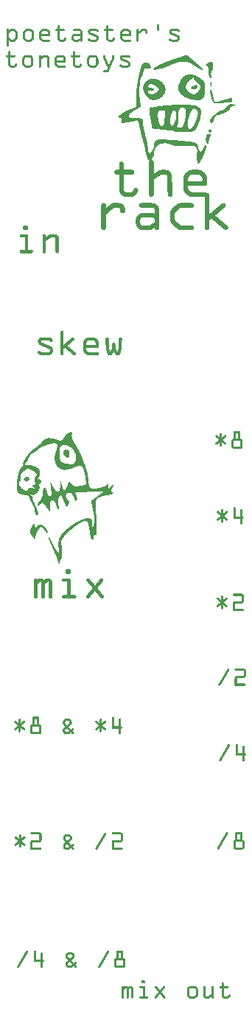
<source format=gto>
G04 MADE WITH FRITZING*
G04 WWW.FRITZING.ORG*
G04 DOUBLE SIDED*
G04 HOLES PLATED*
G04 CONTOUR ON CENTER OF CONTOUR VECTOR*
%ASAXBY*%
%FSLAX23Y23*%
%MOIN*%
%OFA0B0*%
%SFA1.0B1.0*%
%ADD10R,0.001000X0.001000*%
%LNSILK1*%
G90*
G70*
G54D10*
X752Y4755D02*
X755Y4755D01*
X751Y4754D02*
X757Y4754D01*
X750Y4753D02*
X758Y4753D01*
X749Y4752D02*
X758Y4752D01*
X749Y4751D02*
X758Y4751D01*
X302Y4750D02*
X305Y4750D01*
X522Y4750D02*
X525Y4750D01*
X749Y4750D02*
X758Y4750D01*
X301Y4749D02*
X307Y4749D01*
X521Y4749D02*
X526Y4749D01*
X749Y4749D02*
X758Y4749D01*
X300Y4748D02*
X307Y4748D01*
X520Y4748D02*
X527Y4748D01*
X749Y4748D02*
X758Y4748D01*
X299Y4747D02*
X308Y4747D01*
X519Y4747D02*
X528Y4747D01*
X749Y4747D02*
X758Y4747D01*
X299Y4746D02*
X308Y4746D01*
X519Y4746D02*
X528Y4746D01*
X749Y4746D02*
X758Y4746D01*
X299Y4745D02*
X308Y4745D01*
X519Y4745D02*
X528Y4745D01*
X749Y4745D02*
X758Y4745D01*
X299Y4744D02*
X308Y4744D01*
X519Y4744D02*
X528Y4744D01*
X749Y4744D02*
X758Y4744D01*
X299Y4743D02*
X308Y4743D01*
X519Y4743D02*
X528Y4743D01*
X749Y4743D02*
X758Y4743D01*
X299Y4742D02*
X308Y4742D01*
X519Y4742D02*
X528Y4742D01*
X749Y4742D02*
X758Y4742D01*
X299Y4741D02*
X308Y4741D01*
X519Y4741D02*
X528Y4741D01*
X749Y4741D02*
X758Y4741D01*
X299Y4740D02*
X308Y4740D01*
X519Y4740D02*
X528Y4740D01*
X749Y4740D02*
X758Y4740D01*
X299Y4739D02*
X308Y4739D01*
X519Y4739D02*
X528Y4739D01*
X749Y4739D02*
X758Y4739D01*
X299Y4738D02*
X308Y4738D01*
X519Y4738D02*
X528Y4738D01*
X749Y4738D02*
X758Y4738D01*
X299Y4737D02*
X308Y4737D01*
X519Y4737D02*
X528Y4737D01*
X749Y4737D02*
X758Y4737D01*
X299Y4736D02*
X308Y4736D01*
X519Y4736D02*
X528Y4736D01*
X749Y4736D02*
X758Y4736D01*
X73Y4735D02*
X75Y4735D01*
X91Y4735D02*
X97Y4735D01*
X299Y4735D02*
X308Y4735D01*
X519Y4735D02*
X528Y4735D01*
X749Y4735D02*
X758Y4735D01*
X71Y4734D02*
X77Y4734D01*
X87Y4734D02*
X100Y4734D01*
X299Y4734D02*
X308Y4734D01*
X519Y4734D02*
X528Y4734D01*
X749Y4734D02*
X758Y4734D01*
X70Y4733D02*
X77Y4733D01*
X86Y4733D02*
X102Y4733D01*
X160Y4733D02*
X174Y4733D01*
X234Y4733D02*
X247Y4733D01*
X294Y4733D02*
X326Y4733D01*
X374Y4733D02*
X397Y4733D01*
X449Y4733D02*
X472Y4733D01*
X514Y4733D02*
X546Y4733D01*
X600Y4733D02*
X614Y4733D01*
X660Y4733D02*
X661Y4733D01*
X680Y4733D02*
X692Y4733D01*
X749Y4733D02*
X758Y4733D01*
X815Y4733D02*
X839Y4733D01*
X69Y4732D02*
X78Y4732D01*
X84Y4732D02*
X104Y4732D01*
X156Y4732D02*
X178Y4732D01*
X229Y4732D02*
X252Y4732D01*
X291Y4732D02*
X328Y4732D01*
X372Y4732D02*
X401Y4732D01*
X445Y4732D02*
X476Y4732D01*
X511Y4732D02*
X548Y4732D01*
X596Y4732D02*
X618Y4732D01*
X658Y4732D02*
X663Y4732D01*
X678Y4732D02*
X697Y4732D01*
X749Y4732D02*
X758Y4732D01*
X811Y4732D02*
X843Y4732D01*
X69Y4731D02*
X78Y4731D01*
X83Y4731D02*
X105Y4731D01*
X154Y4731D02*
X181Y4731D01*
X227Y4731D02*
X254Y4731D01*
X290Y4731D02*
X329Y4731D01*
X371Y4731D02*
X403Y4731D01*
X443Y4731D02*
X478Y4731D01*
X510Y4731D02*
X549Y4731D01*
X594Y4731D02*
X621Y4731D01*
X657Y4731D02*
X664Y4731D01*
X676Y4731D02*
X699Y4731D01*
X749Y4731D02*
X758Y4731D01*
X809Y4731D02*
X845Y4731D01*
X69Y4730D02*
X78Y4730D01*
X82Y4730D02*
X106Y4730D01*
X152Y4730D02*
X182Y4730D01*
X225Y4730D02*
X256Y4730D01*
X289Y4730D02*
X330Y4730D01*
X370Y4730D02*
X405Y4730D01*
X442Y4730D02*
X480Y4730D01*
X509Y4730D02*
X550Y4730D01*
X592Y4730D02*
X622Y4730D01*
X656Y4730D02*
X664Y4730D01*
X675Y4730D02*
X700Y4730D01*
X749Y4730D02*
X758Y4730D01*
X808Y4730D02*
X847Y4730D01*
X69Y4729D02*
X78Y4729D01*
X81Y4729D02*
X108Y4729D01*
X151Y4729D02*
X184Y4729D01*
X224Y4729D02*
X257Y4729D01*
X289Y4729D02*
X330Y4729D01*
X370Y4729D02*
X406Y4729D01*
X440Y4729D02*
X481Y4729D01*
X509Y4729D02*
X550Y4729D01*
X591Y4729D02*
X624Y4729D01*
X656Y4729D02*
X665Y4729D01*
X674Y4729D02*
X701Y4729D01*
X749Y4729D02*
X758Y4729D01*
X807Y4729D02*
X848Y4729D01*
X69Y4728D02*
X78Y4728D01*
X80Y4728D02*
X109Y4728D01*
X150Y4728D02*
X185Y4728D01*
X223Y4728D02*
X258Y4728D01*
X289Y4728D02*
X330Y4728D01*
X370Y4728D02*
X408Y4728D01*
X440Y4728D02*
X482Y4728D01*
X509Y4728D02*
X550Y4728D01*
X589Y4728D02*
X625Y4728D01*
X656Y4728D02*
X665Y4728D01*
X673Y4728D02*
X702Y4728D01*
X749Y4728D02*
X758Y4728D01*
X806Y4728D02*
X849Y4728D01*
X69Y4727D02*
X110Y4727D01*
X148Y4727D02*
X186Y4727D01*
X222Y4727D02*
X259Y4727D01*
X289Y4727D02*
X330Y4727D01*
X370Y4727D02*
X408Y4727D01*
X439Y4727D02*
X483Y4727D01*
X509Y4727D02*
X550Y4727D01*
X588Y4727D02*
X626Y4727D01*
X656Y4727D02*
X665Y4727D01*
X672Y4727D02*
X703Y4727D01*
X750Y4727D02*
X758Y4727D01*
X806Y4727D02*
X850Y4727D01*
X69Y4726D02*
X111Y4726D01*
X148Y4726D02*
X187Y4726D01*
X221Y4726D02*
X260Y4726D01*
X289Y4726D02*
X330Y4726D01*
X370Y4726D02*
X409Y4726D01*
X438Y4726D02*
X484Y4726D01*
X509Y4726D02*
X550Y4726D01*
X587Y4726D02*
X627Y4726D01*
X656Y4726D02*
X665Y4726D01*
X671Y4726D02*
X704Y4726D01*
X751Y4726D02*
X757Y4726D01*
X805Y4726D02*
X850Y4726D01*
X69Y4725D02*
X92Y4725D01*
X95Y4725D02*
X112Y4725D01*
X147Y4725D02*
X188Y4725D01*
X220Y4725D02*
X261Y4725D01*
X290Y4725D02*
X329Y4725D01*
X371Y4725D02*
X410Y4725D01*
X438Y4725D02*
X484Y4725D01*
X510Y4725D02*
X549Y4725D01*
X587Y4725D02*
X628Y4725D01*
X656Y4725D02*
X665Y4725D01*
X669Y4725D02*
X704Y4725D01*
X752Y4725D02*
X755Y4725D01*
X804Y4725D02*
X850Y4725D01*
X69Y4724D02*
X89Y4724D01*
X98Y4724D02*
X113Y4724D01*
X146Y4724D02*
X189Y4724D01*
X219Y4724D02*
X262Y4724D01*
X291Y4724D02*
X328Y4724D01*
X372Y4724D02*
X411Y4724D01*
X438Y4724D02*
X484Y4724D01*
X511Y4724D02*
X548Y4724D01*
X586Y4724D02*
X629Y4724D01*
X656Y4724D02*
X665Y4724D01*
X668Y4724D02*
X704Y4724D01*
X804Y4724D02*
X851Y4724D01*
X69Y4723D02*
X88Y4723D01*
X100Y4723D02*
X114Y4723D01*
X145Y4723D02*
X189Y4723D01*
X219Y4723D02*
X263Y4723D01*
X294Y4723D02*
X326Y4723D01*
X398Y4723D02*
X411Y4723D01*
X437Y4723D02*
X484Y4723D01*
X513Y4723D02*
X546Y4723D01*
X585Y4723D02*
X629Y4723D01*
X656Y4723D02*
X665Y4723D01*
X667Y4723D02*
X705Y4723D01*
X804Y4723D02*
X851Y4723D01*
X69Y4722D02*
X87Y4722D01*
X101Y4722D02*
X115Y4722D01*
X145Y4722D02*
X158Y4722D01*
X177Y4722D02*
X190Y4722D01*
X218Y4722D02*
X231Y4722D01*
X250Y4722D02*
X263Y4722D01*
X299Y4722D02*
X308Y4722D01*
X401Y4722D02*
X411Y4722D01*
X437Y4722D02*
X447Y4722D01*
X474Y4722D02*
X484Y4722D01*
X519Y4722D02*
X528Y4722D01*
X585Y4722D02*
X597Y4722D01*
X617Y4722D02*
X630Y4722D01*
X656Y4722D02*
X681Y4722D01*
X694Y4722D02*
X705Y4722D01*
X804Y4722D02*
X814Y4722D01*
X841Y4722D02*
X850Y4722D01*
X69Y4721D02*
X86Y4721D01*
X102Y4721D02*
X116Y4721D01*
X144Y4721D02*
X156Y4721D01*
X179Y4721D02*
X190Y4721D01*
X217Y4721D02*
X229Y4721D01*
X252Y4721D02*
X264Y4721D01*
X299Y4721D02*
X308Y4721D01*
X402Y4721D02*
X412Y4721D01*
X437Y4721D02*
X446Y4721D01*
X476Y4721D02*
X483Y4721D01*
X519Y4721D02*
X528Y4721D01*
X584Y4721D02*
X596Y4721D01*
X618Y4721D02*
X630Y4721D01*
X656Y4721D02*
X679Y4721D01*
X695Y4721D02*
X705Y4721D01*
X804Y4721D02*
X813Y4721D01*
X842Y4721D02*
X850Y4721D01*
X69Y4720D02*
X85Y4720D01*
X103Y4720D02*
X116Y4720D01*
X144Y4720D02*
X155Y4720D01*
X180Y4720D02*
X191Y4720D01*
X217Y4720D02*
X228Y4720D01*
X253Y4720D02*
X264Y4720D01*
X299Y4720D02*
X308Y4720D01*
X402Y4720D02*
X412Y4720D01*
X437Y4720D02*
X446Y4720D01*
X477Y4720D02*
X482Y4720D01*
X519Y4720D02*
X528Y4720D01*
X584Y4720D02*
X595Y4720D01*
X620Y4720D02*
X631Y4720D01*
X656Y4720D02*
X678Y4720D01*
X696Y4720D02*
X705Y4720D01*
X804Y4720D02*
X813Y4720D01*
X843Y4720D02*
X849Y4720D01*
X69Y4719D02*
X84Y4719D01*
X104Y4719D02*
X117Y4719D01*
X143Y4719D02*
X154Y4719D01*
X181Y4719D02*
X191Y4719D01*
X217Y4719D02*
X227Y4719D01*
X254Y4719D02*
X265Y4719D01*
X299Y4719D02*
X308Y4719D01*
X403Y4719D02*
X412Y4719D01*
X437Y4719D02*
X446Y4719D01*
X478Y4719D02*
X481Y4719D01*
X519Y4719D02*
X528Y4719D01*
X583Y4719D02*
X594Y4719D01*
X621Y4719D02*
X631Y4719D01*
X656Y4719D02*
X677Y4719D01*
X696Y4719D02*
X705Y4719D01*
X804Y4719D02*
X813Y4719D01*
X845Y4719D02*
X848Y4719D01*
X69Y4718D02*
X83Y4718D01*
X106Y4718D02*
X118Y4718D01*
X143Y4718D02*
X153Y4718D01*
X182Y4718D02*
X192Y4718D01*
X216Y4718D02*
X226Y4718D01*
X255Y4718D02*
X265Y4718D01*
X299Y4718D02*
X308Y4718D01*
X403Y4718D02*
X412Y4718D01*
X437Y4718D02*
X447Y4718D01*
X519Y4718D02*
X528Y4718D01*
X583Y4718D02*
X593Y4718D01*
X621Y4718D02*
X631Y4718D01*
X656Y4718D02*
X676Y4718D01*
X696Y4718D02*
X705Y4718D01*
X804Y4718D02*
X814Y4718D01*
X69Y4717D02*
X82Y4717D01*
X107Y4717D02*
X118Y4717D01*
X143Y4717D02*
X152Y4717D01*
X182Y4717D02*
X192Y4717D01*
X216Y4717D02*
X226Y4717D01*
X255Y4717D02*
X265Y4717D01*
X299Y4717D02*
X308Y4717D01*
X403Y4717D02*
X412Y4717D01*
X437Y4717D02*
X449Y4717D01*
X519Y4717D02*
X528Y4717D01*
X583Y4717D02*
X592Y4717D01*
X622Y4717D02*
X632Y4717D01*
X656Y4717D02*
X675Y4717D01*
X696Y4717D02*
X705Y4717D01*
X804Y4717D02*
X816Y4717D01*
X69Y4716D02*
X81Y4716D01*
X108Y4716D02*
X118Y4716D01*
X143Y4716D02*
X152Y4716D01*
X183Y4716D02*
X192Y4716D01*
X216Y4716D02*
X225Y4716D01*
X256Y4716D02*
X265Y4716D01*
X299Y4716D02*
X308Y4716D01*
X403Y4716D02*
X412Y4716D01*
X438Y4716D02*
X451Y4716D01*
X519Y4716D02*
X528Y4716D01*
X582Y4716D02*
X592Y4716D01*
X622Y4716D02*
X632Y4716D01*
X656Y4716D02*
X674Y4716D01*
X696Y4716D02*
X705Y4716D01*
X804Y4716D02*
X818Y4716D01*
X69Y4715D02*
X80Y4715D01*
X109Y4715D02*
X118Y4715D01*
X142Y4715D02*
X152Y4715D01*
X183Y4715D02*
X192Y4715D01*
X216Y4715D02*
X225Y4715D01*
X256Y4715D02*
X265Y4715D01*
X299Y4715D02*
X308Y4715D01*
X403Y4715D02*
X412Y4715D01*
X438Y4715D02*
X454Y4715D01*
X519Y4715D02*
X528Y4715D01*
X582Y4715D02*
X592Y4715D01*
X623Y4715D02*
X632Y4715D01*
X656Y4715D02*
X673Y4715D01*
X696Y4715D02*
X705Y4715D01*
X805Y4715D02*
X820Y4715D01*
X69Y4714D02*
X79Y4714D01*
X109Y4714D02*
X118Y4714D01*
X142Y4714D02*
X152Y4714D01*
X183Y4714D02*
X192Y4714D01*
X216Y4714D02*
X225Y4714D01*
X256Y4714D02*
X265Y4714D01*
X299Y4714D02*
X308Y4714D01*
X403Y4714D02*
X412Y4714D01*
X439Y4714D02*
X456Y4714D01*
X519Y4714D02*
X528Y4714D01*
X582Y4714D02*
X592Y4714D01*
X623Y4714D02*
X632Y4714D01*
X656Y4714D02*
X671Y4714D01*
X696Y4714D02*
X705Y4714D01*
X805Y4714D02*
X823Y4714D01*
X69Y4713D02*
X79Y4713D01*
X109Y4713D02*
X119Y4713D01*
X142Y4713D02*
X152Y4713D01*
X183Y4713D02*
X192Y4713D01*
X216Y4713D02*
X225Y4713D01*
X256Y4713D02*
X265Y4713D01*
X299Y4713D02*
X308Y4713D01*
X403Y4713D02*
X412Y4713D01*
X439Y4713D02*
X458Y4713D01*
X519Y4713D02*
X528Y4713D01*
X582Y4713D02*
X592Y4713D01*
X623Y4713D02*
X632Y4713D01*
X656Y4713D02*
X670Y4713D01*
X697Y4713D02*
X704Y4713D01*
X806Y4713D02*
X825Y4713D01*
X69Y4712D02*
X78Y4712D01*
X109Y4712D02*
X119Y4712D01*
X142Y4712D02*
X152Y4712D01*
X183Y4712D02*
X192Y4712D01*
X216Y4712D02*
X225Y4712D01*
X256Y4712D02*
X265Y4712D01*
X299Y4712D02*
X308Y4712D01*
X403Y4712D02*
X412Y4712D01*
X440Y4712D02*
X461Y4712D01*
X519Y4712D02*
X528Y4712D01*
X582Y4712D02*
X592Y4712D01*
X623Y4712D02*
X632Y4712D01*
X656Y4712D02*
X669Y4712D01*
X698Y4712D02*
X703Y4712D01*
X806Y4712D02*
X827Y4712D01*
X69Y4711D02*
X78Y4711D01*
X109Y4711D02*
X119Y4711D01*
X142Y4711D02*
X152Y4711D01*
X183Y4711D02*
X192Y4711D01*
X216Y4711D02*
X225Y4711D01*
X256Y4711D02*
X265Y4711D01*
X299Y4711D02*
X308Y4711D01*
X374Y4711D02*
X400Y4711D01*
X403Y4711D02*
X412Y4711D01*
X441Y4711D02*
X463Y4711D01*
X519Y4711D02*
X528Y4711D01*
X582Y4711D02*
X592Y4711D01*
X623Y4711D02*
X632Y4711D01*
X656Y4711D02*
X668Y4711D01*
X807Y4711D02*
X829Y4711D01*
X69Y4710D02*
X78Y4710D01*
X109Y4710D02*
X119Y4710D01*
X142Y4710D02*
X152Y4710D01*
X183Y4710D02*
X192Y4710D01*
X216Y4710D02*
X225Y4710D01*
X256Y4710D02*
X265Y4710D01*
X299Y4710D02*
X308Y4710D01*
X371Y4710D02*
X412Y4710D01*
X442Y4710D02*
X465Y4710D01*
X519Y4710D02*
X528Y4710D01*
X582Y4710D02*
X592Y4710D01*
X623Y4710D02*
X632Y4710D01*
X656Y4710D02*
X667Y4710D01*
X808Y4710D02*
X832Y4710D01*
X69Y4709D02*
X78Y4709D01*
X109Y4709D02*
X119Y4709D01*
X142Y4709D02*
X152Y4709D01*
X183Y4709D02*
X192Y4709D01*
X216Y4709D02*
X265Y4709D01*
X299Y4709D02*
X308Y4709D01*
X369Y4709D02*
X412Y4709D01*
X443Y4709D02*
X467Y4709D01*
X519Y4709D02*
X528Y4709D01*
X582Y4709D02*
X632Y4709D01*
X656Y4709D02*
X666Y4709D01*
X810Y4709D02*
X834Y4709D01*
X69Y4708D02*
X78Y4708D01*
X109Y4708D02*
X119Y4708D01*
X142Y4708D02*
X152Y4708D01*
X183Y4708D02*
X192Y4708D01*
X216Y4708D02*
X265Y4708D01*
X299Y4708D02*
X308Y4708D01*
X368Y4708D02*
X412Y4708D01*
X445Y4708D02*
X470Y4708D01*
X519Y4708D02*
X528Y4708D01*
X582Y4708D02*
X632Y4708D01*
X656Y4708D02*
X665Y4708D01*
X812Y4708D02*
X836Y4708D01*
X69Y4707D02*
X78Y4707D01*
X109Y4707D02*
X119Y4707D01*
X142Y4707D02*
X152Y4707D01*
X183Y4707D02*
X192Y4707D01*
X216Y4707D02*
X265Y4707D01*
X299Y4707D02*
X308Y4707D01*
X367Y4707D02*
X412Y4707D01*
X447Y4707D02*
X472Y4707D01*
X519Y4707D02*
X528Y4707D01*
X582Y4707D02*
X632Y4707D01*
X656Y4707D02*
X665Y4707D01*
X814Y4707D02*
X839Y4707D01*
X69Y4706D02*
X78Y4706D01*
X109Y4706D02*
X119Y4706D01*
X142Y4706D02*
X152Y4706D01*
X183Y4706D02*
X192Y4706D01*
X216Y4706D02*
X265Y4706D01*
X299Y4706D02*
X308Y4706D01*
X366Y4706D02*
X412Y4706D01*
X450Y4706D02*
X474Y4706D01*
X519Y4706D02*
X528Y4706D01*
X582Y4706D02*
X632Y4706D01*
X656Y4706D02*
X665Y4706D01*
X816Y4706D02*
X841Y4706D01*
X69Y4705D02*
X78Y4705D01*
X109Y4705D02*
X119Y4705D01*
X142Y4705D02*
X152Y4705D01*
X183Y4705D02*
X192Y4705D01*
X216Y4705D02*
X265Y4705D01*
X299Y4705D02*
X308Y4705D01*
X365Y4705D02*
X412Y4705D01*
X452Y4705D02*
X477Y4705D01*
X519Y4705D02*
X528Y4705D01*
X582Y4705D02*
X632Y4705D01*
X656Y4705D02*
X665Y4705D01*
X819Y4705D02*
X843Y4705D01*
X69Y4704D02*
X78Y4704D01*
X109Y4704D02*
X119Y4704D01*
X142Y4704D02*
X152Y4704D01*
X183Y4704D02*
X192Y4704D01*
X216Y4704D02*
X265Y4704D01*
X299Y4704D02*
X308Y4704D01*
X365Y4704D02*
X412Y4704D01*
X454Y4704D02*
X478Y4704D01*
X519Y4704D02*
X528Y4704D01*
X582Y4704D02*
X632Y4704D01*
X656Y4704D02*
X665Y4704D01*
X821Y4704D02*
X845Y4704D01*
X69Y4703D02*
X78Y4703D01*
X109Y4703D02*
X119Y4703D01*
X142Y4703D02*
X152Y4703D01*
X183Y4703D02*
X192Y4703D01*
X216Y4703D02*
X265Y4703D01*
X299Y4703D02*
X308Y4703D01*
X364Y4703D02*
X412Y4703D01*
X457Y4703D02*
X480Y4703D01*
X519Y4703D02*
X528Y4703D01*
X582Y4703D02*
X632Y4703D01*
X656Y4703D02*
X665Y4703D01*
X823Y4703D02*
X846Y4703D01*
X69Y4702D02*
X78Y4702D01*
X109Y4702D02*
X119Y4702D01*
X142Y4702D02*
X152Y4702D01*
X183Y4702D02*
X192Y4702D01*
X216Y4702D02*
X265Y4702D01*
X299Y4702D02*
X308Y4702D01*
X364Y4702D02*
X412Y4702D01*
X459Y4702D02*
X481Y4702D01*
X519Y4702D02*
X528Y4702D01*
X582Y4702D02*
X631Y4702D01*
X656Y4702D02*
X665Y4702D01*
X826Y4702D02*
X847Y4702D01*
X69Y4701D02*
X78Y4701D01*
X109Y4701D02*
X119Y4701D01*
X142Y4701D02*
X152Y4701D01*
X183Y4701D02*
X192Y4701D01*
X216Y4701D02*
X264Y4701D01*
X299Y4701D02*
X308Y4701D01*
X363Y4701D02*
X374Y4701D01*
X400Y4701D02*
X412Y4701D01*
X461Y4701D02*
X482Y4701D01*
X519Y4701D02*
X528Y4701D01*
X582Y4701D02*
X631Y4701D01*
X656Y4701D02*
X665Y4701D01*
X828Y4701D02*
X848Y4701D01*
X69Y4700D02*
X78Y4700D01*
X109Y4700D02*
X119Y4700D01*
X142Y4700D02*
X152Y4700D01*
X183Y4700D02*
X192Y4700D01*
X216Y4700D02*
X263Y4700D01*
X299Y4700D02*
X308Y4700D01*
X363Y4700D02*
X372Y4700D01*
X401Y4700D02*
X412Y4700D01*
X464Y4700D02*
X482Y4700D01*
X519Y4700D02*
X528Y4700D01*
X582Y4700D02*
X630Y4700D01*
X656Y4700D02*
X665Y4700D01*
X830Y4700D02*
X849Y4700D01*
X69Y4699D02*
X78Y4699D01*
X109Y4699D02*
X119Y4699D01*
X142Y4699D02*
X152Y4699D01*
X183Y4699D02*
X192Y4699D01*
X216Y4699D02*
X225Y4699D01*
X299Y4699D02*
X308Y4699D01*
X363Y4699D02*
X372Y4699D01*
X402Y4699D02*
X412Y4699D01*
X466Y4699D02*
X483Y4699D01*
X519Y4699D02*
X528Y4699D01*
X582Y4699D02*
X592Y4699D01*
X656Y4699D02*
X665Y4699D01*
X832Y4699D02*
X850Y4699D01*
X69Y4698D02*
X78Y4698D01*
X109Y4698D02*
X119Y4698D01*
X142Y4698D02*
X152Y4698D01*
X183Y4698D02*
X192Y4698D01*
X216Y4698D02*
X225Y4698D01*
X299Y4698D02*
X308Y4698D01*
X363Y4698D02*
X371Y4698D01*
X403Y4698D02*
X412Y4698D01*
X468Y4698D02*
X483Y4698D01*
X519Y4698D02*
X528Y4698D01*
X582Y4698D02*
X592Y4698D01*
X656Y4698D02*
X665Y4698D01*
X835Y4698D02*
X850Y4698D01*
X69Y4697D02*
X78Y4697D01*
X109Y4697D02*
X119Y4697D01*
X142Y4697D02*
X152Y4697D01*
X183Y4697D02*
X192Y4697D01*
X216Y4697D02*
X225Y4697D01*
X299Y4697D02*
X308Y4697D01*
X362Y4697D02*
X371Y4697D01*
X403Y4697D02*
X412Y4697D01*
X471Y4697D02*
X484Y4697D01*
X519Y4697D02*
X528Y4697D01*
X582Y4697D02*
X592Y4697D01*
X656Y4697D02*
X665Y4697D01*
X837Y4697D02*
X851Y4697D01*
X69Y4696D02*
X79Y4696D01*
X109Y4696D02*
X119Y4696D01*
X142Y4696D02*
X152Y4696D01*
X183Y4696D02*
X192Y4696D01*
X216Y4696D02*
X225Y4696D01*
X299Y4696D02*
X308Y4696D01*
X362Y4696D02*
X371Y4696D01*
X403Y4696D02*
X412Y4696D01*
X473Y4696D02*
X484Y4696D01*
X519Y4696D02*
X528Y4696D01*
X582Y4696D02*
X592Y4696D01*
X656Y4696D02*
X665Y4696D01*
X839Y4696D02*
X851Y4696D01*
X69Y4695D02*
X79Y4695D01*
X109Y4695D02*
X118Y4695D01*
X142Y4695D02*
X152Y4695D01*
X183Y4695D02*
X192Y4695D01*
X216Y4695D02*
X225Y4695D01*
X299Y4695D02*
X308Y4695D01*
X362Y4695D02*
X371Y4695D01*
X403Y4695D02*
X412Y4695D01*
X474Y4695D02*
X485Y4695D01*
X519Y4695D02*
X528Y4695D01*
X582Y4695D02*
X592Y4695D01*
X656Y4695D02*
X665Y4695D01*
X841Y4695D02*
X851Y4695D01*
X69Y4694D02*
X80Y4694D01*
X109Y4694D02*
X118Y4694D01*
X142Y4694D02*
X152Y4694D01*
X183Y4694D02*
X192Y4694D01*
X216Y4694D02*
X225Y4694D01*
X299Y4694D02*
X308Y4694D01*
X333Y4694D02*
X335Y4694D01*
X362Y4694D02*
X371Y4694D01*
X403Y4694D02*
X412Y4694D01*
X475Y4694D02*
X485Y4694D01*
X519Y4694D02*
X528Y4694D01*
X553Y4694D02*
X555Y4694D01*
X582Y4694D02*
X592Y4694D01*
X656Y4694D02*
X665Y4694D01*
X842Y4694D02*
X851Y4694D01*
X69Y4693D02*
X81Y4693D01*
X108Y4693D02*
X118Y4693D01*
X143Y4693D02*
X152Y4693D01*
X183Y4693D02*
X192Y4693D01*
X216Y4693D02*
X225Y4693D01*
X299Y4693D02*
X308Y4693D01*
X331Y4693D02*
X337Y4693D01*
X362Y4693D02*
X371Y4693D01*
X403Y4693D02*
X412Y4693D01*
X475Y4693D02*
X485Y4693D01*
X519Y4693D02*
X528Y4693D01*
X551Y4693D02*
X557Y4693D01*
X582Y4693D02*
X592Y4693D01*
X656Y4693D02*
X665Y4693D01*
X842Y4693D02*
X852Y4693D01*
X69Y4692D02*
X82Y4692D01*
X107Y4692D02*
X118Y4692D01*
X143Y4692D02*
X152Y4692D01*
X182Y4692D02*
X192Y4692D01*
X216Y4692D02*
X226Y4692D01*
X299Y4692D02*
X308Y4692D01*
X330Y4692D02*
X338Y4692D01*
X362Y4692D02*
X371Y4692D01*
X403Y4692D02*
X412Y4692D01*
X476Y4692D02*
X485Y4692D01*
X519Y4692D02*
X528Y4692D01*
X550Y4692D02*
X558Y4692D01*
X583Y4692D02*
X592Y4692D01*
X656Y4692D02*
X665Y4692D01*
X842Y4692D02*
X852Y4692D01*
X69Y4691D02*
X83Y4691D01*
X106Y4691D02*
X118Y4691D01*
X143Y4691D02*
X153Y4691D01*
X182Y4691D02*
X192Y4691D01*
X216Y4691D02*
X226Y4691D01*
X299Y4691D02*
X308Y4691D01*
X330Y4691D02*
X338Y4691D01*
X362Y4691D02*
X371Y4691D01*
X401Y4691D02*
X412Y4691D01*
X476Y4691D02*
X485Y4691D01*
X519Y4691D02*
X528Y4691D01*
X550Y4691D02*
X558Y4691D01*
X583Y4691D02*
X593Y4691D01*
X656Y4691D02*
X665Y4691D01*
X842Y4691D02*
X852Y4691D01*
X69Y4690D02*
X84Y4690D01*
X105Y4690D02*
X117Y4690D01*
X143Y4690D02*
X154Y4690D01*
X181Y4690D02*
X191Y4690D01*
X216Y4690D02*
X227Y4690D01*
X299Y4690D02*
X308Y4690D01*
X329Y4690D02*
X338Y4690D01*
X362Y4690D02*
X371Y4690D01*
X399Y4690D02*
X412Y4690D01*
X475Y4690D02*
X485Y4690D01*
X519Y4690D02*
X528Y4690D01*
X549Y4690D02*
X558Y4690D01*
X583Y4690D02*
X594Y4690D01*
X656Y4690D02*
X665Y4690D01*
X842Y4690D02*
X852Y4690D01*
X69Y4689D02*
X85Y4689D01*
X104Y4689D02*
X117Y4689D01*
X143Y4689D02*
X155Y4689D01*
X180Y4689D02*
X191Y4689D01*
X217Y4689D02*
X228Y4689D01*
X299Y4689D02*
X309Y4689D01*
X329Y4689D02*
X338Y4689D01*
X363Y4689D02*
X371Y4689D01*
X398Y4689D02*
X412Y4689D01*
X438Y4689D02*
X443Y4689D01*
X475Y4689D02*
X485Y4689D01*
X519Y4689D02*
X529Y4689D01*
X549Y4689D02*
X558Y4689D01*
X583Y4689D02*
X594Y4689D01*
X656Y4689D02*
X665Y4689D01*
X804Y4689D02*
X809Y4689D01*
X842Y4689D02*
X852Y4689D01*
X69Y4688D02*
X86Y4688D01*
X102Y4688D02*
X116Y4688D01*
X144Y4688D02*
X156Y4688D01*
X179Y4688D02*
X191Y4688D01*
X217Y4688D02*
X229Y4688D01*
X299Y4688D02*
X309Y4688D01*
X328Y4688D02*
X338Y4688D01*
X363Y4688D02*
X372Y4688D01*
X396Y4688D02*
X412Y4688D01*
X437Y4688D02*
X444Y4688D01*
X475Y4688D02*
X485Y4688D01*
X519Y4688D02*
X529Y4688D01*
X548Y4688D02*
X558Y4688D01*
X583Y4688D02*
X596Y4688D01*
X656Y4688D02*
X665Y4688D01*
X803Y4688D02*
X811Y4688D01*
X841Y4688D02*
X851Y4688D01*
X69Y4687D02*
X87Y4687D01*
X101Y4687D02*
X115Y4687D01*
X144Y4687D02*
X157Y4687D01*
X177Y4687D02*
X190Y4687D01*
X217Y4687D02*
X230Y4687D01*
X300Y4687D02*
X310Y4687D01*
X327Y4687D02*
X338Y4687D01*
X363Y4687D02*
X372Y4687D01*
X395Y4687D02*
X412Y4687D01*
X436Y4687D02*
X446Y4687D01*
X474Y4687D02*
X485Y4687D01*
X520Y4687D02*
X530Y4687D01*
X547Y4687D02*
X558Y4687D01*
X584Y4687D02*
X597Y4687D01*
X656Y4687D02*
X665Y4687D01*
X803Y4687D02*
X812Y4687D01*
X840Y4687D02*
X851Y4687D01*
X69Y4686D02*
X88Y4686D01*
X100Y4686D02*
X115Y4686D01*
X145Y4686D02*
X159Y4686D01*
X175Y4686D02*
X190Y4686D01*
X218Y4686D02*
X232Y4686D01*
X300Y4686D02*
X312Y4686D01*
X325Y4686D02*
X338Y4686D01*
X363Y4686D02*
X374Y4686D01*
X393Y4686D02*
X412Y4686D01*
X436Y4686D02*
X448Y4686D01*
X472Y4686D02*
X484Y4686D01*
X520Y4686D02*
X532Y4686D01*
X545Y4686D02*
X558Y4686D01*
X585Y4686D02*
X599Y4686D01*
X656Y4686D02*
X665Y4686D01*
X803Y4686D02*
X814Y4686D01*
X838Y4686D02*
X851Y4686D01*
X69Y4685D02*
X89Y4685D01*
X99Y4685D02*
X114Y4685D01*
X145Y4685D02*
X189Y4685D01*
X219Y4685D02*
X263Y4685D01*
X300Y4685D02*
X337Y4685D01*
X364Y4685D02*
X412Y4685D01*
X436Y4685D02*
X484Y4685D01*
X520Y4685D02*
X557Y4685D01*
X585Y4685D02*
X629Y4685D01*
X656Y4685D02*
X665Y4685D01*
X802Y4685D02*
X850Y4685D01*
X69Y4684D02*
X91Y4684D01*
X97Y4684D02*
X113Y4684D01*
X146Y4684D02*
X188Y4684D01*
X219Y4684D02*
X264Y4684D01*
X301Y4684D02*
X337Y4684D01*
X364Y4684D02*
X412Y4684D01*
X436Y4684D02*
X483Y4684D01*
X521Y4684D02*
X557Y4684D01*
X586Y4684D02*
X631Y4684D01*
X656Y4684D02*
X665Y4684D01*
X802Y4684D02*
X850Y4684D01*
X69Y4683D02*
X111Y4683D01*
X147Y4683D02*
X187Y4683D01*
X220Y4683D02*
X265Y4683D01*
X301Y4683D02*
X336Y4683D01*
X365Y4683D02*
X412Y4683D01*
X436Y4683D02*
X483Y4683D01*
X521Y4683D02*
X556Y4683D01*
X587Y4683D02*
X631Y4683D01*
X656Y4683D02*
X665Y4683D01*
X803Y4683D02*
X849Y4683D01*
X69Y4682D02*
X110Y4682D01*
X148Y4682D02*
X186Y4682D01*
X221Y4682D02*
X265Y4682D01*
X302Y4682D02*
X336Y4682D01*
X365Y4682D02*
X412Y4682D01*
X437Y4682D02*
X482Y4682D01*
X522Y4682D02*
X555Y4682D01*
X588Y4682D02*
X632Y4682D01*
X656Y4682D02*
X665Y4682D01*
X803Y4682D02*
X849Y4682D01*
X69Y4681D02*
X109Y4681D01*
X149Y4681D02*
X185Y4681D01*
X223Y4681D02*
X265Y4681D01*
X303Y4681D02*
X335Y4681D01*
X366Y4681D02*
X412Y4681D01*
X438Y4681D02*
X481Y4681D01*
X523Y4681D02*
X555Y4681D01*
X589Y4681D02*
X632Y4681D01*
X656Y4681D02*
X665Y4681D01*
X804Y4681D02*
X848Y4681D01*
X69Y4680D02*
X78Y4680D01*
X80Y4680D02*
X108Y4680D01*
X151Y4680D02*
X184Y4680D01*
X224Y4680D02*
X265Y4680D01*
X304Y4680D02*
X334Y4680D01*
X367Y4680D02*
X401Y4680D01*
X403Y4680D02*
X412Y4680D01*
X439Y4680D02*
X480Y4680D01*
X524Y4680D02*
X554Y4680D01*
X590Y4680D02*
X632Y4680D01*
X656Y4680D02*
X665Y4680D01*
X805Y4680D02*
X847Y4680D01*
X69Y4679D02*
X78Y4679D01*
X81Y4679D02*
X107Y4679D01*
X152Y4679D02*
X183Y4679D01*
X225Y4679D02*
X265Y4679D01*
X305Y4679D02*
X333Y4679D01*
X368Y4679D02*
X399Y4679D01*
X403Y4679D02*
X412Y4679D01*
X440Y4679D02*
X479Y4679D01*
X525Y4679D02*
X553Y4679D01*
X592Y4679D02*
X632Y4679D01*
X656Y4679D02*
X664Y4679D01*
X807Y4679D02*
X846Y4679D01*
X69Y4678D02*
X78Y4678D01*
X82Y4678D02*
X106Y4678D01*
X153Y4678D02*
X181Y4678D01*
X227Y4678D02*
X264Y4678D01*
X306Y4678D02*
X331Y4678D01*
X369Y4678D02*
X398Y4678D01*
X404Y4678D02*
X411Y4678D01*
X442Y4678D02*
X478Y4678D01*
X526Y4678D02*
X551Y4678D01*
X593Y4678D02*
X631Y4678D01*
X656Y4678D02*
X664Y4678D01*
X808Y4678D02*
X844Y4678D01*
X69Y4677D02*
X78Y4677D01*
X84Y4677D02*
X105Y4677D01*
X155Y4677D02*
X179Y4677D01*
X228Y4677D02*
X264Y4677D01*
X308Y4677D02*
X330Y4677D01*
X371Y4677D02*
X396Y4677D01*
X404Y4677D02*
X410Y4677D01*
X444Y4677D02*
X476Y4677D01*
X528Y4677D02*
X549Y4677D01*
X595Y4677D02*
X630Y4677D01*
X657Y4677D02*
X663Y4677D01*
X811Y4677D02*
X843Y4677D01*
X69Y4676D02*
X78Y4676D01*
X85Y4676D02*
X103Y4676D01*
X158Y4676D02*
X177Y4676D01*
X231Y4676D02*
X262Y4676D01*
X311Y4676D02*
X327Y4676D01*
X374Y4676D02*
X394Y4676D01*
X406Y4676D02*
X409Y4676D01*
X448Y4676D02*
X473Y4676D01*
X531Y4676D02*
X547Y4676D01*
X598Y4676D02*
X629Y4676D01*
X659Y4676D02*
X662Y4676D01*
X814Y4676D02*
X840Y4676D01*
X69Y4675D02*
X78Y4675D01*
X87Y4675D02*
X101Y4675D01*
X69Y4674D02*
X78Y4674D01*
X89Y4674D02*
X98Y4674D01*
X69Y4673D02*
X78Y4673D01*
X69Y4672D02*
X78Y4672D01*
X69Y4671D02*
X78Y4671D01*
X69Y4670D02*
X78Y4670D01*
X69Y4669D02*
X78Y4669D01*
X69Y4668D02*
X78Y4668D01*
X69Y4667D02*
X78Y4667D01*
X69Y4666D02*
X78Y4666D01*
X69Y4665D02*
X78Y4665D01*
X69Y4664D02*
X78Y4664D01*
X69Y4663D02*
X78Y4663D01*
X69Y4662D02*
X78Y4662D01*
X69Y4661D02*
X78Y4661D01*
X69Y4660D02*
X78Y4660D01*
X69Y4659D02*
X78Y4659D01*
X69Y4658D02*
X78Y4658D01*
X70Y4657D02*
X78Y4657D01*
X70Y4656D02*
X77Y4656D01*
X71Y4655D02*
X76Y4655D01*
X79Y4632D02*
X83Y4632D01*
X372Y4632D02*
X376Y4632D01*
X78Y4631D02*
X84Y4631D01*
X371Y4631D02*
X377Y4631D01*
X77Y4630D02*
X85Y4630D01*
X370Y4630D02*
X378Y4630D01*
X77Y4629D02*
X85Y4629D01*
X370Y4629D02*
X379Y4629D01*
X76Y4628D02*
X85Y4628D01*
X370Y4628D02*
X379Y4628D01*
X76Y4627D02*
X86Y4627D01*
X370Y4627D02*
X379Y4627D01*
X76Y4626D02*
X86Y4626D01*
X370Y4626D02*
X379Y4626D01*
X76Y4625D02*
X86Y4625D01*
X370Y4625D02*
X379Y4625D01*
X76Y4624D02*
X86Y4624D01*
X370Y4624D02*
X379Y4624D01*
X76Y4623D02*
X86Y4623D01*
X370Y4623D02*
X379Y4623D01*
X76Y4622D02*
X86Y4622D01*
X370Y4622D02*
X379Y4622D01*
X76Y4621D02*
X86Y4621D01*
X370Y4621D02*
X379Y4621D01*
X76Y4620D02*
X86Y4620D01*
X370Y4620D02*
X379Y4620D01*
X76Y4619D02*
X86Y4619D01*
X370Y4619D02*
X379Y4619D01*
X76Y4618D02*
X86Y4618D01*
X370Y4618D02*
X379Y4618D01*
X76Y4617D02*
X86Y4617D01*
X370Y4617D02*
X379Y4617D01*
X76Y4616D02*
X86Y4616D01*
X370Y4616D02*
X379Y4616D01*
X70Y4615D02*
X104Y4615D01*
X156Y4615D02*
X173Y4615D01*
X217Y4615D02*
X220Y4615D01*
X239Y4615D02*
X250Y4615D01*
X303Y4615D02*
X320Y4615D01*
X363Y4615D02*
X398Y4615D01*
X449Y4615D02*
X466Y4615D01*
X510Y4615D02*
X512Y4615D01*
X550Y4615D02*
X552Y4615D01*
X591Y4615D02*
X617Y4615D01*
X881Y4615D02*
X884Y4615D01*
X68Y4614D02*
X106Y4614D01*
X153Y4614D02*
X176Y4614D01*
X215Y4614D02*
X221Y4614D01*
X236Y4614D02*
X253Y4614D01*
X299Y4614D02*
X323Y4614D01*
X361Y4614D02*
X399Y4614D01*
X446Y4614D02*
X469Y4614D01*
X508Y4614D02*
X514Y4614D01*
X548Y4614D02*
X554Y4614D01*
X588Y4614D02*
X621Y4614D01*
X878Y4614D02*
X885Y4614D01*
X67Y4613D02*
X107Y4613D01*
X151Y4613D02*
X178Y4613D01*
X215Y4613D02*
X222Y4613D01*
X234Y4613D02*
X255Y4613D01*
X297Y4613D02*
X325Y4613D01*
X360Y4613D02*
X400Y4613D01*
X444Y4613D02*
X471Y4613D01*
X507Y4613D02*
X515Y4613D01*
X547Y4613D02*
X555Y4613D01*
X586Y4613D02*
X623Y4613D01*
X875Y4613D02*
X886Y4613D01*
X67Y4612D02*
X107Y4612D01*
X149Y4612D02*
X180Y4612D01*
X214Y4612D02*
X223Y4612D01*
X232Y4612D02*
X256Y4612D01*
X296Y4612D02*
X327Y4612D01*
X360Y4612D02*
X401Y4612D01*
X442Y4612D02*
X473Y4612D01*
X507Y4612D02*
X515Y4612D01*
X547Y4612D02*
X555Y4612D01*
X585Y4612D02*
X624Y4612D01*
X872Y4612D02*
X888Y4612D01*
X67Y4611D02*
X108Y4611D01*
X148Y4611D02*
X181Y4611D01*
X214Y4611D02*
X223Y4611D01*
X231Y4611D02*
X257Y4611D01*
X294Y4611D02*
X328Y4611D01*
X360Y4611D02*
X401Y4611D01*
X441Y4611D02*
X475Y4611D01*
X506Y4611D02*
X515Y4611D01*
X547Y4611D02*
X556Y4611D01*
X584Y4611D02*
X625Y4611D01*
X869Y4611D02*
X889Y4611D01*
X66Y4610D02*
X108Y4610D01*
X147Y4610D02*
X182Y4610D01*
X214Y4610D02*
X223Y4610D01*
X229Y4610D02*
X258Y4610D01*
X293Y4610D02*
X329Y4610D01*
X360Y4610D02*
X401Y4610D01*
X440Y4610D02*
X476Y4610D01*
X506Y4610D02*
X516Y4610D01*
X546Y4610D02*
X556Y4610D01*
X583Y4610D02*
X626Y4610D01*
X866Y4610D02*
X890Y4610D01*
X67Y4609D02*
X107Y4609D01*
X145Y4609D02*
X184Y4609D01*
X214Y4609D02*
X223Y4609D01*
X227Y4609D02*
X259Y4609D01*
X292Y4609D02*
X330Y4609D01*
X360Y4609D02*
X401Y4609D01*
X439Y4609D02*
X477Y4609D01*
X506Y4609D02*
X516Y4609D01*
X546Y4609D02*
X556Y4609D01*
X583Y4609D02*
X627Y4609D01*
X863Y4609D02*
X891Y4609D01*
X67Y4608D02*
X107Y4608D01*
X145Y4608D02*
X184Y4608D01*
X214Y4608D02*
X223Y4608D01*
X226Y4608D02*
X260Y4608D01*
X291Y4608D02*
X331Y4608D01*
X360Y4608D02*
X400Y4608D01*
X438Y4608D02*
X478Y4608D01*
X506Y4608D02*
X516Y4608D01*
X546Y4608D02*
X556Y4608D01*
X582Y4608D02*
X628Y4608D01*
X860Y4608D02*
X892Y4608D01*
X67Y4607D02*
X106Y4607D01*
X144Y4607D02*
X185Y4607D01*
X214Y4607D02*
X260Y4607D01*
X290Y4607D02*
X332Y4607D01*
X361Y4607D02*
X400Y4607D01*
X437Y4607D02*
X479Y4607D01*
X506Y4607D02*
X516Y4607D01*
X546Y4607D02*
X556Y4607D01*
X582Y4607D02*
X628Y4607D01*
X857Y4607D02*
X893Y4607D01*
X69Y4606D02*
X105Y4606D01*
X143Y4606D02*
X186Y4606D01*
X214Y4606D02*
X261Y4606D01*
X290Y4606D02*
X333Y4606D01*
X362Y4606D02*
X399Y4606D01*
X436Y4606D02*
X479Y4606D01*
X506Y4606D02*
X516Y4606D01*
X546Y4606D02*
X556Y4606D01*
X581Y4606D02*
X628Y4606D01*
X854Y4606D02*
X895Y4606D01*
X76Y4605D02*
X86Y4605D01*
X142Y4605D02*
X157Y4605D01*
X172Y4605D02*
X187Y4605D01*
X214Y4605D02*
X239Y4605D01*
X248Y4605D02*
X261Y4605D01*
X289Y4605D02*
X304Y4605D01*
X319Y4605D02*
X333Y4605D01*
X369Y4605D02*
X379Y4605D01*
X436Y4605D02*
X450Y4605D01*
X465Y4605D02*
X480Y4605D01*
X506Y4605D02*
X516Y4605D01*
X546Y4605D02*
X556Y4605D01*
X581Y4605D02*
X592Y4605D01*
X616Y4605D02*
X628Y4605D01*
X851Y4605D02*
X896Y4605D01*
X76Y4604D02*
X86Y4604D01*
X142Y4604D02*
X154Y4604D01*
X175Y4604D02*
X187Y4604D01*
X214Y4604D02*
X238Y4604D01*
X251Y4604D02*
X261Y4604D01*
X288Y4604D02*
X301Y4604D01*
X321Y4604D02*
X334Y4604D01*
X370Y4604D02*
X379Y4604D01*
X435Y4604D02*
X448Y4604D01*
X468Y4604D02*
X481Y4604D01*
X506Y4604D02*
X516Y4604D01*
X546Y4604D02*
X556Y4604D01*
X581Y4604D02*
X591Y4604D01*
X618Y4604D02*
X628Y4604D01*
X848Y4604D02*
X897Y4604D01*
X76Y4603D02*
X86Y4603D01*
X141Y4603D02*
X153Y4603D01*
X176Y4603D02*
X188Y4603D01*
X214Y4603D02*
X236Y4603D01*
X252Y4603D02*
X262Y4603D01*
X288Y4603D02*
X300Y4603D01*
X323Y4603D02*
X334Y4603D01*
X370Y4603D02*
X379Y4603D01*
X435Y4603D02*
X446Y4603D01*
X469Y4603D02*
X481Y4603D01*
X506Y4603D02*
X516Y4603D01*
X546Y4603D02*
X556Y4603D01*
X581Y4603D02*
X590Y4603D01*
X620Y4603D02*
X627Y4603D01*
X845Y4603D02*
X898Y4603D01*
X76Y4602D02*
X86Y4602D01*
X141Y4602D02*
X152Y4602D01*
X177Y4602D02*
X188Y4602D01*
X214Y4602D02*
X235Y4602D01*
X252Y4602D02*
X262Y4602D01*
X287Y4602D02*
X299Y4602D01*
X324Y4602D02*
X335Y4602D01*
X370Y4602D02*
X379Y4602D01*
X434Y4602D02*
X445Y4602D01*
X471Y4602D02*
X481Y4602D01*
X506Y4602D02*
X516Y4602D01*
X546Y4602D02*
X556Y4602D01*
X581Y4602D02*
X590Y4602D01*
X621Y4602D02*
X626Y4602D01*
X842Y4602D02*
X899Y4602D01*
X76Y4601D02*
X86Y4601D01*
X140Y4601D02*
X151Y4601D01*
X178Y4601D02*
X189Y4601D01*
X214Y4601D02*
X233Y4601D01*
X252Y4601D02*
X262Y4601D01*
X287Y4601D02*
X298Y4601D01*
X325Y4601D02*
X335Y4601D01*
X370Y4601D02*
X379Y4601D01*
X434Y4601D02*
X444Y4601D01*
X471Y4601D02*
X482Y4601D01*
X506Y4601D02*
X516Y4601D01*
X546Y4601D02*
X556Y4601D01*
X581Y4601D02*
X590Y4601D01*
X623Y4601D02*
X624Y4601D01*
X838Y4601D02*
X901Y4601D01*
X76Y4600D02*
X86Y4600D01*
X140Y4600D02*
X150Y4600D01*
X179Y4600D02*
X189Y4600D01*
X214Y4600D02*
X232Y4600D01*
X253Y4600D02*
X262Y4600D01*
X287Y4600D02*
X297Y4600D01*
X326Y4600D02*
X335Y4600D01*
X370Y4600D02*
X379Y4600D01*
X433Y4600D02*
X443Y4600D01*
X472Y4600D02*
X482Y4600D01*
X507Y4600D02*
X517Y4600D01*
X545Y4600D02*
X555Y4600D01*
X581Y4600D02*
X591Y4600D01*
X835Y4600D02*
X902Y4600D01*
X76Y4599D02*
X86Y4599D01*
X140Y4599D02*
X150Y4599D01*
X179Y4599D02*
X189Y4599D01*
X214Y4599D02*
X230Y4599D01*
X253Y4599D02*
X262Y4599D01*
X287Y4599D02*
X296Y4599D01*
X326Y4599D02*
X336Y4599D01*
X370Y4599D02*
X379Y4599D01*
X433Y4599D02*
X443Y4599D01*
X473Y4599D02*
X482Y4599D01*
X507Y4599D02*
X517Y4599D01*
X545Y4599D02*
X555Y4599D01*
X581Y4599D02*
X593Y4599D01*
X832Y4599D02*
X903Y4599D01*
X76Y4598D02*
X86Y4598D01*
X140Y4598D02*
X149Y4598D01*
X180Y4598D02*
X189Y4598D01*
X214Y4598D02*
X228Y4598D01*
X253Y4598D02*
X262Y4598D01*
X286Y4598D02*
X296Y4598D01*
X326Y4598D02*
X336Y4598D01*
X370Y4598D02*
X379Y4598D01*
X433Y4598D02*
X442Y4598D01*
X473Y4598D02*
X482Y4598D01*
X507Y4598D02*
X518Y4598D01*
X544Y4598D02*
X555Y4598D01*
X582Y4598D02*
X596Y4598D01*
X829Y4598D02*
X904Y4598D01*
X76Y4597D02*
X86Y4597D01*
X140Y4597D02*
X149Y4597D01*
X180Y4597D02*
X189Y4597D01*
X214Y4597D02*
X227Y4597D01*
X253Y4597D02*
X262Y4597D01*
X286Y4597D02*
X296Y4597D01*
X327Y4597D02*
X336Y4597D01*
X370Y4597D02*
X379Y4597D01*
X433Y4597D02*
X442Y4597D01*
X473Y4597D02*
X483Y4597D01*
X508Y4597D02*
X518Y4597D01*
X544Y4597D02*
X554Y4597D01*
X582Y4597D02*
X598Y4597D01*
X826Y4597D02*
X905Y4597D01*
X76Y4596D02*
X86Y4596D01*
X140Y4596D02*
X149Y4596D01*
X180Y4596D02*
X189Y4596D01*
X214Y4596D02*
X225Y4596D01*
X253Y4596D02*
X262Y4596D01*
X286Y4596D02*
X296Y4596D01*
X327Y4596D02*
X336Y4596D01*
X370Y4596D02*
X379Y4596D01*
X433Y4596D02*
X442Y4596D01*
X473Y4596D02*
X483Y4596D01*
X508Y4596D02*
X518Y4596D01*
X544Y4596D02*
X554Y4596D01*
X583Y4596D02*
X600Y4596D01*
X823Y4596D02*
X906Y4596D01*
X76Y4595D02*
X86Y4595D01*
X140Y4595D02*
X149Y4595D01*
X180Y4595D02*
X189Y4595D01*
X214Y4595D02*
X224Y4595D01*
X253Y4595D02*
X262Y4595D01*
X286Y4595D02*
X296Y4595D01*
X327Y4595D02*
X336Y4595D01*
X370Y4595D02*
X379Y4595D01*
X433Y4595D02*
X442Y4595D01*
X473Y4595D02*
X483Y4595D01*
X509Y4595D02*
X519Y4595D01*
X543Y4595D02*
X553Y4595D01*
X583Y4595D02*
X603Y4595D01*
X821Y4595D02*
X908Y4595D01*
X76Y4594D02*
X86Y4594D01*
X140Y4594D02*
X149Y4594D01*
X180Y4594D02*
X189Y4594D01*
X214Y4594D02*
X223Y4594D01*
X253Y4594D02*
X262Y4594D01*
X286Y4594D02*
X296Y4594D01*
X327Y4594D02*
X336Y4594D01*
X370Y4594D02*
X379Y4594D01*
X433Y4594D02*
X442Y4594D01*
X473Y4594D02*
X483Y4594D01*
X509Y4594D02*
X519Y4594D01*
X543Y4594D02*
X553Y4594D01*
X584Y4594D02*
X605Y4594D01*
X818Y4594D02*
X909Y4594D01*
X76Y4593D02*
X86Y4593D01*
X140Y4593D02*
X149Y4593D01*
X180Y4593D02*
X189Y4593D01*
X214Y4593D02*
X223Y4593D01*
X253Y4593D02*
X262Y4593D01*
X286Y4593D02*
X296Y4593D01*
X327Y4593D02*
X336Y4593D01*
X370Y4593D02*
X379Y4593D01*
X433Y4593D02*
X442Y4593D01*
X473Y4593D02*
X483Y4593D01*
X510Y4593D02*
X520Y4593D01*
X542Y4593D02*
X552Y4593D01*
X585Y4593D02*
X607Y4593D01*
X815Y4593D02*
X910Y4593D01*
X76Y4592D02*
X86Y4592D01*
X140Y4592D02*
X149Y4592D01*
X180Y4592D02*
X189Y4592D01*
X214Y4592D02*
X223Y4592D01*
X253Y4592D02*
X262Y4592D01*
X286Y4592D02*
X296Y4592D01*
X327Y4592D02*
X336Y4592D01*
X370Y4592D02*
X379Y4592D01*
X433Y4592D02*
X442Y4592D01*
X473Y4592D02*
X483Y4592D01*
X510Y4592D02*
X520Y4592D01*
X542Y4592D02*
X552Y4592D01*
X586Y4592D02*
X610Y4592D01*
X812Y4592D02*
X911Y4592D01*
X76Y4591D02*
X86Y4591D01*
X140Y4591D02*
X149Y4591D01*
X180Y4591D02*
X189Y4591D01*
X214Y4591D02*
X223Y4591D01*
X253Y4591D02*
X262Y4591D01*
X286Y4591D02*
X336Y4591D01*
X370Y4591D02*
X379Y4591D01*
X433Y4591D02*
X442Y4591D01*
X473Y4591D02*
X483Y4591D01*
X510Y4591D02*
X521Y4591D01*
X541Y4591D02*
X552Y4591D01*
X587Y4591D02*
X612Y4591D01*
X809Y4591D02*
X912Y4591D01*
X76Y4590D02*
X86Y4590D01*
X140Y4590D02*
X149Y4590D01*
X180Y4590D02*
X189Y4590D01*
X214Y4590D02*
X223Y4590D01*
X253Y4590D02*
X262Y4590D01*
X286Y4590D02*
X336Y4590D01*
X370Y4590D02*
X379Y4590D01*
X433Y4590D02*
X442Y4590D01*
X473Y4590D02*
X483Y4590D01*
X511Y4590D02*
X521Y4590D01*
X541Y4590D02*
X551Y4590D01*
X589Y4590D02*
X614Y4590D01*
X806Y4590D02*
X913Y4590D01*
X76Y4589D02*
X86Y4589D01*
X140Y4589D02*
X149Y4589D01*
X180Y4589D02*
X189Y4589D01*
X214Y4589D02*
X223Y4589D01*
X253Y4589D02*
X262Y4589D01*
X286Y4589D02*
X336Y4589D01*
X370Y4589D02*
X379Y4589D01*
X433Y4589D02*
X442Y4589D01*
X473Y4589D02*
X483Y4589D01*
X511Y4589D02*
X522Y4589D01*
X540Y4589D02*
X551Y4589D01*
X592Y4589D02*
X617Y4589D01*
X804Y4589D02*
X915Y4589D01*
X76Y4588D02*
X86Y4588D01*
X140Y4588D02*
X149Y4588D01*
X180Y4588D02*
X189Y4588D01*
X214Y4588D02*
X223Y4588D01*
X253Y4588D02*
X262Y4588D01*
X286Y4588D02*
X336Y4588D01*
X370Y4588D02*
X379Y4588D01*
X433Y4588D02*
X442Y4588D01*
X473Y4588D02*
X483Y4588D01*
X512Y4588D02*
X522Y4588D01*
X540Y4588D02*
X550Y4588D01*
X594Y4588D02*
X619Y4588D01*
X801Y4588D02*
X916Y4588D01*
X76Y4587D02*
X86Y4587D01*
X140Y4587D02*
X149Y4587D01*
X180Y4587D02*
X189Y4587D01*
X214Y4587D02*
X223Y4587D01*
X253Y4587D02*
X262Y4587D01*
X286Y4587D02*
X336Y4587D01*
X370Y4587D02*
X379Y4587D01*
X433Y4587D02*
X442Y4587D01*
X473Y4587D02*
X483Y4587D01*
X512Y4587D02*
X522Y4587D01*
X540Y4587D02*
X550Y4587D01*
X596Y4587D02*
X621Y4587D01*
X798Y4587D02*
X917Y4587D01*
X76Y4586D02*
X86Y4586D01*
X140Y4586D02*
X149Y4586D01*
X180Y4586D02*
X189Y4586D01*
X214Y4586D02*
X223Y4586D01*
X253Y4586D02*
X262Y4586D01*
X286Y4586D02*
X336Y4586D01*
X370Y4586D02*
X379Y4586D01*
X433Y4586D02*
X442Y4586D01*
X473Y4586D02*
X483Y4586D01*
X513Y4586D02*
X523Y4586D01*
X539Y4586D02*
X549Y4586D01*
X599Y4586D02*
X622Y4586D01*
X795Y4586D02*
X918Y4586D01*
X76Y4585D02*
X86Y4585D01*
X140Y4585D02*
X149Y4585D01*
X180Y4585D02*
X189Y4585D01*
X214Y4585D02*
X223Y4585D01*
X253Y4585D02*
X262Y4585D01*
X286Y4585D02*
X336Y4585D01*
X370Y4585D02*
X379Y4585D01*
X433Y4585D02*
X442Y4585D01*
X473Y4585D02*
X483Y4585D01*
X513Y4585D02*
X523Y4585D01*
X539Y4585D02*
X549Y4585D01*
X601Y4585D02*
X624Y4585D01*
X793Y4585D02*
X859Y4585D01*
X878Y4585D02*
X919Y4585D01*
X76Y4584D02*
X86Y4584D01*
X140Y4584D02*
X149Y4584D01*
X180Y4584D02*
X189Y4584D01*
X214Y4584D02*
X223Y4584D01*
X253Y4584D02*
X262Y4584D01*
X286Y4584D02*
X335Y4584D01*
X370Y4584D02*
X379Y4584D01*
X433Y4584D02*
X442Y4584D01*
X473Y4584D02*
X483Y4584D01*
X514Y4584D02*
X524Y4584D01*
X538Y4584D02*
X548Y4584D01*
X603Y4584D02*
X625Y4584D01*
X790Y4584D02*
X853Y4584D01*
X884Y4584D02*
X920Y4584D01*
X989Y4584D02*
X997Y4584D01*
X76Y4583D02*
X86Y4583D01*
X140Y4583D02*
X149Y4583D01*
X180Y4583D02*
X189Y4583D01*
X214Y4583D02*
X223Y4583D01*
X253Y4583D02*
X262Y4583D01*
X286Y4583D02*
X334Y4583D01*
X370Y4583D02*
X379Y4583D01*
X433Y4583D02*
X442Y4583D01*
X473Y4583D02*
X483Y4583D01*
X514Y4583D02*
X524Y4583D01*
X538Y4583D02*
X548Y4583D01*
X606Y4583D02*
X626Y4583D01*
X788Y4583D02*
X848Y4583D01*
X887Y4583D02*
X922Y4583D01*
X986Y4583D02*
X998Y4583D01*
X76Y4582D02*
X86Y4582D01*
X140Y4582D02*
X149Y4582D01*
X180Y4582D02*
X189Y4582D01*
X214Y4582D02*
X223Y4582D01*
X253Y4582D02*
X262Y4582D01*
X286Y4582D02*
X333Y4582D01*
X370Y4582D02*
X379Y4582D01*
X433Y4582D02*
X442Y4582D01*
X473Y4582D02*
X483Y4582D01*
X514Y4582D02*
X525Y4582D01*
X537Y4582D02*
X548Y4582D01*
X608Y4582D02*
X626Y4582D01*
X785Y4582D02*
X845Y4582D01*
X890Y4582D02*
X923Y4582D01*
X984Y4582D02*
X998Y4582D01*
X76Y4581D02*
X86Y4581D01*
X140Y4581D02*
X149Y4581D01*
X180Y4581D02*
X189Y4581D01*
X214Y4581D02*
X223Y4581D01*
X253Y4581D02*
X262Y4581D01*
X286Y4581D02*
X296Y4581D01*
X370Y4581D02*
X379Y4581D01*
X433Y4581D02*
X442Y4581D01*
X473Y4581D02*
X483Y4581D01*
X515Y4581D02*
X525Y4581D01*
X537Y4581D02*
X547Y4581D01*
X610Y4581D02*
X627Y4581D01*
X695Y4581D02*
X701Y4581D01*
X783Y4581D02*
X841Y4581D01*
X893Y4581D02*
X924Y4581D01*
X982Y4581D02*
X999Y4581D01*
X76Y4580D02*
X86Y4580D01*
X140Y4580D02*
X149Y4580D01*
X180Y4580D02*
X189Y4580D01*
X214Y4580D02*
X223Y4580D01*
X253Y4580D02*
X262Y4580D01*
X286Y4580D02*
X296Y4580D01*
X370Y4580D02*
X379Y4580D01*
X433Y4580D02*
X442Y4580D01*
X473Y4580D02*
X483Y4580D01*
X515Y4580D02*
X525Y4580D01*
X537Y4580D02*
X547Y4580D01*
X613Y4580D02*
X627Y4580D01*
X691Y4580D02*
X705Y4580D01*
X780Y4580D02*
X838Y4580D01*
X895Y4580D02*
X925Y4580D01*
X981Y4580D02*
X1000Y4580D01*
X76Y4579D02*
X86Y4579D01*
X140Y4579D02*
X149Y4579D01*
X180Y4579D02*
X189Y4579D01*
X214Y4579D02*
X223Y4579D01*
X253Y4579D02*
X262Y4579D01*
X286Y4579D02*
X296Y4579D01*
X370Y4579D02*
X379Y4579D01*
X433Y4579D02*
X442Y4579D01*
X473Y4579D02*
X483Y4579D01*
X516Y4579D02*
X526Y4579D01*
X536Y4579D02*
X546Y4579D01*
X615Y4579D02*
X628Y4579D01*
X688Y4579D02*
X708Y4579D01*
X778Y4579D02*
X835Y4579D01*
X898Y4579D02*
X926Y4579D01*
X979Y4579D02*
X1000Y4579D01*
X76Y4578D02*
X86Y4578D01*
X140Y4578D02*
X149Y4578D01*
X180Y4578D02*
X189Y4578D01*
X214Y4578D02*
X223Y4578D01*
X253Y4578D02*
X262Y4578D01*
X286Y4578D02*
X296Y4578D01*
X370Y4578D02*
X379Y4578D01*
X433Y4578D02*
X442Y4578D01*
X473Y4578D02*
X483Y4578D01*
X516Y4578D02*
X526Y4578D01*
X536Y4578D02*
X546Y4578D01*
X617Y4578D02*
X628Y4578D01*
X687Y4578D02*
X710Y4578D01*
X775Y4578D02*
X832Y4578D01*
X900Y4578D02*
X927Y4578D01*
X978Y4578D02*
X1000Y4578D01*
X76Y4577D02*
X86Y4577D01*
X140Y4577D02*
X149Y4577D01*
X180Y4577D02*
X189Y4577D01*
X214Y4577D02*
X223Y4577D01*
X253Y4577D02*
X262Y4577D01*
X286Y4577D02*
X296Y4577D01*
X370Y4577D02*
X379Y4577D01*
X433Y4577D02*
X442Y4577D01*
X473Y4577D02*
X483Y4577D01*
X517Y4577D02*
X527Y4577D01*
X535Y4577D02*
X545Y4577D01*
X618Y4577D02*
X629Y4577D01*
X685Y4577D02*
X711Y4577D01*
X773Y4577D02*
X829Y4577D01*
X902Y4577D02*
X928Y4577D01*
X977Y4577D02*
X1001Y4577D01*
X76Y4576D02*
X86Y4576D01*
X109Y4576D02*
X113Y4576D01*
X140Y4576D02*
X149Y4576D01*
X180Y4576D02*
X189Y4576D01*
X214Y4576D02*
X223Y4576D01*
X253Y4576D02*
X262Y4576D01*
X286Y4576D02*
X296Y4576D01*
X370Y4576D02*
X379Y4576D01*
X403Y4576D02*
X406Y4576D01*
X433Y4576D02*
X442Y4576D01*
X473Y4576D02*
X483Y4576D01*
X517Y4576D02*
X527Y4576D01*
X535Y4576D02*
X545Y4576D01*
X619Y4576D02*
X629Y4576D01*
X684Y4576D02*
X713Y4576D01*
X771Y4576D02*
X826Y4576D01*
X904Y4576D02*
X929Y4576D01*
X975Y4576D02*
X1001Y4576D01*
X76Y4575D02*
X86Y4575D01*
X108Y4575D02*
X114Y4575D01*
X140Y4575D02*
X149Y4575D01*
X180Y4575D02*
X189Y4575D01*
X214Y4575D02*
X223Y4575D01*
X253Y4575D02*
X262Y4575D01*
X286Y4575D02*
X296Y4575D01*
X370Y4575D02*
X379Y4575D01*
X402Y4575D02*
X408Y4575D01*
X433Y4575D02*
X442Y4575D01*
X473Y4575D02*
X482Y4575D01*
X518Y4575D02*
X528Y4575D01*
X534Y4575D02*
X545Y4575D01*
X619Y4575D02*
X629Y4575D01*
X684Y4575D02*
X714Y4575D01*
X769Y4575D02*
X824Y4575D01*
X905Y4575D02*
X931Y4575D01*
X974Y4575D02*
X1001Y4575D01*
X76Y4574D02*
X86Y4574D01*
X108Y4574D02*
X115Y4574D01*
X140Y4574D02*
X150Y4574D01*
X179Y4574D02*
X189Y4574D01*
X214Y4574D02*
X223Y4574D01*
X253Y4574D02*
X262Y4574D01*
X287Y4574D02*
X296Y4574D01*
X370Y4574D02*
X379Y4574D01*
X401Y4574D02*
X408Y4574D01*
X433Y4574D02*
X443Y4574D01*
X473Y4574D02*
X482Y4574D01*
X518Y4574D02*
X528Y4574D01*
X534Y4574D02*
X544Y4574D01*
X620Y4574D02*
X629Y4574D01*
X683Y4574D02*
X715Y4574D01*
X766Y4574D02*
X821Y4574D01*
X907Y4574D02*
X932Y4574D01*
X973Y4574D02*
X1001Y4574D01*
X76Y4573D02*
X86Y4573D01*
X107Y4573D02*
X115Y4573D01*
X140Y4573D02*
X150Y4573D01*
X179Y4573D02*
X189Y4573D01*
X214Y4573D02*
X223Y4573D01*
X253Y4573D02*
X262Y4573D01*
X287Y4573D02*
X297Y4573D01*
X370Y4573D02*
X379Y4573D01*
X400Y4573D02*
X409Y4573D01*
X433Y4573D02*
X444Y4573D01*
X472Y4573D02*
X482Y4573D01*
X518Y4573D02*
X529Y4573D01*
X533Y4573D02*
X544Y4573D01*
X620Y4573D02*
X629Y4573D01*
X682Y4573D02*
X716Y4573D01*
X764Y4573D02*
X819Y4573D01*
X909Y4573D02*
X933Y4573D01*
X972Y4573D02*
X1002Y4573D01*
X76Y4572D02*
X86Y4572D01*
X106Y4572D02*
X116Y4572D01*
X140Y4572D02*
X151Y4572D01*
X178Y4572D02*
X189Y4572D01*
X214Y4572D02*
X223Y4572D01*
X253Y4572D02*
X262Y4572D01*
X287Y4572D02*
X298Y4572D01*
X370Y4572D02*
X379Y4572D01*
X400Y4572D02*
X409Y4572D01*
X434Y4572D02*
X444Y4572D01*
X471Y4572D02*
X482Y4572D01*
X519Y4572D02*
X543Y4572D01*
X583Y4572D02*
X585Y4572D01*
X619Y4572D02*
X629Y4572D01*
X682Y4572D02*
X716Y4572D01*
X762Y4572D02*
X816Y4572D01*
X910Y4572D02*
X934Y4572D01*
X971Y4572D02*
X1002Y4572D01*
X77Y4571D02*
X86Y4571D01*
X106Y4571D02*
X116Y4571D01*
X141Y4571D02*
X152Y4571D01*
X177Y4571D02*
X188Y4571D01*
X214Y4571D02*
X223Y4571D01*
X253Y4571D02*
X262Y4571D01*
X287Y4571D02*
X299Y4571D01*
X370Y4571D02*
X379Y4571D01*
X399Y4571D02*
X409Y4571D01*
X434Y4571D02*
X445Y4571D01*
X470Y4571D02*
X482Y4571D01*
X519Y4571D02*
X543Y4571D01*
X581Y4571D02*
X587Y4571D01*
X619Y4571D02*
X629Y4571D01*
X681Y4571D02*
X717Y4571D01*
X760Y4571D02*
X814Y4571D01*
X912Y4571D02*
X935Y4571D01*
X971Y4571D02*
X1002Y4571D01*
X77Y4570D02*
X87Y4570D01*
X105Y4570D02*
X116Y4570D01*
X141Y4570D02*
X153Y4570D01*
X176Y4570D02*
X188Y4570D01*
X214Y4570D02*
X223Y4570D01*
X253Y4570D02*
X262Y4570D01*
X288Y4570D02*
X300Y4570D01*
X370Y4570D02*
X380Y4570D01*
X399Y4570D02*
X409Y4570D01*
X434Y4570D02*
X447Y4570D01*
X469Y4570D02*
X481Y4570D01*
X520Y4570D02*
X542Y4570D01*
X581Y4570D02*
X589Y4570D01*
X618Y4570D02*
X629Y4570D01*
X681Y4570D02*
X717Y4570D01*
X758Y4570D02*
X811Y4570D01*
X914Y4570D02*
X936Y4570D01*
X970Y4570D02*
X1002Y4570D01*
X77Y4569D02*
X88Y4569D01*
X104Y4569D02*
X115Y4569D01*
X141Y4569D02*
X155Y4569D01*
X174Y4569D02*
X187Y4569D01*
X214Y4569D02*
X223Y4569D01*
X253Y4569D02*
X262Y4569D01*
X288Y4569D02*
X301Y4569D01*
X370Y4569D02*
X381Y4569D01*
X398Y4569D02*
X409Y4569D01*
X435Y4569D02*
X448Y4569D01*
X468Y4569D02*
X481Y4569D01*
X520Y4569D02*
X542Y4569D01*
X580Y4569D02*
X590Y4569D01*
X617Y4569D02*
X628Y4569D01*
X680Y4569D02*
X718Y4569D01*
X756Y4569D02*
X809Y4569D01*
X915Y4569D02*
X937Y4569D01*
X970Y4569D02*
X1002Y4569D01*
X77Y4568D02*
X90Y4568D01*
X102Y4568D02*
X115Y4568D01*
X142Y4568D02*
X157Y4568D01*
X171Y4568D02*
X187Y4568D01*
X214Y4568D02*
X223Y4568D01*
X253Y4568D02*
X262Y4568D01*
X289Y4568D02*
X304Y4568D01*
X371Y4568D02*
X384Y4568D01*
X395Y4568D02*
X408Y4568D01*
X435Y4568D02*
X451Y4568D01*
X465Y4568D02*
X480Y4568D01*
X521Y4568D02*
X541Y4568D01*
X580Y4568D02*
X593Y4568D01*
X614Y4568D02*
X628Y4568D01*
X680Y4568D02*
X718Y4568D01*
X754Y4568D02*
X807Y4568D01*
X917Y4568D02*
X938Y4568D01*
X971Y4568D02*
X1002Y4568D01*
X78Y4567D02*
X115Y4567D01*
X143Y4567D02*
X186Y4567D01*
X214Y4567D02*
X223Y4567D01*
X253Y4567D02*
X262Y4567D01*
X289Y4567D02*
X334Y4567D01*
X371Y4567D02*
X408Y4567D01*
X436Y4567D02*
X479Y4567D01*
X521Y4567D02*
X541Y4567D01*
X580Y4567D02*
X628Y4567D01*
X679Y4567D02*
X718Y4567D01*
X752Y4567D02*
X804Y4567D01*
X918Y4567D02*
X939Y4567D01*
X974Y4567D02*
X1002Y4567D01*
X78Y4566D02*
X114Y4566D01*
X144Y4566D02*
X185Y4566D01*
X214Y4566D02*
X223Y4566D01*
X253Y4566D02*
X262Y4566D01*
X290Y4566D02*
X335Y4566D01*
X371Y4566D02*
X407Y4566D01*
X437Y4566D02*
X478Y4566D01*
X521Y4566D02*
X541Y4566D01*
X580Y4566D02*
X627Y4566D01*
X679Y4566D02*
X719Y4566D01*
X751Y4566D02*
X801Y4566D01*
X920Y4566D02*
X940Y4566D01*
X976Y4566D02*
X1002Y4566D01*
X79Y4565D02*
X113Y4565D01*
X145Y4565D02*
X184Y4565D01*
X214Y4565D02*
X223Y4565D01*
X253Y4565D02*
X262Y4565D01*
X291Y4565D02*
X335Y4565D01*
X372Y4565D02*
X407Y4565D01*
X438Y4565D02*
X477Y4565D01*
X522Y4565D02*
X540Y4565D01*
X580Y4565D02*
X627Y4565D01*
X679Y4565D02*
X719Y4565D01*
X749Y4565D02*
X799Y4565D01*
X922Y4565D02*
X941Y4565D01*
X977Y4565D02*
X1002Y4565D01*
X79Y4564D02*
X113Y4564D01*
X146Y4564D02*
X183Y4564D01*
X214Y4564D02*
X223Y4564D01*
X253Y4564D02*
X262Y4564D01*
X292Y4564D02*
X336Y4564D01*
X373Y4564D02*
X406Y4564D01*
X439Y4564D02*
X476Y4564D01*
X523Y4564D02*
X540Y4564D01*
X581Y4564D02*
X626Y4564D01*
X678Y4564D02*
X719Y4564D01*
X747Y4564D02*
X796Y4564D01*
X923Y4564D02*
X942Y4564D01*
X977Y4564D02*
X1002Y4564D01*
X80Y4563D02*
X112Y4563D01*
X147Y4563D02*
X182Y4563D01*
X214Y4563D02*
X223Y4563D01*
X253Y4563D02*
X262Y4563D01*
X293Y4563D02*
X336Y4563D01*
X373Y4563D02*
X405Y4563D01*
X440Y4563D02*
X475Y4563D01*
X523Y4563D02*
X539Y4563D01*
X582Y4563D02*
X625Y4563D01*
X678Y4563D02*
X720Y4563D01*
X746Y4563D02*
X794Y4563D01*
X925Y4563D02*
X943Y4563D01*
X978Y4563D02*
X1002Y4563D01*
X81Y4562D02*
X111Y4562D01*
X148Y4562D02*
X181Y4562D01*
X214Y4562D02*
X223Y4562D01*
X253Y4562D02*
X262Y4562D01*
X295Y4562D02*
X336Y4562D01*
X374Y4562D02*
X404Y4562D01*
X441Y4562D02*
X474Y4562D01*
X527Y4562D02*
X539Y4562D01*
X583Y4562D02*
X624Y4562D01*
X678Y4562D02*
X720Y4562D01*
X744Y4562D02*
X791Y4562D01*
X926Y4562D02*
X944Y4562D01*
X979Y4562D02*
X1002Y4562D01*
X82Y4561D02*
X110Y4561D01*
X150Y4561D02*
X180Y4561D01*
X214Y4561D02*
X222Y4561D01*
X253Y4561D02*
X261Y4561D01*
X296Y4561D02*
X335Y4561D01*
X376Y4561D02*
X403Y4561D01*
X443Y4561D02*
X473Y4561D01*
X528Y4561D02*
X538Y4561D01*
X584Y4561D02*
X623Y4561D01*
X677Y4561D02*
X720Y4561D01*
X742Y4561D02*
X789Y4561D01*
X928Y4561D02*
X945Y4561D01*
X979Y4561D02*
X1002Y4561D01*
X84Y4560D02*
X108Y4560D01*
X151Y4560D02*
X178Y4560D01*
X215Y4560D02*
X222Y4560D01*
X254Y4560D02*
X261Y4560D01*
X297Y4560D02*
X335Y4560D01*
X377Y4560D02*
X402Y4560D01*
X444Y4560D02*
X471Y4560D01*
X528Y4560D02*
X538Y4560D01*
X586Y4560D02*
X621Y4560D01*
X677Y4560D02*
X721Y4560D01*
X741Y4560D02*
X786Y4560D01*
X929Y4560D02*
X946Y4560D01*
X979Y4560D02*
X1002Y4560D01*
X86Y4559D02*
X106Y4559D01*
X153Y4559D02*
X176Y4559D01*
X215Y4559D02*
X221Y4559D01*
X254Y4559D02*
X260Y4559D01*
X300Y4559D02*
X334Y4559D01*
X379Y4559D02*
X400Y4559D01*
X446Y4559D02*
X470Y4559D01*
X527Y4559D02*
X538Y4559D01*
X589Y4559D02*
X619Y4559D01*
X676Y4559D02*
X721Y4559D01*
X740Y4559D02*
X783Y4559D01*
X931Y4559D02*
X947Y4559D01*
X980Y4559D02*
X1002Y4559D01*
X89Y4558D02*
X103Y4558D01*
X156Y4558D02*
X173Y4558D01*
X217Y4558D02*
X219Y4558D01*
X256Y4558D02*
X258Y4558D01*
X303Y4558D02*
X332Y4558D01*
X382Y4558D02*
X396Y4558D01*
X449Y4558D02*
X466Y4558D01*
X527Y4558D02*
X537Y4558D01*
X593Y4558D02*
X616Y4558D01*
X676Y4558D02*
X721Y4558D01*
X738Y4558D02*
X780Y4558D01*
X933Y4558D02*
X948Y4558D01*
X980Y4558D02*
X1002Y4558D01*
X526Y4557D02*
X537Y4557D01*
X676Y4557D02*
X720Y4557D01*
X737Y4557D02*
X777Y4557D01*
X934Y4557D02*
X949Y4557D01*
X980Y4557D02*
X1002Y4557D01*
X526Y4556D02*
X536Y4556D01*
X675Y4556D02*
X719Y4556D01*
X736Y4556D02*
X773Y4556D01*
X936Y4556D02*
X950Y4556D01*
X981Y4556D02*
X1002Y4556D01*
X526Y4555D02*
X536Y4555D01*
X675Y4555D02*
X698Y4555D01*
X735Y4555D02*
X770Y4555D01*
X938Y4555D02*
X951Y4555D01*
X981Y4555D02*
X1002Y4555D01*
X525Y4554D02*
X535Y4554D01*
X675Y4554D02*
X695Y4554D01*
X734Y4554D02*
X767Y4554D01*
X940Y4554D02*
X952Y4554D01*
X981Y4554D02*
X1001Y4554D01*
X525Y4553D02*
X535Y4553D01*
X674Y4553D02*
X694Y4553D01*
X734Y4553D02*
X763Y4553D01*
X942Y4553D02*
X953Y4553D01*
X981Y4553D02*
X1001Y4553D01*
X524Y4552D02*
X534Y4552D01*
X674Y4552D02*
X692Y4552D01*
X733Y4552D02*
X759Y4552D01*
X943Y4552D02*
X954Y4552D01*
X981Y4552D02*
X1001Y4552D01*
X524Y4551D02*
X534Y4551D01*
X674Y4551D02*
X691Y4551D01*
X733Y4551D02*
X755Y4551D01*
X945Y4551D02*
X954Y4551D01*
X981Y4551D02*
X1001Y4551D01*
X523Y4550D02*
X534Y4550D01*
X674Y4550D02*
X691Y4550D01*
X733Y4550D02*
X750Y4550D01*
X947Y4550D02*
X955Y4550D01*
X981Y4550D02*
X1001Y4550D01*
X523Y4549D02*
X533Y4549D01*
X673Y4549D02*
X690Y4549D01*
X736Y4549D02*
X743Y4549D01*
X949Y4549D02*
X956Y4549D01*
X982Y4549D02*
X1000Y4549D01*
X523Y4548D02*
X533Y4548D01*
X673Y4548D02*
X689Y4548D01*
X952Y4548D02*
X956Y4548D01*
X982Y4548D02*
X1000Y4548D01*
X522Y4547D02*
X532Y4547D01*
X673Y4547D02*
X689Y4547D01*
X955Y4547D02*
X956Y4547D01*
X982Y4547D02*
X999Y4547D01*
X509Y4546D02*
X532Y4546D01*
X672Y4546D02*
X689Y4546D01*
X982Y4546D02*
X999Y4546D01*
X508Y4545D02*
X531Y4545D01*
X672Y4545D02*
X688Y4545D01*
X982Y4545D02*
X998Y4545D01*
X507Y4544D02*
X531Y4544D01*
X672Y4544D02*
X688Y4544D01*
X982Y4544D02*
X998Y4544D01*
X507Y4543D02*
X531Y4543D01*
X672Y4543D02*
X688Y4543D01*
X982Y4543D02*
X997Y4543D01*
X507Y4542D02*
X530Y4542D01*
X671Y4542D02*
X687Y4542D01*
X982Y4542D02*
X996Y4542D01*
X506Y4541D02*
X530Y4541D01*
X671Y4541D02*
X687Y4541D01*
X982Y4541D02*
X995Y4541D01*
X507Y4540D02*
X529Y4540D01*
X671Y4540D02*
X687Y4540D01*
X982Y4540D02*
X994Y4540D01*
X507Y4539D02*
X529Y4539D01*
X671Y4539D02*
X687Y4539D01*
X982Y4539D02*
X993Y4539D01*
X508Y4538D02*
X528Y4538D01*
X670Y4538D02*
X687Y4538D01*
X982Y4538D02*
X993Y4538D01*
X509Y4537D02*
X527Y4537D01*
X670Y4537D02*
X686Y4537D01*
X982Y4537D02*
X993Y4537D01*
X670Y4536D02*
X686Y4536D01*
X982Y4536D02*
X993Y4536D01*
X670Y4535D02*
X686Y4535D01*
X982Y4535D02*
X992Y4535D01*
X669Y4534D02*
X686Y4534D01*
X982Y4534D02*
X992Y4534D01*
X669Y4533D02*
X686Y4533D01*
X982Y4533D02*
X992Y4533D01*
X669Y4532D02*
X685Y4532D01*
X982Y4532D02*
X992Y4532D01*
X669Y4531D02*
X685Y4531D01*
X982Y4531D02*
X992Y4531D01*
X668Y4530D02*
X685Y4530D01*
X983Y4530D02*
X992Y4530D01*
X668Y4529D02*
X685Y4529D01*
X983Y4529D02*
X992Y4529D01*
X668Y4528D02*
X684Y4528D01*
X895Y4528D02*
X900Y4528D01*
X983Y4528D02*
X992Y4528D01*
X668Y4527D02*
X684Y4527D01*
X888Y4527D02*
X908Y4527D01*
X983Y4527D02*
X992Y4527D01*
X668Y4526D02*
X683Y4526D01*
X884Y4526D02*
X912Y4526D01*
X983Y4526D02*
X993Y4526D01*
X667Y4525D02*
X683Y4525D01*
X881Y4525D02*
X915Y4525D01*
X983Y4525D02*
X993Y4525D01*
X667Y4524D02*
X683Y4524D01*
X878Y4524D02*
X918Y4524D01*
X983Y4524D02*
X993Y4524D01*
X667Y4523D02*
X682Y4523D01*
X876Y4523D02*
X921Y4523D01*
X984Y4523D02*
X993Y4523D01*
X667Y4522D02*
X682Y4522D01*
X875Y4522D02*
X923Y4522D01*
X984Y4522D02*
X994Y4522D01*
X666Y4521D02*
X681Y4521D01*
X873Y4521D02*
X925Y4521D01*
X984Y4521D02*
X994Y4521D01*
X666Y4520D02*
X680Y4520D01*
X872Y4520D02*
X927Y4520D01*
X984Y4520D02*
X994Y4520D01*
X666Y4519D02*
X680Y4519D01*
X871Y4519D02*
X929Y4519D01*
X984Y4519D02*
X994Y4519D01*
X666Y4518D02*
X679Y4518D01*
X870Y4518D02*
X931Y4518D01*
X985Y4518D02*
X994Y4518D01*
X666Y4517D02*
X678Y4517D01*
X869Y4517D02*
X933Y4517D01*
X985Y4517D02*
X995Y4517D01*
X665Y4516D02*
X677Y4516D01*
X867Y4516D02*
X934Y4516D01*
X986Y4516D02*
X995Y4516D01*
X665Y4515D02*
X676Y4515D01*
X867Y4515D02*
X936Y4515D01*
X986Y4515D02*
X995Y4515D01*
X665Y4514D02*
X675Y4514D01*
X866Y4514D02*
X913Y4514D01*
X916Y4514D02*
X937Y4514D01*
X987Y4514D02*
X995Y4514D01*
X665Y4513D02*
X675Y4513D01*
X865Y4513D02*
X912Y4513D01*
X915Y4513D02*
X939Y4513D01*
X988Y4513D02*
X995Y4513D01*
X665Y4512D02*
X675Y4512D01*
X864Y4512D02*
X910Y4512D01*
X915Y4512D02*
X941Y4512D01*
X989Y4512D02*
X995Y4512D01*
X664Y4511D02*
X674Y4511D01*
X863Y4511D02*
X909Y4511D01*
X915Y4511D02*
X942Y4511D01*
X990Y4511D02*
X994Y4511D01*
X664Y4510D02*
X674Y4510D01*
X862Y4510D02*
X908Y4510D01*
X915Y4510D02*
X944Y4510D01*
X992Y4510D02*
X994Y4510D01*
X664Y4509D02*
X674Y4509D01*
X862Y4509D02*
X907Y4509D01*
X916Y4509D02*
X945Y4509D01*
X664Y4508D02*
X673Y4508D01*
X724Y4508D02*
X738Y4508D01*
X861Y4508D02*
X905Y4508D01*
X916Y4508D02*
X947Y4508D01*
X664Y4507D02*
X673Y4507D01*
X720Y4507D02*
X743Y4507D01*
X860Y4507D02*
X904Y4507D01*
X917Y4507D02*
X948Y4507D01*
X663Y4506D02*
X673Y4506D01*
X716Y4506D02*
X746Y4506D01*
X860Y4506D02*
X903Y4506D01*
X917Y4506D02*
X949Y4506D01*
X663Y4505D02*
X673Y4505D01*
X714Y4505D02*
X749Y4505D01*
X859Y4505D02*
X902Y4505D01*
X918Y4505D02*
X951Y4505D01*
X663Y4504D02*
X672Y4504D01*
X711Y4504D02*
X752Y4504D01*
X858Y4504D02*
X901Y4504D01*
X918Y4504D02*
X952Y4504D01*
X663Y4503D02*
X672Y4503D01*
X710Y4503D02*
X754Y4503D01*
X858Y4503D02*
X900Y4503D01*
X919Y4503D02*
X953Y4503D01*
X663Y4502D02*
X672Y4502D01*
X708Y4502D02*
X756Y4502D01*
X857Y4502D02*
X899Y4502D01*
X920Y4502D02*
X954Y4502D01*
X663Y4501D02*
X672Y4501D01*
X706Y4501D02*
X758Y4501D01*
X857Y4501D02*
X897Y4501D01*
X921Y4501D02*
X955Y4501D01*
X662Y4500D02*
X672Y4500D01*
X705Y4500D02*
X759Y4500D01*
X856Y4500D02*
X896Y4500D01*
X921Y4500D02*
X956Y4500D01*
X662Y4499D02*
X672Y4499D01*
X704Y4499D02*
X761Y4499D01*
X855Y4499D02*
X895Y4499D01*
X922Y4499D02*
X957Y4499D01*
X662Y4498D02*
X672Y4498D01*
X702Y4498D02*
X763Y4498D01*
X855Y4498D02*
X894Y4498D01*
X923Y4498D02*
X958Y4498D01*
X662Y4497D02*
X671Y4497D01*
X701Y4497D02*
X764Y4497D01*
X854Y4497D02*
X893Y4497D01*
X924Y4497D02*
X959Y4497D01*
X662Y4496D02*
X671Y4496D01*
X700Y4496D02*
X765Y4496D01*
X854Y4496D02*
X892Y4496D01*
X925Y4496D02*
X960Y4496D01*
X992Y4496D02*
X992Y4496D01*
X662Y4495D02*
X671Y4495D01*
X699Y4495D02*
X767Y4495D01*
X853Y4495D02*
X891Y4495D01*
X926Y4495D02*
X961Y4495D01*
X991Y4495D02*
X992Y4495D01*
X661Y4494D02*
X671Y4494D01*
X698Y4494D02*
X768Y4494D01*
X853Y4494D02*
X890Y4494D01*
X927Y4494D02*
X961Y4494D01*
X991Y4494D02*
X993Y4494D01*
X661Y4493D02*
X671Y4493D01*
X697Y4493D02*
X769Y4493D01*
X853Y4493D02*
X889Y4493D01*
X928Y4493D02*
X962Y4493D01*
X991Y4493D02*
X993Y4493D01*
X661Y4492D02*
X671Y4492D01*
X696Y4492D02*
X770Y4492D01*
X852Y4492D02*
X888Y4492D01*
X929Y4492D02*
X962Y4492D01*
X991Y4492D02*
X993Y4492D01*
X661Y4491D02*
X671Y4491D01*
X696Y4491D02*
X771Y4491D01*
X852Y4491D02*
X887Y4491D01*
X930Y4491D02*
X963Y4491D01*
X991Y4491D02*
X993Y4491D01*
X661Y4490D02*
X671Y4490D01*
X695Y4490D02*
X772Y4490D01*
X851Y4490D02*
X886Y4490D01*
X932Y4490D02*
X963Y4490D01*
X991Y4490D02*
X994Y4490D01*
X661Y4489D02*
X671Y4489D01*
X694Y4489D02*
X774Y4489D01*
X851Y4489D02*
X886Y4489D01*
X933Y4489D02*
X963Y4489D01*
X991Y4489D02*
X994Y4489D01*
X660Y4488D02*
X670Y4488D01*
X694Y4488D02*
X774Y4488D01*
X850Y4488D02*
X885Y4488D01*
X934Y4488D02*
X964Y4488D01*
X991Y4488D02*
X994Y4488D01*
X660Y4487D02*
X670Y4487D01*
X693Y4487D02*
X775Y4487D01*
X850Y4487D02*
X884Y4487D01*
X935Y4487D02*
X964Y4487D01*
X991Y4487D02*
X994Y4487D01*
X660Y4486D02*
X670Y4486D01*
X692Y4486D02*
X776Y4486D01*
X850Y4486D02*
X883Y4486D01*
X936Y4486D02*
X964Y4486D01*
X990Y4486D02*
X994Y4486D01*
X660Y4485D02*
X670Y4485D01*
X692Y4485D02*
X777Y4485D01*
X849Y4485D02*
X883Y4485D01*
X937Y4485D02*
X964Y4485D01*
X990Y4485D02*
X994Y4485D01*
X660Y4484D02*
X670Y4484D01*
X691Y4484D02*
X778Y4484D01*
X849Y4484D02*
X882Y4484D01*
X938Y4484D02*
X964Y4484D01*
X990Y4484D02*
X994Y4484D01*
X660Y4483D02*
X670Y4483D01*
X691Y4483D02*
X718Y4483D01*
X727Y4483D02*
X779Y4483D01*
X849Y4483D02*
X881Y4483D01*
X939Y4483D02*
X965Y4483D01*
X990Y4483D02*
X994Y4483D01*
X660Y4482D02*
X670Y4482D01*
X690Y4482D02*
X715Y4482D01*
X730Y4482D02*
X779Y4482D01*
X848Y4482D02*
X881Y4482D01*
X940Y4482D02*
X965Y4482D01*
X990Y4482D02*
X994Y4482D01*
X659Y4481D02*
X670Y4481D01*
X690Y4481D02*
X713Y4481D01*
X733Y4481D02*
X780Y4481D01*
X848Y4481D02*
X880Y4481D01*
X941Y4481D02*
X965Y4481D01*
X990Y4481D02*
X994Y4481D01*
X659Y4480D02*
X670Y4480D01*
X689Y4480D02*
X712Y4480D01*
X735Y4480D02*
X780Y4480D01*
X848Y4480D02*
X880Y4480D01*
X926Y4480D02*
X927Y4480D01*
X942Y4480D02*
X965Y4480D01*
X991Y4480D02*
X994Y4480D01*
X659Y4479D02*
X670Y4479D01*
X689Y4479D02*
X711Y4479D01*
X737Y4479D02*
X781Y4479D01*
X847Y4479D02*
X880Y4479D01*
X922Y4479D02*
X929Y4479D01*
X942Y4479D02*
X965Y4479D01*
X991Y4479D02*
X994Y4479D01*
X659Y4478D02*
X670Y4478D01*
X689Y4478D02*
X710Y4478D01*
X739Y4478D02*
X782Y4478D01*
X847Y4478D02*
X879Y4478D01*
X919Y4478D02*
X930Y4478D01*
X943Y4478D02*
X965Y4478D01*
X991Y4478D02*
X994Y4478D01*
X659Y4477D02*
X670Y4477D01*
X688Y4477D02*
X709Y4477D01*
X740Y4477D02*
X782Y4477D01*
X847Y4477D02*
X879Y4477D01*
X916Y4477D02*
X930Y4477D01*
X944Y4477D02*
X965Y4477D01*
X991Y4477D02*
X994Y4477D01*
X659Y4476D02*
X670Y4476D01*
X688Y4476D02*
X708Y4476D01*
X742Y4476D02*
X783Y4476D01*
X847Y4476D02*
X879Y4476D01*
X914Y4476D02*
X930Y4476D01*
X944Y4476D02*
X965Y4476D01*
X991Y4476D02*
X994Y4476D01*
X659Y4475D02*
X670Y4475D01*
X688Y4475D02*
X708Y4475D01*
X743Y4475D02*
X783Y4475D01*
X846Y4475D02*
X878Y4475D01*
X912Y4475D02*
X930Y4475D01*
X944Y4475D02*
X965Y4475D01*
X991Y4475D02*
X994Y4475D01*
X658Y4474D02*
X670Y4474D01*
X688Y4474D02*
X708Y4474D01*
X744Y4474D02*
X784Y4474D01*
X846Y4474D02*
X878Y4474D01*
X910Y4474D02*
X930Y4474D01*
X945Y4474D02*
X965Y4474D01*
X991Y4474D02*
X994Y4474D01*
X658Y4473D02*
X669Y4473D01*
X688Y4473D02*
X708Y4473D01*
X746Y4473D02*
X784Y4473D01*
X846Y4473D02*
X878Y4473D01*
X908Y4473D02*
X930Y4473D01*
X945Y4473D02*
X965Y4473D01*
X991Y4473D02*
X993Y4473D01*
X658Y4472D02*
X669Y4472D01*
X687Y4472D02*
X708Y4472D01*
X747Y4472D02*
X784Y4472D01*
X846Y4472D02*
X878Y4472D01*
X907Y4472D02*
X930Y4472D01*
X945Y4472D02*
X965Y4472D01*
X991Y4472D02*
X993Y4472D01*
X658Y4471D02*
X669Y4471D01*
X687Y4471D02*
X708Y4471D01*
X748Y4471D02*
X785Y4471D01*
X846Y4471D02*
X878Y4471D01*
X906Y4471D02*
X930Y4471D01*
X945Y4471D02*
X965Y4471D01*
X991Y4471D02*
X993Y4471D01*
X658Y4470D02*
X669Y4470D01*
X687Y4470D02*
X709Y4470D01*
X749Y4470D02*
X785Y4470D01*
X846Y4470D02*
X878Y4470D01*
X905Y4470D02*
X930Y4470D01*
X945Y4470D02*
X965Y4470D01*
X992Y4470D02*
X992Y4470D01*
X658Y4469D02*
X669Y4469D01*
X687Y4469D02*
X710Y4469D01*
X750Y4469D02*
X785Y4469D01*
X845Y4469D02*
X878Y4469D01*
X904Y4469D02*
X930Y4469D01*
X945Y4469D02*
X965Y4469D01*
X658Y4468D02*
X669Y4468D01*
X687Y4468D02*
X712Y4468D01*
X751Y4468D02*
X786Y4468D01*
X845Y4468D02*
X879Y4468D01*
X903Y4468D02*
X930Y4468D01*
X944Y4468D02*
X965Y4468D01*
X658Y4467D02*
X669Y4467D01*
X687Y4467D02*
X715Y4467D01*
X753Y4467D02*
X786Y4467D01*
X845Y4467D02*
X879Y4467D01*
X903Y4467D02*
X930Y4467D01*
X944Y4467D02*
X965Y4467D01*
X658Y4466D02*
X669Y4466D01*
X687Y4466D02*
X725Y4466D01*
X754Y4466D02*
X786Y4466D01*
X845Y4466D02*
X879Y4466D01*
X903Y4466D02*
X929Y4466D01*
X944Y4466D02*
X965Y4466D01*
X657Y4465D02*
X669Y4465D01*
X687Y4465D02*
X729Y4465D01*
X755Y4465D02*
X786Y4465D01*
X845Y4465D02*
X880Y4465D01*
X903Y4465D02*
X929Y4465D01*
X943Y4465D02*
X965Y4465D01*
X657Y4464D02*
X669Y4464D01*
X687Y4464D02*
X731Y4464D01*
X756Y4464D02*
X786Y4464D01*
X845Y4464D02*
X880Y4464D01*
X903Y4464D02*
X928Y4464D01*
X943Y4464D02*
X965Y4464D01*
X657Y4463D02*
X669Y4463D01*
X687Y4463D02*
X733Y4463D01*
X756Y4463D02*
X786Y4463D01*
X845Y4463D02*
X880Y4463D01*
X904Y4463D02*
X927Y4463D01*
X942Y4463D02*
X965Y4463D01*
X657Y4462D02*
X669Y4462D01*
X687Y4462D02*
X734Y4462D01*
X757Y4462D02*
X787Y4462D01*
X845Y4462D02*
X881Y4462D01*
X905Y4462D02*
X926Y4462D01*
X942Y4462D02*
X965Y4462D01*
X657Y4461D02*
X669Y4461D01*
X687Y4461D02*
X735Y4461D01*
X758Y4461D02*
X787Y4461D01*
X845Y4461D02*
X882Y4461D01*
X907Y4461D02*
X924Y4461D01*
X942Y4461D02*
X965Y4461D01*
X657Y4460D02*
X669Y4460D01*
X687Y4460D02*
X736Y4460D01*
X758Y4460D02*
X787Y4460D01*
X845Y4460D02*
X882Y4460D01*
X909Y4460D02*
X922Y4460D01*
X941Y4460D02*
X965Y4460D01*
X657Y4459D02*
X669Y4459D01*
X687Y4459D02*
X736Y4459D01*
X758Y4459D02*
X787Y4459D01*
X845Y4459D02*
X883Y4459D01*
X941Y4459D02*
X965Y4459D01*
X657Y4458D02*
X669Y4458D01*
X687Y4458D02*
X736Y4458D01*
X758Y4458D02*
X787Y4458D01*
X846Y4458D02*
X884Y4458D01*
X940Y4458D02*
X965Y4458D01*
X657Y4457D02*
X669Y4457D01*
X687Y4457D02*
X736Y4457D01*
X758Y4457D02*
X787Y4457D01*
X846Y4457D02*
X884Y4457D01*
X939Y4457D02*
X965Y4457D01*
X990Y4457D02*
X992Y4457D01*
X657Y4456D02*
X669Y4456D01*
X688Y4456D02*
X735Y4456D01*
X757Y4456D02*
X787Y4456D01*
X846Y4456D02*
X885Y4456D01*
X939Y4456D02*
X965Y4456D01*
X990Y4456D02*
X993Y4456D01*
X656Y4455D02*
X669Y4455D01*
X688Y4455D02*
X735Y4455D01*
X756Y4455D02*
X786Y4455D01*
X846Y4455D02*
X886Y4455D01*
X938Y4455D02*
X965Y4455D01*
X989Y4455D02*
X994Y4455D01*
X656Y4454D02*
X669Y4454D01*
X688Y4454D02*
X709Y4454D01*
X722Y4454D02*
X733Y4454D01*
X755Y4454D02*
X786Y4454D01*
X847Y4454D02*
X887Y4454D01*
X938Y4454D02*
X965Y4454D01*
X989Y4454D02*
X995Y4454D01*
X656Y4453D02*
X669Y4453D01*
X688Y4453D02*
X708Y4453D01*
X754Y4453D02*
X786Y4453D01*
X847Y4453D02*
X888Y4453D01*
X937Y4453D02*
X965Y4453D01*
X989Y4453D02*
X995Y4453D01*
X656Y4452D02*
X669Y4452D01*
X689Y4452D02*
X707Y4452D01*
X753Y4452D02*
X786Y4452D01*
X848Y4452D02*
X889Y4452D01*
X937Y4452D02*
X964Y4452D01*
X989Y4452D02*
X996Y4452D01*
X656Y4451D02*
X669Y4451D01*
X689Y4451D02*
X707Y4451D01*
X752Y4451D02*
X786Y4451D01*
X848Y4451D02*
X890Y4451D01*
X936Y4451D02*
X964Y4451D01*
X989Y4451D02*
X996Y4451D01*
X656Y4450D02*
X669Y4450D01*
X689Y4450D02*
X707Y4450D01*
X751Y4450D02*
X786Y4450D01*
X849Y4450D02*
X891Y4450D01*
X935Y4450D02*
X964Y4450D01*
X989Y4450D02*
X996Y4450D01*
X656Y4449D02*
X669Y4449D01*
X690Y4449D02*
X707Y4449D01*
X749Y4449D02*
X785Y4449D01*
X849Y4449D02*
X892Y4449D01*
X934Y4449D02*
X964Y4449D01*
X989Y4449D02*
X997Y4449D01*
X656Y4448D02*
X669Y4448D01*
X690Y4448D02*
X708Y4448D01*
X748Y4448D02*
X785Y4448D01*
X850Y4448D02*
X893Y4448D01*
X934Y4448D02*
X964Y4448D01*
X989Y4448D02*
X997Y4448D01*
X656Y4447D02*
X669Y4447D01*
X690Y4447D02*
X708Y4447D01*
X747Y4447D02*
X785Y4447D01*
X850Y4447D02*
X894Y4447D01*
X933Y4447D02*
X964Y4447D01*
X990Y4447D02*
X998Y4447D01*
X656Y4446D02*
X669Y4446D01*
X691Y4446D02*
X709Y4446D01*
X745Y4446D02*
X784Y4446D01*
X851Y4446D02*
X895Y4446D01*
X932Y4446D02*
X964Y4446D01*
X990Y4446D02*
X998Y4446D01*
X656Y4445D02*
X669Y4445D01*
X691Y4445D02*
X710Y4445D01*
X744Y4445D02*
X784Y4445D01*
X852Y4445D02*
X897Y4445D01*
X931Y4445D02*
X964Y4445D01*
X990Y4445D02*
X998Y4445D01*
X656Y4444D02*
X669Y4444D01*
X692Y4444D02*
X710Y4444D01*
X742Y4444D02*
X784Y4444D01*
X853Y4444D02*
X898Y4444D01*
X930Y4444D02*
X964Y4444D01*
X990Y4444D02*
X998Y4444D01*
X656Y4443D02*
X669Y4443D01*
X692Y4443D02*
X711Y4443D01*
X740Y4443D02*
X783Y4443D01*
X853Y4443D02*
X899Y4443D01*
X929Y4443D02*
X964Y4443D01*
X990Y4443D02*
X999Y4443D01*
X656Y4442D02*
X669Y4442D01*
X693Y4442D02*
X712Y4442D01*
X739Y4442D02*
X783Y4442D01*
X854Y4442D02*
X901Y4442D01*
X927Y4442D02*
X964Y4442D01*
X990Y4442D02*
X999Y4442D01*
X655Y4441D02*
X669Y4441D01*
X693Y4441D02*
X714Y4441D01*
X737Y4441D02*
X782Y4441D01*
X855Y4441D02*
X903Y4441D01*
X926Y4441D02*
X963Y4441D01*
X990Y4441D02*
X999Y4441D01*
X655Y4440D02*
X669Y4440D01*
X694Y4440D02*
X715Y4440D01*
X734Y4440D02*
X782Y4440D01*
X856Y4440D02*
X905Y4440D01*
X924Y4440D02*
X963Y4440D01*
X991Y4440D02*
X999Y4440D01*
X655Y4439D02*
X669Y4439D01*
X694Y4439D02*
X717Y4439D01*
X732Y4439D02*
X781Y4439D01*
X857Y4439D02*
X908Y4439D01*
X921Y4439D02*
X963Y4439D01*
X991Y4439D02*
X1000Y4439D01*
X655Y4438D02*
X669Y4438D01*
X695Y4438D02*
X720Y4438D01*
X728Y4438D02*
X780Y4438D01*
X858Y4438D02*
X963Y4438D01*
X991Y4438D02*
X1000Y4438D01*
X655Y4437D02*
X669Y4437D01*
X696Y4437D02*
X780Y4437D01*
X859Y4437D02*
X963Y4437D01*
X991Y4437D02*
X1000Y4437D01*
X655Y4436D02*
X669Y4436D01*
X696Y4436D02*
X779Y4436D01*
X860Y4436D02*
X963Y4436D01*
X991Y4436D02*
X1000Y4436D01*
X655Y4435D02*
X669Y4435D01*
X697Y4435D02*
X779Y4435D01*
X861Y4435D02*
X962Y4435D01*
X992Y4435D02*
X1000Y4435D01*
X655Y4434D02*
X669Y4434D01*
X698Y4434D02*
X778Y4434D01*
X862Y4434D02*
X962Y4434D01*
X992Y4434D02*
X1001Y4434D01*
X655Y4433D02*
X669Y4433D01*
X698Y4433D02*
X777Y4433D01*
X863Y4433D02*
X962Y4433D01*
X992Y4433D02*
X1001Y4433D01*
X655Y4432D02*
X669Y4432D01*
X699Y4432D02*
X776Y4432D01*
X865Y4432D02*
X962Y4432D01*
X992Y4432D02*
X1001Y4432D01*
X655Y4431D02*
X669Y4431D01*
X700Y4431D02*
X775Y4431D01*
X866Y4431D02*
X961Y4431D01*
X993Y4431D02*
X1001Y4431D01*
X655Y4430D02*
X669Y4430D01*
X701Y4430D02*
X774Y4430D01*
X867Y4430D02*
X961Y4430D01*
X993Y4430D02*
X1001Y4430D01*
X655Y4429D02*
X669Y4429D01*
X702Y4429D02*
X773Y4429D01*
X869Y4429D02*
X961Y4429D01*
X993Y4429D02*
X1001Y4429D01*
X655Y4428D02*
X669Y4428D01*
X703Y4428D02*
X772Y4428D01*
X870Y4428D02*
X960Y4428D01*
X993Y4428D02*
X1002Y4428D01*
X655Y4427D02*
X669Y4427D01*
X704Y4427D02*
X771Y4427D01*
X872Y4427D02*
X960Y4427D01*
X994Y4427D02*
X1002Y4427D01*
X655Y4426D02*
X669Y4426D01*
X705Y4426D02*
X770Y4426D01*
X873Y4426D02*
X960Y4426D01*
X994Y4426D02*
X1002Y4426D01*
X655Y4425D02*
X669Y4425D01*
X706Y4425D02*
X769Y4425D01*
X875Y4425D02*
X959Y4425D01*
X994Y4425D02*
X1002Y4425D01*
X655Y4424D02*
X669Y4424D01*
X707Y4424D02*
X767Y4424D01*
X877Y4424D02*
X959Y4424D01*
X995Y4424D02*
X1002Y4424D01*
X655Y4423D02*
X670Y4423D01*
X708Y4423D02*
X766Y4423D01*
X879Y4423D02*
X958Y4423D01*
X995Y4423D02*
X1002Y4423D01*
X655Y4422D02*
X670Y4422D01*
X709Y4422D02*
X765Y4422D01*
X881Y4422D02*
X958Y4422D01*
X995Y4422D02*
X1003Y4422D01*
X655Y4421D02*
X670Y4421D01*
X710Y4421D02*
X763Y4421D01*
X883Y4421D02*
X957Y4421D01*
X996Y4421D02*
X1003Y4421D01*
X1082Y4421D02*
X1085Y4421D01*
X655Y4420D02*
X670Y4420D01*
X711Y4420D02*
X761Y4420D01*
X885Y4420D02*
X956Y4420D01*
X996Y4420D02*
X1003Y4420D01*
X1079Y4420D02*
X1087Y4420D01*
X655Y4419D02*
X670Y4419D01*
X712Y4419D02*
X760Y4419D01*
X888Y4419D02*
X955Y4419D01*
X996Y4419D02*
X1003Y4419D01*
X1076Y4419D02*
X1087Y4419D01*
X655Y4418D02*
X670Y4418D01*
X713Y4418D02*
X758Y4418D01*
X891Y4418D02*
X955Y4418D01*
X997Y4418D02*
X1004Y4418D01*
X1073Y4418D02*
X1088Y4418D01*
X655Y4417D02*
X670Y4417D01*
X715Y4417D02*
X756Y4417D01*
X894Y4417D02*
X954Y4417D01*
X997Y4417D02*
X1004Y4417D01*
X1070Y4417D02*
X1088Y4417D01*
X655Y4416D02*
X670Y4416D01*
X716Y4416D02*
X753Y4416D01*
X898Y4416D02*
X952Y4416D01*
X997Y4416D02*
X1004Y4416D01*
X1067Y4416D02*
X1089Y4416D01*
X655Y4415D02*
X670Y4415D01*
X718Y4415D02*
X751Y4415D01*
X903Y4415D02*
X951Y4415D01*
X998Y4415D02*
X1005Y4415D01*
X1064Y4415D02*
X1089Y4415D01*
X655Y4414D02*
X670Y4414D01*
X719Y4414D02*
X748Y4414D01*
X909Y4414D02*
X949Y4414D01*
X998Y4414D02*
X1005Y4414D01*
X1060Y4414D02*
X1089Y4414D01*
X655Y4413D02*
X670Y4413D01*
X721Y4413D02*
X745Y4413D01*
X914Y4413D02*
X947Y4413D01*
X998Y4413D02*
X1005Y4413D01*
X1056Y4413D02*
X1089Y4413D01*
X655Y4412D02*
X670Y4412D01*
X724Y4412D02*
X741Y4412D01*
X919Y4412D02*
X945Y4412D01*
X999Y4412D02*
X1006Y4412D01*
X1052Y4412D02*
X1089Y4412D01*
X655Y4411D02*
X670Y4411D01*
X728Y4411D02*
X736Y4411D01*
X925Y4411D02*
X942Y4411D01*
X999Y4411D02*
X1006Y4411D01*
X1048Y4411D02*
X1089Y4411D01*
X655Y4410D02*
X671Y4410D01*
X933Y4410D02*
X937Y4410D01*
X999Y4410D02*
X1007Y4410D01*
X1044Y4410D02*
X1089Y4410D01*
X655Y4409D02*
X671Y4409D01*
X1000Y4409D02*
X1007Y4409D01*
X1039Y4409D02*
X1088Y4409D01*
X655Y4408D02*
X671Y4408D01*
X1000Y4408D02*
X1008Y4408D01*
X1036Y4408D02*
X1088Y4408D01*
X655Y4407D02*
X671Y4407D01*
X1001Y4407D02*
X1008Y4407D01*
X1032Y4407D02*
X1088Y4407D01*
X655Y4406D02*
X671Y4406D01*
X1001Y4406D02*
X1009Y4406D01*
X1029Y4406D02*
X1087Y4406D01*
X655Y4405D02*
X671Y4405D01*
X1002Y4405D02*
X1011Y4405D01*
X1025Y4405D02*
X1086Y4405D01*
X655Y4404D02*
X671Y4404D01*
X1002Y4404D02*
X1013Y4404D01*
X1021Y4404D02*
X1086Y4404D01*
X655Y4403D02*
X671Y4403D01*
X1003Y4403D02*
X1085Y4403D01*
X655Y4402D02*
X672Y4402D01*
X1004Y4402D02*
X1083Y4402D01*
X655Y4401D02*
X672Y4401D01*
X1005Y4401D02*
X1079Y4401D01*
X655Y4400D02*
X672Y4400D01*
X1006Y4400D02*
X1065Y4400D01*
X655Y4399D02*
X672Y4399D01*
X1007Y4399D02*
X1052Y4399D01*
X655Y4398D02*
X672Y4398D01*
X1009Y4398D02*
X1041Y4398D01*
X655Y4397D02*
X673Y4397D01*
X1013Y4397D02*
X1028Y4397D01*
X655Y4396D02*
X673Y4396D01*
X655Y4395D02*
X673Y4395D01*
X655Y4394D02*
X674Y4394D01*
X655Y4393D02*
X674Y4393D01*
X655Y4392D02*
X674Y4392D01*
X1079Y4392D02*
X1090Y4392D01*
X655Y4391D02*
X675Y4391D01*
X1076Y4391D02*
X1096Y4391D01*
X655Y4390D02*
X675Y4390D01*
X850Y4390D02*
X869Y4390D01*
X1074Y4390D02*
X1101Y4390D01*
X655Y4389D02*
X675Y4389D01*
X815Y4389D02*
X901Y4389D01*
X1072Y4389D02*
X1106Y4389D01*
X655Y4388D02*
X675Y4388D01*
X797Y4388D02*
X912Y4388D01*
X1071Y4388D02*
X1104Y4388D01*
X655Y4387D02*
X675Y4387D01*
X784Y4387D02*
X919Y4387D01*
X1069Y4387D02*
X1101Y4387D01*
X655Y4386D02*
X675Y4386D01*
X774Y4386D02*
X923Y4386D01*
X1068Y4386D02*
X1098Y4386D01*
X655Y4385D02*
X675Y4385D01*
X766Y4385D02*
X925Y4385D01*
X1067Y4385D02*
X1095Y4385D01*
X655Y4384D02*
X674Y4384D01*
X759Y4384D02*
X928Y4384D01*
X1066Y4384D02*
X1092Y4384D01*
X655Y4383D02*
X674Y4383D01*
X755Y4383D02*
X930Y4383D01*
X1066Y4383D02*
X1089Y4383D01*
X655Y4382D02*
X673Y4382D01*
X750Y4382D02*
X932Y4382D01*
X1065Y4382D02*
X1087Y4382D01*
X655Y4381D02*
X672Y4381D01*
X746Y4381D02*
X933Y4381D01*
X1064Y4381D02*
X1085Y4381D01*
X655Y4380D02*
X671Y4380D01*
X740Y4380D02*
X935Y4380D01*
X1063Y4380D02*
X1083Y4380D01*
X653Y4379D02*
X670Y4379D01*
X722Y4379D02*
X723Y4379D01*
X732Y4379D02*
X936Y4379D01*
X1062Y4379D02*
X1082Y4379D01*
X650Y4378D02*
X669Y4378D01*
X719Y4378D02*
X859Y4378D01*
X868Y4378D02*
X937Y4378D01*
X1062Y4378D02*
X1080Y4378D01*
X647Y4377D02*
X668Y4377D01*
X718Y4377D02*
X856Y4377D01*
X870Y4377D02*
X938Y4377D01*
X1061Y4377D02*
X1079Y4377D01*
X645Y4376D02*
X666Y4376D01*
X717Y4376D02*
X855Y4376D01*
X872Y4376D02*
X940Y4376D01*
X1060Y4376D02*
X1079Y4376D01*
X642Y4375D02*
X665Y4375D01*
X716Y4375D02*
X854Y4375D01*
X874Y4375D02*
X941Y4375D01*
X1059Y4375D02*
X1078Y4375D01*
X640Y4374D02*
X663Y4374D01*
X716Y4374D02*
X853Y4374D01*
X875Y4374D02*
X942Y4374D01*
X1058Y4374D02*
X1078Y4374D01*
X637Y4373D02*
X661Y4373D01*
X715Y4373D02*
X852Y4373D01*
X876Y4373D02*
X942Y4373D01*
X1057Y4373D02*
X1078Y4373D01*
X634Y4372D02*
X660Y4372D01*
X715Y4372D02*
X851Y4372D01*
X876Y4372D02*
X913Y4372D01*
X919Y4372D02*
X943Y4372D01*
X1056Y4372D02*
X1078Y4372D01*
X632Y4371D02*
X658Y4371D01*
X715Y4371D02*
X851Y4371D01*
X877Y4371D02*
X911Y4371D01*
X921Y4371D02*
X944Y4371D01*
X1055Y4371D02*
X1078Y4371D01*
X629Y4370D02*
X656Y4370D01*
X715Y4370D02*
X850Y4370D01*
X878Y4370D02*
X910Y4370D01*
X923Y4370D02*
X945Y4370D01*
X1053Y4370D02*
X1078Y4370D01*
X626Y4369D02*
X654Y4369D01*
X714Y4369D02*
X850Y4369D01*
X878Y4369D02*
X909Y4369D01*
X924Y4369D02*
X945Y4369D01*
X1052Y4369D02*
X1077Y4369D01*
X624Y4368D02*
X652Y4368D01*
X714Y4368D02*
X849Y4368D01*
X878Y4368D02*
X908Y4368D01*
X925Y4368D02*
X946Y4368D01*
X1051Y4368D02*
X1076Y4368D01*
X621Y4367D02*
X650Y4367D01*
X714Y4367D02*
X849Y4367D01*
X879Y4367D02*
X907Y4367D01*
X927Y4367D02*
X946Y4367D01*
X1049Y4367D02*
X1075Y4367D01*
X619Y4366D02*
X648Y4366D01*
X714Y4366D02*
X848Y4366D01*
X879Y4366D02*
X907Y4366D01*
X928Y4366D02*
X947Y4366D01*
X1046Y4366D02*
X1074Y4366D01*
X617Y4365D02*
X646Y4365D01*
X714Y4365D02*
X769Y4365D01*
X780Y4365D02*
X848Y4365D01*
X879Y4365D02*
X906Y4365D01*
X929Y4365D02*
X947Y4365D01*
X1040Y4365D02*
X1073Y4365D01*
X614Y4364D02*
X645Y4364D01*
X714Y4364D02*
X764Y4364D01*
X783Y4364D02*
X848Y4364D01*
X880Y4364D02*
X905Y4364D01*
X929Y4364D02*
X947Y4364D01*
X1037Y4364D02*
X1071Y4364D01*
X612Y4363D02*
X643Y4363D01*
X714Y4363D02*
X761Y4363D01*
X785Y4363D02*
X824Y4363D01*
X829Y4363D02*
X847Y4363D01*
X880Y4363D02*
X905Y4363D01*
X930Y4363D02*
X947Y4363D01*
X1035Y4363D02*
X1070Y4363D01*
X610Y4362D02*
X641Y4362D01*
X714Y4362D02*
X759Y4362D01*
X785Y4362D02*
X822Y4362D01*
X831Y4362D02*
X847Y4362D01*
X880Y4362D02*
X904Y4362D01*
X931Y4362D02*
X947Y4362D01*
X1033Y4362D02*
X1068Y4362D01*
X608Y4361D02*
X640Y4361D01*
X714Y4361D02*
X757Y4361D01*
X786Y4361D02*
X821Y4361D01*
X832Y4361D02*
X847Y4361D01*
X880Y4361D02*
X903Y4361D01*
X932Y4361D02*
X948Y4361D01*
X1031Y4361D02*
X1067Y4361D01*
X606Y4360D02*
X638Y4360D01*
X714Y4360D02*
X756Y4360D01*
X786Y4360D02*
X820Y4360D01*
X833Y4360D02*
X847Y4360D01*
X880Y4360D02*
X903Y4360D01*
X932Y4360D02*
X948Y4360D01*
X1029Y4360D02*
X1065Y4360D01*
X604Y4359D02*
X637Y4359D01*
X715Y4359D02*
X755Y4359D01*
X787Y4359D02*
X819Y4359D01*
X833Y4359D02*
X846Y4359D01*
X880Y4359D02*
X902Y4359D01*
X933Y4359D02*
X948Y4359D01*
X1028Y4359D02*
X1063Y4359D01*
X603Y4358D02*
X636Y4358D01*
X715Y4358D02*
X754Y4358D01*
X787Y4358D02*
X818Y4358D01*
X834Y4358D02*
X846Y4358D01*
X880Y4358D02*
X902Y4358D01*
X933Y4358D02*
X948Y4358D01*
X1026Y4358D02*
X1062Y4358D01*
X601Y4357D02*
X634Y4357D01*
X715Y4357D02*
X753Y4357D01*
X787Y4357D02*
X818Y4357D01*
X834Y4357D02*
X846Y4357D01*
X880Y4357D02*
X901Y4357D01*
X933Y4357D02*
X948Y4357D01*
X1025Y4357D02*
X1060Y4357D01*
X599Y4356D02*
X633Y4356D01*
X715Y4356D02*
X753Y4356D01*
X787Y4356D02*
X817Y4356D01*
X835Y4356D02*
X846Y4356D01*
X880Y4356D02*
X901Y4356D01*
X933Y4356D02*
X948Y4356D01*
X1023Y4356D02*
X1058Y4356D01*
X598Y4355D02*
X632Y4355D01*
X715Y4355D02*
X753Y4355D01*
X787Y4355D02*
X816Y4355D01*
X835Y4355D02*
X846Y4355D01*
X881Y4355D02*
X900Y4355D01*
X934Y4355D02*
X948Y4355D01*
X1022Y4355D02*
X1056Y4355D01*
X596Y4354D02*
X631Y4354D01*
X715Y4354D02*
X752Y4354D01*
X787Y4354D02*
X816Y4354D01*
X835Y4354D02*
X846Y4354D01*
X881Y4354D02*
X900Y4354D01*
X934Y4354D02*
X948Y4354D01*
X1021Y4354D02*
X1054Y4354D01*
X594Y4353D02*
X630Y4353D01*
X716Y4353D02*
X752Y4353D01*
X787Y4353D02*
X815Y4353D01*
X835Y4353D02*
X846Y4353D01*
X881Y4353D02*
X899Y4353D01*
X934Y4353D02*
X948Y4353D01*
X1019Y4353D02*
X1052Y4353D01*
X593Y4352D02*
X629Y4352D01*
X716Y4352D02*
X752Y4352D01*
X787Y4352D02*
X815Y4352D01*
X835Y4352D02*
X845Y4352D01*
X880Y4352D02*
X899Y4352D01*
X934Y4352D02*
X948Y4352D01*
X1018Y4352D02*
X1050Y4352D01*
X591Y4351D02*
X628Y4351D01*
X716Y4351D02*
X752Y4351D01*
X787Y4351D02*
X814Y4351D01*
X836Y4351D02*
X845Y4351D01*
X880Y4351D02*
X898Y4351D01*
X934Y4351D02*
X948Y4351D01*
X1017Y4351D02*
X1047Y4351D01*
X590Y4350D02*
X627Y4350D01*
X716Y4350D02*
X752Y4350D01*
X786Y4350D02*
X814Y4350D01*
X836Y4350D02*
X845Y4350D01*
X880Y4350D02*
X898Y4350D01*
X934Y4350D02*
X948Y4350D01*
X1016Y4350D02*
X1045Y4350D01*
X588Y4349D02*
X626Y4349D01*
X716Y4349D02*
X752Y4349D01*
X786Y4349D02*
X813Y4349D01*
X836Y4349D02*
X845Y4349D01*
X880Y4349D02*
X897Y4349D01*
X934Y4349D02*
X947Y4349D01*
X1014Y4349D02*
X1042Y4349D01*
X587Y4348D02*
X625Y4348D01*
X716Y4348D02*
X751Y4348D01*
X786Y4348D02*
X813Y4348D01*
X836Y4348D02*
X845Y4348D01*
X880Y4348D02*
X897Y4348D01*
X933Y4348D02*
X947Y4348D01*
X1013Y4348D02*
X1040Y4348D01*
X586Y4347D02*
X625Y4347D01*
X717Y4347D02*
X751Y4347D01*
X786Y4347D02*
X813Y4347D01*
X836Y4347D02*
X845Y4347D01*
X880Y4347D02*
X897Y4347D01*
X933Y4347D02*
X947Y4347D01*
X1012Y4347D02*
X1037Y4347D01*
X585Y4346D02*
X624Y4346D01*
X717Y4346D02*
X751Y4346D01*
X786Y4346D02*
X812Y4346D01*
X836Y4346D02*
X845Y4346D01*
X880Y4346D02*
X896Y4346D01*
X933Y4346D02*
X947Y4346D01*
X1011Y4346D02*
X1034Y4346D01*
X583Y4345D02*
X623Y4345D01*
X717Y4345D02*
X751Y4345D01*
X786Y4345D02*
X812Y4345D01*
X836Y4345D02*
X845Y4345D01*
X880Y4345D02*
X896Y4345D01*
X933Y4345D02*
X947Y4345D01*
X1010Y4345D02*
X1030Y4345D01*
X582Y4344D02*
X623Y4344D01*
X717Y4344D02*
X751Y4344D01*
X786Y4344D02*
X812Y4344D01*
X836Y4344D02*
X845Y4344D01*
X880Y4344D02*
X896Y4344D01*
X933Y4344D02*
X947Y4344D01*
X1009Y4344D02*
X1025Y4344D01*
X581Y4343D02*
X622Y4343D01*
X717Y4343D02*
X751Y4343D01*
X786Y4343D02*
X811Y4343D01*
X836Y4343D02*
X845Y4343D01*
X880Y4343D02*
X895Y4343D01*
X933Y4343D02*
X947Y4343D01*
X1007Y4343D02*
X1019Y4343D01*
X580Y4342D02*
X622Y4342D01*
X717Y4342D02*
X751Y4342D01*
X785Y4342D02*
X811Y4342D01*
X836Y4342D02*
X845Y4342D01*
X880Y4342D02*
X895Y4342D01*
X932Y4342D02*
X946Y4342D01*
X1006Y4342D02*
X1017Y4342D01*
X579Y4341D02*
X622Y4341D01*
X718Y4341D02*
X751Y4341D01*
X785Y4341D02*
X811Y4341D01*
X836Y4341D02*
X845Y4341D01*
X880Y4341D02*
X895Y4341D01*
X932Y4341D02*
X946Y4341D01*
X1005Y4341D02*
X1016Y4341D01*
X578Y4340D02*
X622Y4340D01*
X718Y4340D02*
X751Y4340D01*
X785Y4340D02*
X810Y4340D01*
X836Y4340D02*
X845Y4340D01*
X879Y4340D02*
X894Y4340D01*
X932Y4340D02*
X946Y4340D01*
X1004Y4340D02*
X1014Y4340D01*
X577Y4339D02*
X622Y4339D01*
X718Y4339D02*
X752Y4339D01*
X785Y4339D02*
X810Y4339D01*
X835Y4339D02*
X845Y4339D01*
X879Y4339D02*
X894Y4339D01*
X932Y4339D02*
X946Y4339D01*
X1003Y4339D02*
X1014Y4339D01*
X576Y4338D02*
X622Y4338D01*
X718Y4338D02*
X752Y4338D01*
X785Y4338D02*
X810Y4338D01*
X835Y4338D02*
X845Y4338D01*
X879Y4338D02*
X893Y4338D01*
X931Y4338D02*
X946Y4338D01*
X1002Y4338D02*
X1013Y4338D01*
X576Y4337D02*
X622Y4337D01*
X718Y4337D02*
X752Y4337D01*
X785Y4337D02*
X810Y4337D01*
X835Y4337D02*
X845Y4337D01*
X879Y4337D02*
X893Y4337D01*
X931Y4337D02*
X946Y4337D01*
X1001Y4337D02*
X1012Y4337D01*
X575Y4336D02*
X622Y4336D01*
X718Y4336D02*
X752Y4336D01*
X784Y4336D02*
X810Y4336D01*
X835Y4336D02*
X845Y4336D01*
X879Y4336D02*
X893Y4336D01*
X931Y4336D02*
X945Y4336D01*
X1000Y4336D02*
X1011Y4336D01*
X575Y4335D02*
X622Y4335D01*
X719Y4335D02*
X752Y4335D01*
X784Y4335D02*
X809Y4335D01*
X835Y4335D02*
X845Y4335D01*
X878Y4335D02*
X892Y4335D01*
X931Y4335D02*
X945Y4335D01*
X1000Y4335D02*
X1011Y4335D01*
X574Y4334D02*
X623Y4334D01*
X719Y4334D02*
X752Y4334D01*
X784Y4334D02*
X809Y4334D01*
X835Y4334D02*
X845Y4334D01*
X878Y4334D02*
X892Y4334D01*
X930Y4334D02*
X945Y4334D01*
X999Y4334D02*
X1010Y4334D01*
X574Y4333D02*
X624Y4333D01*
X719Y4333D02*
X752Y4333D01*
X784Y4333D02*
X809Y4333D01*
X835Y4333D02*
X845Y4333D01*
X878Y4333D02*
X892Y4333D01*
X930Y4333D02*
X945Y4333D01*
X998Y4333D02*
X1009Y4333D01*
X574Y4332D02*
X626Y4332D01*
X719Y4332D02*
X752Y4332D01*
X784Y4332D02*
X809Y4332D01*
X835Y4332D02*
X845Y4332D01*
X878Y4332D02*
X892Y4332D01*
X930Y4332D02*
X944Y4332D01*
X997Y4332D02*
X1009Y4332D01*
X575Y4331D02*
X629Y4331D01*
X719Y4331D02*
X752Y4331D01*
X784Y4331D02*
X809Y4331D01*
X834Y4331D02*
X845Y4331D01*
X878Y4331D02*
X891Y4331D01*
X929Y4331D02*
X944Y4331D01*
X996Y4331D02*
X1008Y4331D01*
X577Y4330D02*
X635Y4330D01*
X719Y4330D02*
X753Y4330D01*
X784Y4330D02*
X809Y4330D01*
X834Y4330D02*
X845Y4330D01*
X878Y4330D02*
X891Y4330D01*
X929Y4330D02*
X944Y4330D01*
X995Y4330D02*
X1008Y4330D01*
X584Y4329D02*
X671Y4329D01*
X719Y4329D02*
X753Y4329D01*
X783Y4329D02*
X808Y4329D01*
X834Y4329D02*
X845Y4329D01*
X877Y4329D02*
X891Y4329D01*
X929Y4329D02*
X944Y4329D01*
X994Y4329D02*
X1008Y4329D01*
X587Y4328D02*
X677Y4328D01*
X720Y4328D02*
X753Y4328D01*
X783Y4328D02*
X808Y4328D01*
X834Y4328D02*
X845Y4328D01*
X877Y4328D02*
X891Y4328D01*
X928Y4328D02*
X943Y4328D01*
X994Y4328D02*
X1007Y4328D01*
X588Y4327D02*
X680Y4327D01*
X720Y4327D02*
X753Y4327D01*
X783Y4327D02*
X808Y4327D01*
X834Y4327D02*
X845Y4327D01*
X877Y4327D02*
X890Y4327D01*
X928Y4327D02*
X943Y4327D01*
X993Y4327D02*
X1007Y4327D01*
X589Y4326D02*
X682Y4326D01*
X720Y4326D02*
X753Y4326D01*
X783Y4326D02*
X808Y4326D01*
X834Y4326D02*
X845Y4326D01*
X877Y4326D02*
X890Y4326D01*
X928Y4326D02*
X943Y4326D01*
X992Y4326D02*
X1007Y4326D01*
X589Y4325D02*
X683Y4325D01*
X720Y4325D02*
X753Y4325D01*
X783Y4325D02*
X808Y4325D01*
X833Y4325D02*
X845Y4325D01*
X876Y4325D02*
X890Y4325D01*
X927Y4325D02*
X943Y4325D01*
X992Y4325D02*
X1006Y4325D01*
X589Y4324D02*
X683Y4324D01*
X720Y4324D02*
X754Y4324D01*
X783Y4324D02*
X808Y4324D01*
X833Y4324D02*
X845Y4324D01*
X876Y4324D02*
X890Y4324D01*
X927Y4324D02*
X942Y4324D01*
X991Y4324D02*
X1006Y4324D01*
X589Y4323D02*
X684Y4323D01*
X720Y4323D02*
X754Y4323D01*
X783Y4323D02*
X808Y4323D01*
X833Y4323D02*
X845Y4323D01*
X876Y4323D02*
X889Y4323D01*
X927Y4323D02*
X942Y4323D01*
X991Y4323D02*
X1006Y4323D01*
X589Y4322D02*
X684Y4322D01*
X721Y4322D02*
X754Y4322D01*
X782Y4322D02*
X808Y4322D01*
X833Y4322D02*
X845Y4322D01*
X876Y4322D02*
X889Y4322D01*
X926Y4322D02*
X942Y4322D01*
X990Y4322D02*
X1006Y4322D01*
X589Y4321D02*
X685Y4321D01*
X721Y4321D02*
X754Y4321D01*
X782Y4321D02*
X808Y4321D01*
X832Y4321D02*
X844Y4321D01*
X875Y4321D02*
X889Y4321D01*
X926Y4321D02*
X942Y4321D01*
X990Y4321D02*
X1005Y4321D01*
X589Y4320D02*
X685Y4320D01*
X721Y4320D02*
X755Y4320D01*
X782Y4320D02*
X808Y4320D01*
X832Y4320D02*
X844Y4320D01*
X875Y4320D02*
X889Y4320D01*
X925Y4320D02*
X941Y4320D01*
X989Y4320D02*
X1005Y4320D01*
X588Y4319D02*
X653Y4319D01*
X660Y4319D02*
X685Y4319D01*
X721Y4319D02*
X755Y4319D01*
X782Y4319D02*
X808Y4319D01*
X832Y4319D02*
X844Y4319D01*
X875Y4319D02*
X889Y4319D01*
X925Y4319D02*
X941Y4319D01*
X989Y4319D02*
X1004Y4319D01*
X588Y4318D02*
X649Y4318D01*
X662Y4318D02*
X685Y4318D01*
X721Y4318D02*
X755Y4318D01*
X782Y4318D02*
X808Y4318D01*
X831Y4318D02*
X844Y4318D01*
X875Y4318D02*
X889Y4318D01*
X925Y4318D02*
X941Y4318D01*
X989Y4318D02*
X1004Y4318D01*
X588Y4317D02*
X646Y4317D01*
X663Y4317D02*
X685Y4317D01*
X721Y4317D02*
X755Y4317D01*
X782Y4317D02*
X808Y4317D01*
X831Y4317D02*
X844Y4317D01*
X874Y4317D02*
X888Y4317D01*
X924Y4317D02*
X940Y4317D01*
X989Y4317D02*
X1003Y4317D01*
X588Y4316D02*
X643Y4316D01*
X663Y4316D02*
X685Y4316D01*
X721Y4316D02*
X756Y4316D01*
X782Y4316D02*
X808Y4316D01*
X831Y4316D02*
X844Y4316D01*
X874Y4316D02*
X888Y4316D01*
X924Y4316D02*
X940Y4316D01*
X989Y4316D02*
X1003Y4316D01*
X587Y4315D02*
X639Y4315D01*
X664Y4315D02*
X685Y4315D01*
X722Y4315D02*
X756Y4315D01*
X781Y4315D02*
X808Y4315D01*
X831Y4315D02*
X844Y4315D01*
X874Y4315D02*
X888Y4315D01*
X924Y4315D02*
X940Y4315D01*
X989Y4315D02*
X1002Y4315D01*
X587Y4314D02*
X635Y4314D01*
X664Y4314D02*
X686Y4314D01*
X722Y4314D02*
X756Y4314D01*
X781Y4314D02*
X808Y4314D01*
X830Y4314D02*
X844Y4314D01*
X874Y4314D02*
X888Y4314D01*
X923Y4314D02*
X939Y4314D01*
X989Y4314D02*
X1002Y4314D01*
X587Y4313D02*
X630Y4313D01*
X665Y4313D02*
X686Y4313D01*
X722Y4313D02*
X757Y4313D01*
X781Y4313D02*
X808Y4313D01*
X830Y4313D02*
X844Y4313D01*
X873Y4313D02*
X888Y4313D01*
X923Y4313D02*
X939Y4313D01*
X990Y4313D02*
X1001Y4313D01*
X587Y4312D02*
X625Y4312D01*
X665Y4312D02*
X686Y4312D01*
X722Y4312D02*
X757Y4312D01*
X781Y4312D02*
X808Y4312D01*
X830Y4312D02*
X844Y4312D01*
X873Y4312D02*
X888Y4312D01*
X922Y4312D02*
X939Y4312D01*
X990Y4312D02*
X1000Y4312D01*
X587Y4311D02*
X619Y4311D01*
X665Y4311D02*
X686Y4311D01*
X722Y4311D02*
X757Y4311D01*
X781Y4311D02*
X809Y4311D01*
X829Y4311D02*
X843Y4311D01*
X873Y4311D02*
X888Y4311D01*
X922Y4311D02*
X938Y4311D01*
X990Y4311D02*
X999Y4311D01*
X587Y4310D02*
X613Y4310D01*
X666Y4310D02*
X686Y4310D01*
X722Y4310D02*
X757Y4310D01*
X781Y4310D02*
X809Y4310D01*
X829Y4310D02*
X843Y4310D01*
X872Y4310D02*
X888Y4310D01*
X921Y4310D02*
X938Y4310D01*
X991Y4310D02*
X998Y4310D01*
X588Y4309D02*
X606Y4309D01*
X666Y4309D02*
X686Y4309D01*
X723Y4309D02*
X758Y4309D01*
X781Y4309D02*
X809Y4309D01*
X828Y4309D02*
X843Y4309D01*
X872Y4309D02*
X887Y4309D01*
X921Y4309D02*
X938Y4309D01*
X992Y4309D02*
X997Y4309D01*
X592Y4308D02*
X597Y4308D01*
X666Y4308D02*
X686Y4308D01*
X723Y4308D02*
X758Y4308D01*
X781Y4308D02*
X809Y4308D01*
X828Y4308D02*
X843Y4308D01*
X872Y4308D02*
X887Y4308D01*
X921Y4308D02*
X937Y4308D01*
X993Y4308D02*
X995Y4308D01*
X666Y4307D02*
X686Y4307D01*
X723Y4307D02*
X759Y4307D01*
X781Y4307D02*
X809Y4307D01*
X828Y4307D02*
X843Y4307D01*
X872Y4307D02*
X887Y4307D01*
X920Y4307D02*
X937Y4307D01*
X667Y4306D02*
X686Y4306D01*
X723Y4306D02*
X759Y4306D01*
X781Y4306D02*
X809Y4306D01*
X827Y4306D02*
X843Y4306D01*
X871Y4306D02*
X887Y4306D01*
X920Y4306D02*
X936Y4306D01*
X667Y4305D02*
X686Y4305D01*
X723Y4305D02*
X759Y4305D01*
X780Y4305D02*
X809Y4305D01*
X827Y4305D02*
X842Y4305D01*
X871Y4305D02*
X887Y4305D01*
X919Y4305D02*
X936Y4305D01*
X667Y4304D02*
X686Y4304D01*
X723Y4304D02*
X760Y4304D01*
X780Y4304D02*
X810Y4304D01*
X826Y4304D02*
X842Y4304D01*
X870Y4304D02*
X887Y4304D01*
X919Y4304D02*
X936Y4304D01*
X667Y4303D02*
X686Y4303D01*
X723Y4303D02*
X760Y4303D01*
X780Y4303D02*
X810Y4303D01*
X826Y4303D02*
X842Y4303D01*
X870Y4303D02*
X887Y4303D01*
X918Y4303D02*
X935Y4303D01*
X668Y4302D02*
X686Y4302D01*
X724Y4302D02*
X761Y4302D01*
X780Y4302D02*
X810Y4302D01*
X825Y4302D02*
X842Y4302D01*
X870Y4302D02*
X887Y4302D01*
X918Y4302D02*
X935Y4302D01*
X668Y4301D02*
X686Y4301D01*
X724Y4301D02*
X761Y4301D01*
X780Y4301D02*
X811Y4301D01*
X824Y4301D02*
X841Y4301D01*
X869Y4301D02*
X887Y4301D01*
X917Y4301D02*
X934Y4301D01*
X668Y4300D02*
X686Y4300D01*
X724Y4300D02*
X762Y4300D01*
X780Y4300D02*
X811Y4300D01*
X824Y4300D02*
X841Y4300D01*
X869Y4300D02*
X887Y4300D01*
X917Y4300D02*
X934Y4300D01*
X668Y4299D02*
X686Y4299D01*
X724Y4299D02*
X762Y4299D01*
X779Y4299D02*
X811Y4299D01*
X823Y4299D02*
X841Y4299D01*
X868Y4299D02*
X887Y4299D01*
X916Y4299D02*
X934Y4299D01*
X668Y4298D02*
X686Y4298D01*
X724Y4298D02*
X763Y4298D01*
X779Y4298D02*
X812Y4298D01*
X822Y4298D02*
X840Y4298D01*
X868Y4298D02*
X887Y4298D01*
X916Y4298D02*
X933Y4298D01*
X669Y4297D02*
X686Y4297D01*
X724Y4297D02*
X764Y4297D01*
X778Y4297D02*
X813Y4297D01*
X821Y4297D02*
X840Y4297D01*
X867Y4297D02*
X888Y4297D01*
X915Y4297D02*
X933Y4297D01*
X669Y4296D02*
X686Y4296D01*
X724Y4296D02*
X765Y4296D01*
X777Y4296D02*
X814Y4296D01*
X820Y4296D02*
X840Y4296D01*
X867Y4296D02*
X888Y4296D01*
X915Y4296D02*
X932Y4296D01*
X669Y4295D02*
X686Y4295D01*
X725Y4295D02*
X766Y4295D01*
X776Y4295D02*
X839Y4295D01*
X866Y4295D02*
X888Y4295D01*
X914Y4295D02*
X932Y4295D01*
X669Y4294D02*
X687Y4294D01*
X725Y4294D02*
X767Y4294D01*
X774Y4294D02*
X839Y4294D01*
X866Y4294D02*
X888Y4294D01*
X913Y4294D02*
X931Y4294D01*
X669Y4293D02*
X687Y4293D01*
X725Y4293D02*
X839Y4293D01*
X865Y4293D02*
X888Y4293D01*
X913Y4293D02*
X931Y4293D01*
X669Y4292D02*
X687Y4292D01*
X725Y4292D02*
X839Y4292D01*
X864Y4292D02*
X888Y4292D01*
X912Y4292D02*
X930Y4292D01*
X670Y4291D02*
X687Y4291D01*
X725Y4291D02*
X839Y4291D01*
X863Y4291D02*
X888Y4291D01*
X911Y4291D02*
X930Y4291D01*
X670Y4290D02*
X687Y4290D01*
X725Y4290D02*
X839Y4290D01*
X862Y4290D02*
X889Y4290D01*
X911Y4290D02*
X929Y4290D01*
X670Y4289D02*
X687Y4289D01*
X725Y4289D02*
X840Y4289D01*
X861Y4289D02*
X889Y4289D01*
X910Y4289D02*
X929Y4289D01*
X670Y4288D02*
X687Y4288D01*
X726Y4288D02*
X841Y4288D01*
X859Y4288D02*
X889Y4288D01*
X909Y4288D02*
X928Y4288D01*
X670Y4287D02*
X688Y4287D01*
X726Y4287D02*
X843Y4287D01*
X857Y4287D02*
X889Y4287D01*
X908Y4287D02*
X928Y4287D01*
X671Y4286D02*
X688Y4286D01*
X726Y4286D02*
X890Y4286D01*
X907Y4286D02*
X927Y4286D01*
X671Y4285D02*
X688Y4285D01*
X726Y4285D02*
X890Y4285D01*
X907Y4285D02*
X927Y4285D01*
X671Y4284D02*
X688Y4284D01*
X726Y4284D02*
X891Y4284D01*
X906Y4284D02*
X926Y4284D01*
X671Y4283D02*
X688Y4283D01*
X726Y4283D02*
X891Y4283D01*
X904Y4283D02*
X926Y4283D01*
X671Y4282D02*
X688Y4282D01*
X732Y4282D02*
X892Y4282D01*
X903Y4282D02*
X925Y4282D01*
X672Y4281D02*
X689Y4281D01*
X742Y4281D02*
X893Y4281D01*
X902Y4281D02*
X924Y4281D01*
X672Y4280D02*
X689Y4280D01*
X753Y4280D02*
X895Y4280D01*
X900Y4280D02*
X924Y4280D01*
X672Y4279D02*
X689Y4279D01*
X763Y4279D02*
X923Y4279D01*
X672Y4278D02*
X689Y4278D01*
X773Y4278D02*
X922Y4278D01*
X986Y4278D02*
X992Y4278D01*
X673Y4277D02*
X689Y4277D01*
X782Y4277D02*
X921Y4277D01*
X984Y4277D02*
X993Y4277D01*
X673Y4276D02*
X690Y4276D01*
X792Y4276D02*
X921Y4276D01*
X983Y4276D02*
X994Y4276D01*
X673Y4275D02*
X690Y4275D01*
X800Y4275D02*
X920Y4275D01*
X983Y4275D02*
X994Y4275D01*
X673Y4274D02*
X690Y4274D01*
X808Y4274D02*
X919Y4274D01*
X982Y4274D02*
X995Y4274D01*
X673Y4273D02*
X690Y4273D01*
X815Y4273D02*
X917Y4273D01*
X982Y4273D02*
X995Y4273D01*
X674Y4272D02*
X690Y4272D01*
X821Y4272D02*
X916Y4272D01*
X982Y4272D02*
X995Y4272D01*
X674Y4271D02*
X691Y4271D01*
X826Y4271D02*
X914Y4271D01*
X982Y4271D02*
X995Y4271D01*
X674Y4270D02*
X691Y4270D01*
X828Y4270D02*
X911Y4270D01*
X982Y4270D02*
X995Y4270D01*
X674Y4269D02*
X691Y4269D01*
X830Y4269D02*
X907Y4269D01*
X982Y4269D02*
X995Y4269D01*
X675Y4268D02*
X691Y4268D01*
X835Y4268D02*
X900Y4268D01*
X983Y4268D02*
X994Y4268D01*
X675Y4267D02*
X691Y4267D01*
X843Y4267D02*
X889Y4267D01*
X984Y4267D02*
X993Y4267D01*
X675Y4266D02*
X692Y4266D01*
X985Y4266D02*
X992Y4266D01*
X675Y4265D02*
X692Y4265D01*
X987Y4265D02*
X990Y4265D01*
X676Y4264D02*
X692Y4264D01*
X676Y4263D02*
X692Y4263D01*
X676Y4262D02*
X693Y4262D01*
X676Y4261D02*
X693Y4261D01*
X677Y4260D02*
X693Y4260D01*
X677Y4259D02*
X693Y4259D01*
X677Y4258D02*
X694Y4258D01*
X677Y4257D02*
X694Y4257D01*
X976Y4257D02*
X990Y4257D01*
X678Y4256D02*
X694Y4256D01*
X975Y4256D02*
X992Y4256D01*
X678Y4255D02*
X694Y4255D01*
X974Y4255D02*
X992Y4255D01*
X678Y4254D02*
X695Y4254D01*
X974Y4254D02*
X992Y4254D01*
X678Y4253D02*
X695Y4253D01*
X973Y4253D02*
X992Y4253D01*
X679Y4252D02*
X695Y4252D01*
X973Y4252D02*
X992Y4252D01*
X679Y4251D02*
X695Y4251D01*
X972Y4251D02*
X992Y4251D01*
X679Y4250D02*
X696Y4250D01*
X972Y4250D02*
X991Y4250D01*
X680Y4249D02*
X696Y4249D01*
X972Y4249D02*
X991Y4249D01*
X680Y4248D02*
X696Y4248D01*
X972Y4248D02*
X990Y4248D01*
X680Y4247D02*
X697Y4247D01*
X972Y4247D02*
X990Y4247D01*
X680Y4246D02*
X697Y4246D01*
X971Y4246D02*
X989Y4246D01*
X681Y4245D02*
X697Y4245D01*
X971Y4245D02*
X988Y4245D01*
X681Y4244D02*
X697Y4244D01*
X971Y4244D02*
X988Y4244D01*
X681Y4243D02*
X698Y4243D01*
X971Y4243D02*
X987Y4243D01*
X682Y4242D02*
X698Y4242D01*
X971Y4242D02*
X987Y4242D01*
X682Y4241D02*
X698Y4241D01*
X971Y4241D02*
X986Y4241D01*
X682Y4240D02*
X698Y4240D01*
X971Y4240D02*
X986Y4240D01*
X682Y4239D02*
X699Y4239D01*
X970Y4239D02*
X985Y4239D01*
X683Y4238D02*
X699Y4238D01*
X970Y4238D02*
X985Y4238D01*
X683Y4237D02*
X699Y4237D01*
X970Y4237D02*
X985Y4237D01*
X683Y4236D02*
X700Y4236D01*
X970Y4236D02*
X984Y4236D01*
X684Y4235D02*
X700Y4235D01*
X970Y4235D02*
X984Y4235D01*
X684Y4234D02*
X700Y4234D01*
X970Y4234D02*
X984Y4234D01*
X684Y4233D02*
X700Y4233D01*
X970Y4233D02*
X984Y4233D01*
X684Y4232D02*
X701Y4232D01*
X757Y4232D02*
X795Y4232D01*
X970Y4232D02*
X983Y4232D01*
X685Y4231D02*
X701Y4231D01*
X749Y4231D02*
X815Y4231D01*
X970Y4231D02*
X983Y4231D01*
X685Y4230D02*
X701Y4230D01*
X745Y4230D02*
X829Y4230D01*
X970Y4230D02*
X983Y4230D01*
X685Y4229D02*
X701Y4229D01*
X744Y4229D02*
X842Y4229D01*
X970Y4229D02*
X983Y4229D01*
X686Y4228D02*
X702Y4228D01*
X743Y4228D02*
X853Y4228D01*
X971Y4228D02*
X983Y4228D01*
X686Y4227D02*
X702Y4227D01*
X742Y4227D02*
X864Y4227D01*
X971Y4227D02*
X983Y4227D01*
X686Y4226D02*
X702Y4226D01*
X741Y4226D02*
X873Y4226D01*
X971Y4226D02*
X982Y4226D01*
X686Y4225D02*
X702Y4225D01*
X740Y4225D02*
X882Y4225D01*
X971Y4225D02*
X982Y4225D01*
X687Y4224D02*
X702Y4224D01*
X740Y4224D02*
X890Y4224D01*
X971Y4224D02*
X982Y4224D01*
X687Y4223D02*
X703Y4223D01*
X739Y4223D02*
X898Y4223D01*
X971Y4223D02*
X982Y4223D01*
X687Y4222D02*
X703Y4222D01*
X739Y4222D02*
X905Y4222D01*
X972Y4222D02*
X982Y4222D01*
X688Y4221D02*
X703Y4221D01*
X738Y4221D02*
X910Y4221D01*
X972Y4221D02*
X982Y4221D01*
X688Y4220D02*
X703Y4220D01*
X738Y4220D02*
X915Y4220D01*
X972Y4220D02*
X981Y4220D01*
X688Y4219D02*
X703Y4219D01*
X738Y4219D02*
X919Y4219D01*
X973Y4219D02*
X981Y4219D01*
X688Y4218D02*
X704Y4218D01*
X738Y4218D02*
X921Y4218D01*
X973Y4218D02*
X981Y4218D01*
X689Y4217D02*
X704Y4217D01*
X737Y4217D02*
X924Y4217D01*
X974Y4217D02*
X981Y4217D01*
X689Y4216D02*
X704Y4216D01*
X737Y4216D02*
X777Y4216D01*
X791Y4216D02*
X925Y4216D01*
X974Y4216D02*
X980Y4216D01*
X689Y4215D02*
X704Y4215D01*
X737Y4215D02*
X771Y4215D01*
X797Y4215D02*
X927Y4215D01*
X975Y4215D02*
X980Y4215D01*
X689Y4214D02*
X704Y4214D01*
X737Y4214D02*
X767Y4214D01*
X801Y4214D02*
X928Y4214D01*
X976Y4214D02*
X979Y4214D01*
X690Y4213D02*
X705Y4213D01*
X737Y4213D02*
X764Y4213D01*
X804Y4213D02*
X929Y4213D01*
X978Y4213D02*
X978Y4213D01*
X690Y4212D02*
X705Y4212D01*
X737Y4212D02*
X762Y4212D01*
X807Y4212D02*
X930Y4212D01*
X690Y4211D02*
X705Y4211D01*
X737Y4211D02*
X760Y4211D01*
X809Y4211D02*
X930Y4211D01*
X690Y4210D02*
X705Y4210D01*
X737Y4210D02*
X758Y4210D01*
X812Y4210D02*
X931Y4210D01*
X691Y4209D02*
X705Y4209D01*
X737Y4209D02*
X756Y4209D01*
X814Y4209D02*
X931Y4209D01*
X691Y4208D02*
X706Y4208D01*
X737Y4208D02*
X754Y4208D01*
X817Y4208D02*
X932Y4208D01*
X691Y4207D02*
X706Y4207D01*
X737Y4207D02*
X753Y4207D01*
X821Y4207D02*
X932Y4207D01*
X691Y4206D02*
X706Y4206D01*
X736Y4206D02*
X752Y4206D01*
X826Y4206D02*
X932Y4206D01*
X966Y4206D02*
X970Y4206D01*
X692Y4205D02*
X706Y4205D01*
X736Y4205D02*
X750Y4205D01*
X833Y4205D02*
X876Y4205D01*
X900Y4205D02*
X933Y4205D01*
X965Y4205D02*
X971Y4205D01*
X692Y4204D02*
X706Y4204D01*
X736Y4204D02*
X749Y4204D01*
X910Y4204D02*
X933Y4204D01*
X964Y4204D02*
X971Y4204D01*
X692Y4203D02*
X706Y4203D01*
X736Y4203D02*
X748Y4203D01*
X915Y4203D02*
X933Y4203D01*
X963Y4203D02*
X971Y4203D01*
X692Y4202D02*
X706Y4202D01*
X736Y4202D02*
X747Y4202D01*
X918Y4202D02*
X933Y4202D01*
X962Y4202D02*
X971Y4202D01*
X693Y4201D02*
X706Y4201D01*
X735Y4201D02*
X746Y4201D01*
X921Y4201D02*
X934Y4201D01*
X962Y4201D02*
X971Y4201D01*
X693Y4200D02*
X707Y4200D01*
X735Y4200D02*
X745Y4200D01*
X923Y4200D02*
X934Y4200D01*
X961Y4200D02*
X971Y4200D01*
X693Y4199D02*
X707Y4199D01*
X735Y4199D02*
X745Y4199D01*
X924Y4199D02*
X934Y4199D01*
X961Y4199D02*
X971Y4199D01*
X693Y4198D02*
X707Y4198D01*
X735Y4198D02*
X744Y4198D01*
X925Y4198D02*
X934Y4198D01*
X960Y4198D02*
X971Y4198D01*
X694Y4197D02*
X707Y4197D01*
X734Y4197D02*
X743Y4197D01*
X926Y4197D02*
X935Y4197D01*
X960Y4197D02*
X971Y4197D01*
X694Y4196D02*
X707Y4196D01*
X734Y4196D02*
X742Y4196D01*
X927Y4196D02*
X935Y4196D01*
X959Y4196D02*
X971Y4196D01*
X694Y4195D02*
X707Y4195D01*
X734Y4195D02*
X742Y4195D01*
X928Y4195D02*
X935Y4195D01*
X959Y4195D02*
X970Y4195D01*
X694Y4194D02*
X707Y4194D01*
X733Y4194D02*
X741Y4194D01*
X929Y4194D02*
X935Y4194D01*
X959Y4194D02*
X970Y4194D01*
X694Y4193D02*
X707Y4193D01*
X733Y4193D02*
X741Y4193D01*
X929Y4193D02*
X936Y4193D01*
X958Y4193D02*
X970Y4193D01*
X695Y4192D02*
X707Y4192D01*
X733Y4192D02*
X740Y4192D01*
X930Y4192D02*
X936Y4192D01*
X958Y4192D02*
X970Y4192D01*
X695Y4191D02*
X707Y4191D01*
X732Y4191D02*
X740Y4191D01*
X930Y4191D02*
X936Y4191D01*
X958Y4191D02*
X969Y4191D01*
X695Y4190D02*
X707Y4190D01*
X732Y4190D02*
X739Y4190D01*
X930Y4190D02*
X937Y4190D01*
X957Y4190D02*
X969Y4190D01*
X695Y4189D02*
X707Y4189D01*
X731Y4189D02*
X739Y4189D01*
X930Y4189D02*
X937Y4189D01*
X957Y4189D02*
X969Y4189D01*
X695Y4188D02*
X707Y4188D01*
X731Y4188D02*
X738Y4188D01*
X931Y4188D02*
X938Y4188D01*
X957Y4188D02*
X969Y4188D01*
X696Y4187D02*
X707Y4187D01*
X730Y4187D02*
X738Y4187D01*
X931Y4187D02*
X938Y4187D01*
X956Y4187D02*
X968Y4187D01*
X696Y4186D02*
X707Y4186D01*
X730Y4186D02*
X738Y4186D01*
X931Y4186D02*
X939Y4186D01*
X956Y4186D02*
X968Y4186D01*
X696Y4185D02*
X708Y4185D01*
X729Y4185D02*
X737Y4185D01*
X931Y4185D02*
X939Y4185D01*
X955Y4185D02*
X968Y4185D01*
X696Y4184D02*
X708Y4184D01*
X729Y4184D02*
X737Y4184D01*
X931Y4184D02*
X940Y4184D01*
X955Y4184D02*
X967Y4184D01*
X696Y4183D02*
X708Y4183D01*
X728Y4183D02*
X737Y4183D01*
X931Y4183D02*
X940Y4183D01*
X954Y4183D02*
X967Y4183D01*
X697Y4182D02*
X708Y4182D01*
X728Y4182D02*
X737Y4182D01*
X931Y4182D02*
X941Y4182D01*
X953Y4182D02*
X967Y4182D01*
X697Y4181D02*
X708Y4181D01*
X727Y4181D02*
X737Y4181D01*
X931Y4181D02*
X942Y4181D01*
X953Y4181D02*
X966Y4181D01*
X697Y4180D02*
X708Y4180D01*
X726Y4180D02*
X736Y4180D01*
X931Y4180D02*
X943Y4180D01*
X951Y4180D02*
X966Y4180D01*
X697Y4179D02*
X709Y4179D01*
X726Y4179D02*
X736Y4179D01*
X931Y4179D02*
X945Y4179D01*
X950Y4179D02*
X966Y4179D01*
X697Y4178D02*
X709Y4178D01*
X725Y4178D02*
X736Y4178D01*
X931Y4178D02*
X965Y4178D01*
X698Y4177D02*
X709Y4177D01*
X724Y4177D02*
X736Y4177D01*
X931Y4177D02*
X965Y4177D01*
X698Y4176D02*
X710Y4176D01*
X723Y4176D02*
X736Y4176D01*
X931Y4176D02*
X965Y4176D01*
X698Y4175D02*
X710Y4175D01*
X722Y4175D02*
X736Y4175D01*
X931Y4175D02*
X964Y4175D01*
X698Y4174D02*
X711Y4174D01*
X721Y4174D02*
X736Y4174D01*
X930Y4174D02*
X964Y4174D01*
X698Y4173D02*
X711Y4173D01*
X720Y4173D02*
X736Y4173D01*
X930Y4173D02*
X963Y4173D01*
X699Y4172D02*
X712Y4172D01*
X719Y4172D02*
X736Y4172D01*
X930Y4172D02*
X963Y4172D01*
X699Y4171D02*
X736Y4171D01*
X930Y4171D02*
X963Y4171D01*
X699Y4170D02*
X736Y4170D01*
X930Y4170D02*
X962Y4170D01*
X699Y4169D02*
X735Y4169D01*
X930Y4169D02*
X962Y4169D01*
X699Y4168D02*
X735Y4168D01*
X930Y4168D02*
X961Y4168D01*
X700Y4167D02*
X735Y4167D01*
X930Y4167D02*
X961Y4167D01*
X700Y4166D02*
X735Y4166D01*
X930Y4166D02*
X961Y4166D01*
X700Y4165D02*
X735Y4165D01*
X930Y4165D02*
X960Y4165D01*
X700Y4164D02*
X734Y4164D01*
X930Y4164D02*
X960Y4164D01*
X701Y4163D02*
X734Y4163D01*
X930Y4163D02*
X959Y4163D01*
X701Y4162D02*
X734Y4162D01*
X930Y4162D02*
X959Y4162D01*
X701Y4161D02*
X733Y4161D01*
X930Y4161D02*
X958Y4161D01*
X701Y4160D02*
X733Y4160D01*
X930Y4160D02*
X958Y4160D01*
X702Y4159D02*
X733Y4159D01*
X930Y4159D02*
X957Y4159D01*
X702Y4158D02*
X732Y4158D01*
X930Y4158D02*
X957Y4158D01*
X702Y4157D02*
X732Y4157D01*
X930Y4157D02*
X957Y4157D01*
X703Y4156D02*
X731Y4156D01*
X930Y4156D02*
X956Y4156D01*
X703Y4155D02*
X731Y4155D01*
X930Y4155D02*
X956Y4155D01*
X703Y4154D02*
X730Y4154D01*
X930Y4154D02*
X955Y4154D01*
X704Y4153D02*
X730Y4153D01*
X930Y4153D02*
X955Y4153D01*
X704Y4152D02*
X729Y4152D01*
X930Y4152D02*
X954Y4152D01*
X704Y4151D02*
X729Y4151D01*
X930Y4151D02*
X954Y4151D01*
X705Y4150D02*
X728Y4150D01*
X930Y4150D02*
X953Y4150D01*
X705Y4149D02*
X728Y4149D01*
X930Y4149D02*
X953Y4149D01*
X706Y4148D02*
X727Y4148D01*
X930Y4148D02*
X952Y4148D01*
X706Y4147D02*
X726Y4147D01*
X930Y4147D02*
X952Y4147D01*
X706Y4146D02*
X726Y4146D01*
X930Y4146D02*
X951Y4146D01*
X707Y4145D02*
X725Y4145D01*
X930Y4145D02*
X951Y4145D01*
X707Y4144D02*
X724Y4144D01*
X930Y4144D02*
X950Y4144D01*
X708Y4143D02*
X723Y4143D01*
X930Y4143D02*
X950Y4143D01*
X709Y4142D02*
X723Y4142D01*
X930Y4142D02*
X949Y4142D01*
X709Y4141D02*
X726Y4141D01*
X930Y4141D02*
X949Y4141D01*
X710Y4140D02*
X728Y4140D01*
X930Y4140D02*
X948Y4140D01*
X711Y4139D02*
X729Y4139D01*
X930Y4139D02*
X948Y4139D01*
X712Y4138D02*
X730Y4138D01*
X930Y4138D02*
X947Y4138D01*
X713Y4137D02*
X731Y4137D01*
X931Y4137D02*
X947Y4137D01*
X714Y4136D02*
X732Y4136D01*
X931Y4136D02*
X946Y4136D01*
X713Y4135D02*
X732Y4135D01*
X931Y4135D02*
X946Y4135D01*
X713Y4134D02*
X733Y4134D01*
X931Y4134D02*
X945Y4134D01*
X713Y4133D02*
X733Y4133D01*
X931Y4133D02*
X944Y4133D01*
X585Y4132D02*
X591Y4132D01*
X712Y4132D02*
X733Y4132D01*
X931Y4132D02*
X944Y4132D01*
X583Y4131D02*
X593Y4131D01*
X712Y4131D02*
X733Y4131D01*
X931Y4131D02*
X943Y4131D01*
X581Y4130D02*
X595Y4130D01*
X712Y4130D02*
X733Y4130D01*
X932Y4130D02*
X942Y4130D01*
X580Y4129D02*
X596Y4129D01*
X712Y4129D02*
X733Y4129D01*
X932Y4129D02*
X942Y4129D01*
X580Y4128D02*
X597Y4128D01*
X712Y4128D02*
X733Y4128D01*
X932Y4128D02*
X941Y4128D01*
X579Y4127D02*
X597Y4127D01*
X712Y4127D02*
X733Y4127D01*
X933Y4127D02*
X940Y4127D01*
X579Y4126D02*
X598Y4126D01*
X712Y4126D02*
X733Y4126D01*
X933Y4126D02*
X939Y4126D01*
X578Y4125D02*
X598Y4125D01*
X712Y4125D02*
X733Y4125D01*
X934Y4125D02*
X937Y4125D01*
X578Y4124D02*
X598Y4124D01*
X712Y4124D02*
X733Y4124D01*
X578Y4123D02*
X598Y4123D01*
X712Y4123D02*
X733Y4123D01*
X578Y4122D02*
X598Y4122D01*
X712Y4122D02*
X733Y4122D01*
X578Y4121D02*
X598Y4121D01*
X712Y4121D02*
X733Y4121D01*
X578Y4120D02*
X598Y4120D01*
X712Y4120D02*
X733Y4120D01*
X578Y4119D02*
X598Y4119D01*
X712Y4119D02*
X733Y4119D01*
X578Y4118D02*
X598Y4118D01*
X712Y4118D02*
X733Y4118D01*
X578Y4117D02*
X598Y4117D01*
X712Y4117D02*
X733Y4117D01*
X578Y4116D02*
X598Y4116D01*
X712Y4116D02*
X733Y4116D01*
X578Y4115D02*
X598Y4115D01*
X712Y4115D02*
X733Y4115D01*
X578Y4114D02*
X598Y4114D01*
X712Y4114D02*
X733Y4114D01*
X578Y4113D02*
X598Y4113D01*
X712Y4113D02*
X733Y4113D01*
X578Y4112D02*
X598Y4112D01*
X712Y4112D02*
X733Y4112D01*
X578Y4111D02*
X598Y4111D01*
X712Y4111D02*
X733Y4111D01*
X578Y4110D02*
X598Y4110D01*
X712Y4110D02*
X733Y4110D01*
X578Y4109D02*
X598Y4109D01*
X712Y4109D02*
X733Y4109D01*
X578Y4108D02*
X598Y4108D01*
X712Y4108D02*
X733Y4108D01*
X578Y4107D02*
X598Y4107D01*
X712Y4107D02*
X733Y4107D01*
X578Y4106D02*
X598Y4106D01*
X712Y4106D02*
X733Y4106D01*
X578Y4105D02*
X598Y4105D01*
X712Y4105D02*
X733Y4105D01*
X578Y4104D02*
X598Y4104D01*
X712Y4104D02*
X733Y4104D01*
X578Y4103D02*
X598Y4103D01*
X712Y4103D02*
X733Y4103D01*
X578Y4102D02*
X598Y4102D01*
X712Y4102D02*
X733Y4102D01*
X578Y4101D02*
X598Y4101D01*
X712Y4101D02*
X733Y4101D01*
X578Y4100D02*
X598Y4100D01*
X712Y4100D02*
X733Y4100D01*
X578Y4099D02*
X598Y4099D01*
X712Y4099D02*
X733Y4099D01*
X578Y4098D02*
X598Y4098D01*
X712Y4098D02*
X733Y4098D01*
X578Y4097D02*
X598Y4097D01*
X712Y4097D02*
X733Y4097D01*
X567Y4096D02*
X636Y4096D01*
X712Y4096D02*
X733Y4096D01*
X770Y4096D02*
X787Y4096D01*
X906Y4096D02*
X937Y4096D01*
X563Y4095D02*
X639Y4095D01*
X712Y4095D02*
X733Y4095D01*
X764Y4095D02*
X792Y4095D01*
X900Y4095D02*
X942Y4095D01*
X561Y4094D02*
X641Y4094D01*
X712Y4094D02*
X733Y4094D01*
X761Y4094D02*
X795Y4094D01*
X897Y4094D02*
X945Y4094D01*
X560Y4093D02*
X642Y4093D01*
X712Y4093D02*
X733Y4093D01*
X758Y4093D02*
X798Y4093D01*
X895Y4093D02*
X948Y4093D01*
X559Y4092D02*
X643Y4092D01*
X712Y4092D02*
X733Y4092D01*
X757Y4092D02*
X800Y4092D01*
X893Y4092D02*
X950Y4092D01*
X558Y4091D02*
X644Y4091D01*
X712Y4091D02*
X733Y4091D01*
X755Y4091D02*
X801Y4091D01*
X891Y4091D02*
X952Y4091D01*
X557Y4090D02*
X644Y4090D01*
X712Y4090D02*
X733Y4090D01*
X753Y4090D02*
X803Y4090D01*
X889Y4090D02*
X953Y4090D01*
X557Y4089D02*
X645Y4089D01*
X712Y4089D02*
X733Y4089D01*
X752Y4089D02*
X804Y4089D01*
X888Y4089D02*
X955Y4089D01*
X557Y4088D02*
X645Y4088D01*
X712Y4088D02*
X733Y4088D01*
X750Y4088D02*
X805Y4088D01*
X886Y4088D02*
X956Y4088D01*
X557Y4087D02*
X645Y4087D01*
X712Y4087D02*
X733Y4087D01*
X748Y4087D02*
X806Y4087D01*
X885Y4087D02*
X957Y4087D01*
X557Y4086D02*
X645Y4086D01*
X712Y4086D02*
X733Y4086D01*
X747Y4086D02*
X807Y4086D01*
X884Y4086D02*
X959Y4086D01*
X557Y4085D02*
X645Y4085D01*
X712Y4085D02*
X733Y4085D01*
X745Y4085D02*
X808Y4085D01*
X883Y4085D02*
X960Y4085D01*
X557Y4084D02*
X645Y4084D01*
X712Y4084D02*
X733Y4084D01*
X744Y4084D02*
X809Y4084D01*
X882Y4084D02*
X961Y4084D01*
X557Y4083D02*
X645Y4083D01*
X712Y4083D02*
X733Y4083D01*
X742Y4083D02*
X810Y4083D01*
X880Y4083D02*
X962Y4083D01*
X557Y4082D02*
X645Y4082D01*
X712Y4082D02*
X733Y4082D01*
X741Y4082D02*
X810Y4082D01*
X880Y4082D02*
X963Y4082D01*
X557Y4081D02*
X645Y4081D01*
X712Y4081D02*
X733Y4081D01*
X739Y4081D02*
X811Y4081D01*
X879Y4081D02*
X964Y4081D01*
X558Y4080D02*
X644Y4080D01*
X712Y4080D02*
X733Y4080D01*
X737Y4080D02*
X812Y4080D01*
X878Y4080D02*
X965Y4080D01*
X558Y4079D02*
X643Y4079D01*
X712Y4079D02*
X733Y4079D01*
X736Y4079D02*
X812Y4079D01*
X877Y4079D02*
X966Y4079D01*
X559Y4078D02*
X643Y4078D01*
X712Y4078D02*
X813Y4078D01*
X876Y4078D02*
X966Y4078D01*
X560Y4077D02*
X642Y4077D01*
X712Y4077D02*
X813Y4077D01*
X875Y4077D02*
X967Y4077D01*
X562Y4076D02*
X640Y4076D01*
X712Y4076D02*
X813Y4076D01*
X875Y4076D02*
X968Y4076D01*
X564Y4075D02*
X638Y4075D01*
X712Y4075D02*
X814Y4075D01*
X874Y4075D02*
X968Y4075D01*
X578Y4074D02*
X599Y4074D01*
X712Y4074D02*
X767Y4074D01*
X787Y4074D02*
X814Y4074D01*
X873Y4074D02*
X905Y4074D01*
X938Y4074D02*
X969Y4074D01*
X578Y4073D02*
X598Y4073D01*
X712Y4073D02*
X766Y4073D01*
X789Y4073D02*
X814Y4073D01*
X873Y4073D02*
X902Y4073D01*
X941Y4073D02*
X970Y4073D01*
X578Y4072D02*
X598Y4072D01*
X712Y4072D02*
X764Y4072D01*
X791Y4072D02*
X815Y4072D01*
X872Y4072D02*
X900Y4072D01*
X942Y4072D02*
X970Y4072D01*
X578Y4071D02*
X598Y4071D01*
X712Y4071D02*
X763Y4071D01*
X792Y4071D02*
X815Y4071D01*
X872Y4071D02*
X899Y4071D01*
X944Y4071D02*
X971Y4071D01*
X578Y4070D02*
X598Y4070D01*
X712Y4070D02*
X761Y4070D01*
X793Y4070D02*
X815Y4070D01*
X871Y4070D02*
X897Y4070D01*
X945Y4070D02*
X971Y4070D01*
X578Y4069D02*
X598Y4069D01*
X712Y4069D02*
X760Y4069D01*
X794Y4069D02*
X815Y4069D01*
X871Y4069D02*
X896Y4069D01*
X947Y4069D02*
X972Y4069D01*
X578Y4068D02*
X598Y4068D01*
X712Y4068D02*
X758Y4068D01*
X794Y4068D02*
X816Y4068D01*
X870Y4068D02*
X895Y4068D01*
X948Y4068D02*
X972Y4068D01*
X578Y4067D02*
X598Y4067D01*
X712Y4067D02*
X757Y4067D01*
X794Y4067D02*
X816Y4067D01*
X870Y4067D02*
X894Y4067D01*
X949Y4067D02*
X972Y4067D01*
X578Y4066D02*
X598Y4066D01*
X712Y4066D02*
X755Y4066D01*
X795Y4066D02*
X816Y4066D01*
X870Y4066D02*
X893Y4066D01*
X950Y4066D02*
X973Y4066D01*
X578Y4065D02*
X598Y4065D01*
X712Y4065D02*
X754Y4065D01*
X795Y4065D02*
X816Y4065D01*
X869Y4065D02*
X892Y4065D01*
X950Y4065D02*
X973Y4065D01*
X578Y4064D02*
X598Y4064D01*
X712Y4064D02*
X752Y4064D01*
X795Y4064D02*
X816Y4064D01*
X869Y4064D02*
X892Y4064D01*
X951Y4064D02*
X973Y4064D01*
X578Y4063D02*
X598Y4063D01*
X712Y4063D02*
X750Y4063D01*
X795Y4063D02*
X816Y4063D01*
X869Y4063D02*
X891Y4063D01*
X952Y4063D02*
X974Y4063D01*
X578Y4062D02*
X598Y4062D01*
X712Y4062D02*
X749Y4062D01*
X795Y4062D02*
X816Y4062D01*
X869Y4062D02*
X890Y4062D01*
X952Y4062D02*
X974Y4062D01*
X578Y4061D02*
X598Y4061D01*
X712Y4061D02*
X747Y4061D01*
X795Y4061D02*
X816Y4061D01*
X868Y4061D02*
X890Y4061D01*
X953Y4061D02*
X974Y4061D01*
X578Y4060D02*
X598Y4060D01*
X712Y4060D02*
X746Y4060D01*
X795Y4060D02*
X816Y4060D01*
X868Y4060D02*
X889Y4060D01*
X953Y4060D02*
X974Y4060D01*
X578Y4059D02*
X598Y4059D01*
X712Y4059D02*
X744Y4059D01*
X795Y4059D02*
X816Y4059D01*
X868Y4059D02*
X889Y4059D01*
X953Y4059D02*
X974Y4059D01*
X578Y4058D02*
X598Y4058D01*
X712Y4058D02*
X743Y4058D01*
X795Y4058D02*
X816Y4058D01*
X868Y4058D02*
X889Y4058D01*
X953Y4058D02*
X974Y4058D01*
X578Y4057D02*
X598Y4057D01*
X712Y4057D02*
X741Y4057D01*
X795Y4057D02*
X816Y4057D01*
X868Y4057D02*
X889Y4057D01*
X954Y4057D02*
X974Y4057D01*
X578Y4056D02*
X598Y4056D01*
X712Y4056D02*
X740Y4056D01*
X795Y4056D02*
X816Y4056D01*
X868Y4056D02*
X889Y4056D01*
X954Y4056D02*
X974Y4056D01*
X578Y4055D02*
X598Y4055D01*
X712Y4055D02*
X738Y4055D01*
X795Y4055D02*
X816Y4055D01*
X868Y4055D02*
X889Y4055D01*
X954Y4055D02*
X974Y4055D01*
X578Y4054D02*
X598Y4054D01*
X712Y4054D02*
X736Y4054D01*
X795Y4054D02*
X816Y4054D01*
X868Y4054D02*
X889Y4054D01*
X954Y4054D02*
X974Y4054D01*
X578Y4053D02*
X598Y4053D01*
X712Y4053D02*
X735Y4053D01*
X795Y4053D02*
X816Y4053D01*
X868Y4053D02*
X889Y4053D01*
X954Y4053D02*
X974Y4053D01*
X578Y4052D02*
X598Y4052D01*
X712Y4052D02*
X733Y4052D01*
X795Y4052D02*
X816Y4052D01*
X868Y4052D02*
X889Y4052D01*
X954Y4052D02*
X974Y4052D01*
X578Y4051D02*
X598Y4051D01*
X712Y4051D02*
X733Y4051D01*
X795Y4051D02*
X816Y4051D01*
X868Y4051D02*
X889Y4051D01*
X954Y4051D02*
X974Y4051D01*
X578Y4050D02*
X598Y4050D01*
X712Y4050D02*
X733Y4050D01*
X796Y4050D02*
X816Y4050D01*
X868Y4050D02*
X889Y4050D01*
X954Y4050D02*
X974Y4050D01*
X578Y4049D02*
X598Y4049D01*
X712Y4049D02*
X733Y4049D01*
X796Y4049D02*
X816Y4049D01*
X868Y4049D02*
X889Y4049D01*
X954Y4049D02*
X974Y4049D01*
X578Y4048D02*
X598Y4048D01*
X712Y4048D02*
X733Y4048D01*
X796Y4048D02*
X816Y4048D01*
X868Y4048D02*
X889Y4048D01*
X954Y4048D02*
X974Y4048D01*
X578Y4047D02*
X598Y4047D01*
X712Y4047D02*
X733Y4047D01*
X796Y4047D02*
X816Y4047D01*
X868Y4047D02*
X889Y4047D01*
X954Y4047D02*
X974Y4047D01*
X578Y4046D02*
X598Y4046D01*
X712Y4046D02*
X733Y4046D01*
X796Y4046D02*
X816Y4046D01*
X868Y4046D02*
X889Y4046D01*
X953Y4046D02*
X974Y4046D01*
X578Y4045D02*
X598Y4045D01*
X712Y4045D02*
X733Y4045D01*
X796Y4045D02*
X816Y4045D01*
X868Y4045D02*
X974Y4045D01*
X578Y4044D02*
X598Y4044D01*
X712Y4044D02*
X733Y4044D01*
X796Y4044D02*
X816Y4044D01*
X868Y4044D02*
X974Y4044D01*
X578Y4043D02*
X598Y4043D01*
X712Y4043D02*
X733Y4043D01*
X796Y4043D02*
X816Y4043D01*
X868Y4043D02*
X974Y4043D01*
X578Y4042D02*
X598Y4042D01*
X712Y4042D02*
X733Y4042D01*
X796Y4042D02*
X816Y4042D01*
X868Y4042D02*
X974Y4042D01*
X578Y4041D02*
X598Y4041D01*
X712Y4041D02*
X733Y4041D01*
X796Y4041D02*
X817Y4041D01*
X868Y4041D02*
X974Y4041D01*
X578Y4040D02*
X598Y4040D01*
X712Y4040D02*
X733Y4040D01*
X796Y4040D02*
X817Y4040D01*
X868Y4040D02*
X974Y4040D01*
X578Y4039D02*
X598Y4039D01*
X712Y4039D02*
X733Y4039D01*
X796Y4039D02*
X817Y4039D01*
X868Y4039D02*
X974Y4039D01*
X578Y4038D02*
X598Y4038D01*
X712Y4038D02*
X733Y4038D01*
X796Y4038D02*
X817Y4038D01*
X868Y4038D02*
X974Y4038D01*
X578Y4037D02*
X598Y4037D01*
X712Y4037D02*
X733Y4037D01*
X796Y4037D02*
X817Y4037D01*
X868Y4037D02*
X974Y4037D01*
X578Y4036D02*
X598Y4036D01*
X712Y4036D02*
X733Y4036D01*
X796Y4036D02*
X817Y4036D01*
X868Y4036D02*
X974Y4036D01*
X578Y4035D02*
X598Y4035D01*
X712Y4035D02*
X733Y4035D01*
X796Y4035D02*
X817Y4035D01*
X868Y4035D02*
X974Y4035D01*
X578Y4034D02*
X598Y4034D01*
X712Y4034D02*
X733Y4034D01*
X796Y4034D02*
X817Y4034D01*
X868Y4034D02*
X974Y4034D01*
X578Y4033D02*
X598Y4033D01*
X712Y4033D02*
X733Y4033D01*
X796Y4033D02*
X817Y4033D01*
X868Y4033D02*
X974Y4033D01*
X578Y4032D02*
X598Y4032D01*
X712Y4032D02*
X733Y4032D01*
X796Y4032D02*
X817Y4032D01*
X868Y4032D02*
X974Y4032D01*
X578Y4031D02*
X598Y4031D01*
X712Y4031D02*
X733Y4031D01*
X796Y4031D02*
X817Y4031D01*
X868Y4031D02*
X974Y4031D01*
X578Y4030D02*
X598Y4030D01*
X712Y4030D02*
X733Y4030D01*
X796Y4030D02*
X817Y4030D01*
X868Y4030D02*
X973Y4030D01*
X578Y4029D02*
X598Y4029D01*
X712Y4029D02*
X733Y4029D01*
X796Y4029D02*
X817Y4029D01*
X868Y4029D02*
X973Y4029D01*
X578Y4028D02*
X598Y4028D01*
X712Y4028D02*
X733Y4028D01*
X796Y4028D02*
X817Y4028D01*
X868Y4028D02*
X972Y4028D01*
X578Y4027D02*
X598Y4027D01*
X712Y4027D02*
X733Y4027D01*
X796Y4027D02*
X817Y4027D01*
X868Y4027D02*
X971Y4027D01*
X578Y4026D02*
X598Y4026D01*
X712Y4026D02*
X733Y4026D01*
X796Y4026D02*
X817Y4026D01*
X868Y4026D02*
X970Y4026D01*
X578Y4025D02*
X598Y4025D01*
X712Y4025D02*
X733Y4025D01*
X796Y4025D02*
X817Y4025D01*
X868Y4025D02*
X968Y4025D01*
X578Y4024D02*
X598Y4024D01*
X712Y4024D02*
X733Y4024D01*
X796Y4024D02*
X817Y4024D01*
X868Y4024D02*
X965Y4024D01*
X578Y4023D02*
X598Y4023D01*
X712Y4023D02*
X733Y4023D01*
X796Y4023D02*
X817Y4023D01*
X868Y4023D02*
X889Y4023D01*
X578Y4022D02*
X598Y4022D01*
X712Y4022D02*
X733Y4022D01*
X796Y4022D02*
X817Y4022D01*
X868Y4022D02*
X889Y4022D01*
X578Y4021D02*
X598Y4021D01*
X712Y4021D02*
X733Y4021D01*
X797Y4021D02*
X817Y4021D01*
X868Y4021D02*
X889Y4021D01*
X578Y4020D02*
X598Y4020D01*
X712Y4020D02*
X733Y4020D01*
X797Y4020D02*
X817Y4020D01*
X868Y4020D02*
X889Y4020D01*
X578Y4019D02*
X598Y4019D01*
X712Y4019D02*
X733Y4019D01*
X797Y4019D02*
X817Y4019D01*
X868Y4019D02*
X889Y4019D01*
X578Y4018D02*
X598Y4018D01*
X712Y4018D02*
X733Y4018D01*
X797Y4018D02*
X817Y4018D01*
X868Y4018D02*
X889Y4018D01*
X578Y4017D02*
X598Y4017D01*
X712Y4017D02*
X733Y4017D01*
X797Y4017D02*
X817Y4017D01*
X868Y4017D02*
X889Y4017D01*
X578Y4016D02*
X598Y4016D01*
X712Y4016D02*
X733Y4016D01*
X797Y4016D02*
X817Y4016D01*
X868Y4016D02*
X889Y4016D01*
X578Y4015D02*
X598Y4015D01*
X712Y4015D02*
X733Y4015D01*
X797Y4015D02*
X817Y4015D01*
X868Y4015D02*
X889Y4015D01*
X578Y4014D02*
X598Y4014D01*
X712Y4014D02*
X733Y4014D01*
X797Y4014D02*
X817Y4014D01*
X868Y4014D02*
X889Y4014D01*
X578Y4013D02*
X598Y4013D01*
X648Y4013D02*
X656Y4013D01*
X712Y4013D02*
X733Y4013D01*
X797Y4013D02*
X817Y4013D01*
X868Y4013D02*
X889Y4013D01*
X578Y4012D02*
X598Y4012D01*
X647Y4012D02*
X658Y4012D01*
X712Y4012D02*
X733Y4012D01*
X797Y4012D02*
X817Y4012D01*
X868Y4012D02*
X889Y4012D01*
X578Y4011D02*
X598Y4011D01*
X646Y4011D02*
X659Y4011D01*
X712Y4011D02*
X733Y4011D01*
X797Y4011D02*
X817Y4011D01*
X868Y4011D02*
X889Y4011D01*
X578Y4010D02*
X598Y4010D01*
X645Y4010D02*
X660Y4010D01*
X712Y4010D02*
X733Y4010D01*
X797Y4010D02*
X818Y4010D01*
X868Y4010D02*
X889Y4010D01*
X578Y4009D02*
X598Y4009D01*
X644Y4009D02*
X661Y4009D01*
X712Y4009D02*
X733Y4009D01*
X797Y4009D02*
X818Y4009D01*
X868Y4009D02*
X890Y4009D01*
X578Y4008D02*
X598Y4008D01*
X644Y4008D02*
X661Y4008D01*
X712Y4008D02*
X733Y4008D01*
X797Y4008D02*
X818Y4008D01*
X868Y4008D02*
X890Y4008D01*
X578Y4007D02*
X598Y4007D01*
X643Y4007D02*
X662Y4007D01*
X712Y4007D02*
X733Y4007D01*
X797Y4007D02*
X818Y4007D01*
X868Y4007D02*
X891Y4007D01*
X578Y4006D02*
X598Y4006D01*
X643Y4006D02*
X662Y4006D01*
X712Y4006D02*
X733Y4006D01*
X797Y4006D02*
X818Y4006D01*
X869Y4006D02*
X892Y4006D01*
X578Y4005D02*
X599Y4005D01*
X642Y4005D02*
X662Y4005D01*
X712Y4005D02*
X733Y4005D01*
X797Y4005D02*
X818Y4005D01*
X869Y4005D02*
X892Y4005D01*
X578Y4004D02*
X599Y4004D01*
X642Y4004D02*
X662Y4004D01*
X712Y4004D02*
X733Y4004D01*
X797Y4004D02*
X818Y4004D01*
X869Y4004D02*
X893Y4004D01*
X578Y4003D02*
X599Y4003D01*
X641Y4003D02*
X663Y4003D01*
X712Y4003D02*
X733Y4003D01*
X797Y4003D02*
X818Y4003D01*
X869Y4003D02*
X894Y4003D01*
X578Y4002D02*
X599Y4002D01*
X641Y4002D02*
X663Y4002D01*
X712Y4002D02*
X733Y4002D01*
X797Y4002D02*
X818Y4002D01*
X870Y4002D02*
X895Y4002D01*
X578Y4001D02*
X600Y4001D01*
X640Y4001D02*
X663Y4001D01*
X712Y4001D02*
X733Y4001D01*
X797Y4001D02*
X818Y4001D01*
X870Y4001D02*
X896Y4001D01*
X578Y4000D02*
X600Y4000D01*
X639Y4000D02*
X662Y4000D01*
X712Y4000D02*
X733Y4000D01*
X797Y4000D02*
X818Y4000D01*
X870Y4000D02*
X898Y4000D01*
X579Y3999D02*
X601Y3999D01*
X639Y3999D02*
X662Y3999D01*
X712Y3999D02*
X733Y3999D01*
X797Y3999D02*
X818Y3999D01*
X871Y3999D02*
X899Y3999D01*
X579Y3998D02*
X602Y3998D01*
X638Y3998D02*
X662Y3998D01*
X712Y3998D02*
X733Y3998D01*
X797Y3998D02*
X818Y3998D01*
X871Y3998D02*
X900Y3998D01*
X579Y3997D02*
X604Y3997D01*
X637Y3997D02*
X662Y3997D01*
X712Y3997D02*
X733Y3997D01*
X797Y3997D02*
X818Y3997D01*
X872Y3997D02*
X902Y3997D01*
X579Y3996D02*
X606Y3996D01*
X634Y3996D02*
X661Y3996D01*
X712Y3996D02*
X733Y3996D01*
X797Y3996D02*
X818Y3996D01*
X873Y3996D02*
X905Y3996D01*
X580Y3995D02*
X661Y3995D01*
X712Y3995D02*
X733Y3995D01*
X797Y3995D02*
X818Y3995D01*
X873Y3995D02*
X967Y3995D01*
X580Y3994D02*
X660Y3994D01*
X712Y3994D02*
X733Y3994D01*
X797Y3994D02*
X818Y3994D01*
X874Y3994D02*
X969Y3994D01*
X581Y3993D02*
X660Y3993D01*
X712Y3993D02*
X733Y3993D01*
X798Y3993D02*
X818Y3993D01*
X875Y3993D02*
X970Y3993D01*
X581Y3992D02*
X659Y3992D01*
X712Y3992D02*
X733Y3992D01*
X798Y3992D02*
X818Y3992D01*
X876Y3992D02*
X971Y3992D01*
X582Y3991D02*
X659Y3991D01*
X712Y3991D02*
X733Y3991D01*
X798Y3991D02*
X818Y3991D01*
X876Y3991D02*
X978Y3991D01*
X582Y3990D02*
X658Y3990D01*
X712Y3990D02*
X733Y3990D01*
X798Y3990D02*
X818Y3990D01*
X877Y3990D02*
X980Y3990D01*
X583Y3989D02*
X657Y3989D01*
X712Y3989D02*
X733Y3989D01*
X798Y3989D02*
X818Y3989D01*
X878Y3989D02*
X981Y3989D01*
X583Y3988D02*
X657Y3988D01*
X712Y3988D02*
X733Y3988D01*
X798Y3988D02*
X818Y3988D01*
X880Y3988D02*
X982Y3988D01*
X584Y3987D02*
X656Y3987D01*
X712Y3987D02*
X733Y3987D01*
X798Y3987D02*
X818Y3987D01*
X881Y3987D02*
X983Y3987D01*
X585Y3986D02*
X655Y3986D01*
X712Y3986D02*
X733Y3986D01*
X798Y3986D02*
X818Y3986D01*
X882Y3986D02*
X983Y3986D01*
X586Y3985D02*
X654Y3985D01*
X712Y3985D02*
X733Y3985D01*
X798Y3985D02*
X818Y3985D01*
X883Y3985D02*
X984Y3985D01*
X587Y3984D02*
X653Y3984D01*
X712Y3984D02*
X733Y3984D01*
X798Y3984D02*
X818Y3984D01*
X884Y3984D02*
X984Y3984D01*
X588Y3983D02*
X652Y3983D01*
X712Y3983D02*
X733Y3983D01*
X798Y3983D02*
X818Y3983D01*
X885Y3983D02*
X984Y3983D01*
X589Y3982D02*
X651Y3982D01*
X713Y3982D02*
X733Y3982D01*
X798Y3982D02*
X818Y3982D01*
X887Y3982D02*
X985Y3982D01*
X590Y3981D02*
X650Y3981D01*
X713Y3981D02*
X732Y3981D01*
X799Y3981D02*
X818Y3981D01*
X888Y3981D02*
X985Y3981D01*
X591Y3980D02*
X649Y3980D01*
X713Y3980D02*
X732Y3980D01*
X799Y3980D02*
X817Y3980D01*
X889Y3980D02*
X985Y3980D01*
X593Y3979D02*
X647Y3979D01*
X714Y3979D02*
X731Y3979D01*
X799Y3979D02*
X817Y3979D01*
X891Y3979D02*
X985Y3979D01*
X594Y3978D02*
X646Y3978D01*
X715Y3978D02*
X731Y3978D01*
X800Y3978D02*
X816Y3978D01*
X893Y3978D02*
X985Y3978D01*
X596Y3977D02*
X644Y3977D01*
X716Y3977D02*
X730Y3977D01*
X801Y3977D02*
X815Y3977D01*
X894Y3977D02*
X985Y3977D01*
X599Y3976D02*
X642Y3976D01*
X717Y3976D02*
X729Y3976D01*
X802Y3976D02*
X814Y3976D01*
X897Y3976D02*
X985Y3976D01*
X602Y3975D02*
X639Y3975D01*
X718Y3975D02*
X727Y3975D01*
X804Y3975D02*
X812Y3975D01*
X900Y3975D02*
X985Y3975D01*
X607Y3974D02*
X633Y3974D01*
X722Y3974D02*
X723Y3974D01*
X807Y3974D02*
X809Y3974D01*
X906Y3974D02*
X985Y3974D01*
X964Y3973D02*
X985Y3973D01*
X964Y3972D02*
X985Y3972D01*
X964Y3971D02*
X985Y3971D01*
X964Y3970D02*
X985Y3970D01*
X964Y3969D02*
X985Y3969D01*
X964Y3968D02*
X985Y3968D01*
X964Y3967D02*
X985Y3967D01*
X964Y3966D02*
X985Y3966D01*
X964Y3965D02*
X985Y3965D01*
X964Y3964D02*
X985Y3964D01*
X964Y3963D02*
X985Y3963D01*
X964Y3962D02*
X985Y3962D01*
X964Y3961D02*
X985Y3961D01*
X964Y3960D02*
X985Y3960D01*
X964Y3959D02*
X985Y3959D01*
X964Y3958D02*
X985Y3958D01*
X964Y3957D02*
X985Y3957D01*
X964Y3956D02*
X985Y3956D01*
X964Y3955D02*
X985Y3955D01*
X964Y3954D02*
X985Y3954D01*
X964Y3953D02*
X985Y3953D01*
X964Y3952D02*
X985Y3952D01*
X964Y3951D02*
X985Y3951D01*
X964Y3950D02*
X985Y3950D01*
X964Y3949D02*
X985Y3949D01*
X964Y3948D02*
X985Y3948D01*
X964Y3947D02*
X985Y3947D01*
X507Y3946D02*
X508Y3946D01*
X550Y3946D02*
X573Y3946D01*
X678Y3946D02*
X726Y3946D01*
X857Y3946D02*
X905Y3946D01*
X964Y3946D02*
X985Y3946D01*
X1048Y3946D02*
X1049Y3946D01*
X503Y3945D02*
X512Y3945D01*
X545Y3945D02*
X581Y3945D01*
X674Y3945D02*
X732Y3945D01*
X851Y3945D02*
X908Y3945D01*
X964Y3945D02*
X985Y3945D01*
X1045Y3945D02*
X1053Y3945D01*
X501Y3944D02*
X513Y3944D01*
X544Y3944D02*
X585Y3944D01*
X672Y3944D02*
X736Y3944D01*
X847Y3944D02*
X910Y3944D01*
X964Y3944D02*
X985Y3944D01*
X1043Y3944D02*
X1055Y3944D01*
X500Y3943D02*
X514Y3943D01*
X543Y3943D02*
X587Y3943D01*
X671Y3943D02*
X738Y3943D01*
X845Y3943D02*
X911Y3943D01*
X964Y3943D02*
X985Y3943D01*
X1042Y3943D02*
X1056Y3943D01*
X499Y3942D02*
X515Y3942D01*
X541Y3942D02*
X589Y3942D01*
X670Y3942D02*
X740Y3942D01*
X843Y3942D02*
X912Y3942D01*
X964Y3942D02*
X985Y3942D01*
X1041Y3942D02*
X1057Y3942D01*
X499Y3941D02*
X516Y3941D01*
X540Y3941D02*
X591Y3941D01*
X670Y3941D02*
X742Y3941D01*
X841Y3941D02*
X913Y3941D01*
X964Y3941D02*
X985Y3941D01*
X1040Y3941D02*
X1058Y3941D01*
X498Y3940D02*
X516Y3940D01*
X539Y3940D02*
X592Y3940D01*
X669Y3940D02*
X744Y3940D01*
X840Y3940D02*
X914Y3940D01*
X964Y3940D02*
X985Y3940D01*
X1038Y3940D02*
X1058Y3940D01*
X498Y3939D02*
X517Y3939D01*
X538Y3939D02*
X594Y3939D01*
X669Y3939D02*
X745Y3939D01*
X838Y3939D02*
X914Y3939D01*
X964Y3939D02*
X985Y3939D01*
X1037Y3939D02*
X1059Y3939D01*
X497Y3938D02*
X517Y3938D01*
X537Y3938D02*
X595Y3938D01*
X668Y3938D02*
X747Y3938D01*
X837Y3938D02*
X914Y3938D01*
X964Y3938D02*
X985Y3938D01*
X1036Y3938D02*
X1059Y3938D01*
X497Y3937D02*
X517Y3937D01*
X536Y3937D02*
X596Y3937D01*
X668Y3937D02*
X748Y3937D01*
X835Y3937D02*
X915Y3937D01*
X964Y3937D02*
X985Y3937D01*
X1035Y3937D02*
X1059Y3937D01*
X497Y3936D02*
X517Y3936D01*
X534Y3936D02*
X597Y3936D01*
X668Y3936D02*
X749Y3936D01*
X834Y3936D02*
X915Y3936D01*
X964Y3936D02*
X985Y3936D01*
X1034Y3936D02*
X1059Y3936D01*
X497Y3935D02*
X518Y3935D01*
X533Y3935D02*
X597Y3935D01*
X668Y3935D02*
X750Y3935D01*
X833Y3935D02*
X915Y3935D01*
X964Y3935D02*
X985Y3935D01*
X1033Y3935D02*
X1059Y3935D01*
X497Y3934D02*
X518Y3934D01*
X532Y3934D02*
X598Y3934D01*
X668Y3934D02*
X751Y3934D01*
X832Y3934D02*
X915Y3934D01*
X964Y3934D02*
X985Y3934D01*
X1031Y3934D02*
X1059Y3934D01*
X497Y3933D02*
X518Y3933D01*
X531Y3933D02*
X599Y3933D01*
X668Y3933D02*
X752Y3933D01*
X831Y3933D02*
X915Y3933D01*
X964Y3933D02*
X985Y3933D01*
X1030Y3933D02*
X1059Y3933D01*
X497Y3932D02*
X518Y3932D01*
X530Y3932D02*
X599Y3932D01*
X668Y3932D02*
X753Y3932D01*
X830Y3932D02*
X914Y3932D01*
X964Y3932D02*
X985Y3932D01*
X1029Y3932D02*
X1059Y3932D01*
X497Y3931D02*
X518Y3931D01*
X529Y3931D02*
X600Y3931D01*
X669Y3931D02*
X753Y3931D01*
X828Y3931D02*
X914Y3931D01*
X964Y3931D02*
X985Y3931D01*
X1028Y3931D02*
X1059Y3931D01*
X497Y3930D02*
X518Y3930D01*
X527Y3930D02*
X600Y3930D01*
X669Y3930D02*
X754Y3930D01*
X827Y3930D02*
X913Y3930D01*
X964Y3930D02*
X985Y3930D01*
X1027Y3930D02*
X1058Y3930D01*
X497Y3929D02*
X518Y3929D01*
X526Y3929D02*
X601Y3929D01*
X670Y3929D02*
X755Y3929D01*
X826Y3929D02*
X913Y3929D01*
X964Y3929D02*
X985Y3929D01*
X1026Y3929D02*
X1057Y3929D01*
X497Y3928D02*
X518Y3928D01*
X525Y3928D02*
X601Y3928D01*
X671Y3928D02*
X755Y3928D01*
X825Y3928D02*
X912Y3928D01*
X964Y3928D02*
X985Y3928D01*
X1024Y3928D02*
X1057Y3928D01*
X497Y3927D02*
X518Y3927D01*
X524Y3927D02*
X602Y3927D01*
X672Y3927D02*
X756Y3927D01*
X824Y3927D02*
X911Y3927D01*
X964Y3927D02*
X985Y3927D01*
X1023Y3927D02*
X1056Y3927D01*
X497Y3926D02*
X518Y3926D01*
X523Y3926D02*
X602Y3926D01*
X674Y3926D02*
X756Y3926D01*
X823Y3926D02*
X910Y3926D01*
X964Y3926D02*
X985Y3926D01*
X1022Y3926D02*
X1054Y3926D01*
X497Y3925D02*
X518Y3925D01*
X522Y3925D02*
X602Y3925D01*
X676Y3925D02*
X757Y3925D01*
X822Y3925D02*
X907Y3925D01*
X964Y3925D02*
X985Y3925D01*
X1021Y3925D02*
X1053Y3925D01*
X497Y3924D02*
X518Y3924D01*
X520Y3924D02*
X553Y3924D01*
X575Y3924D02*
X602Y3924D01*
X731Y3924D02*
X757Y3924D01*
X821Y3924D02*
X856Y3924D01*
X964Y3924D02*
X985Y3924D01*
X1020Y3924D02*
X1052Y3924D01*
X497Y3923D02*
X552Y3923D01*
X578Y3923D02*
X603Y3923D01*
X733Y3923D02*
X758Y3923D01*
X820Y3923D02*
X853Y3923D01*
X964Y3923D02*
X985Y3923D01*
X1018Y3923D02*
X1051Y3923D01*
X497Y3922D02*
X551Y3922D01*
X579Y3922D02*
X603Y3922D01*
X734Y3922D02*
X758Y3922D01*
X819Y3922D02*
X852Y3922D01*
X964Y3922D02*
X985Y3922D01*
X1017Y3922D02*
X1050Y3922D01*
X497Y3921D02*
X549Y3921D01*
X580Y3921D02*
X603Y3921D01*
X735Y3921D02*
X758Y3921D01*
X818Y3921D02*
X851Y3921D01*
X964Y3921D02*
X985Y3921D01*
X1016Y3921D02*
X1049Y3921D01*
X497Y3920D02*
X548Y3920D01*
X581Y3920D02*
X603Y3920D01*
X736Y3920D02*
X758Y3920D01*
X817Y3920D02*
X849Y3920D01*
X964Y3920D02*
X985Y3920D01*
X1015Y3920D02*
X1047Y3920D01*
X497Y3919D02*
X547Y3919D01*
X582Y3919D02*
X603Y3919D01*
X737Y3919D02*
X759Y3919D01*
X816Y3919D02*
X848Y3919D01*
X964Y3919D02*
X985Y3919D01*
X1014Y3919D02*
X1046Y3919D01*
X497Y3918D02*
X546Y3918D01*
X582Y3918D02*
X603Y3918D01*
X737Y3918D02*
X759Y3918D01*
X815Y3918D02*
X847Y3918D01*
X964Y3918D02*
X985Y3918D01*
X1013Y3918D02*
X1045Y3918D01*
X497Y3917D02*
X545Y3917D01*
X582Y3917D02*
X603Y3917D01*
X738Y3917D02*
X759Y3917D01*
X815Y3917D02*
X846Y3917D01*
X964Y3917D02*
X985Y3917D01*
X1011Y3917D02*
X1044Y3917D01*
X497Y3916D02*
X544Y3916D01*
X582Y3916D02*
X603Y3916D01*
X738Y3916D02*
X759Y3916D01*
X814Y3916D02*
X845Y3916D01*
X964Y3916D02*
X985Y3916D01*
X1010Y3916D02*
X1043Y3916D01*
X497Y3915D02*
X543Y3915D01*
X582Y3915D02*
X603Y3915D01*
X738Y3915D02*
X759Y3915D01*
X813Y3915D02*
X844Y3915D01*
X964Y3915D02*
X985Y3915D01*
X1009Y3915D02*
X1042Y3915D01*
X497Y3914D02*
X541Y3914D01*
X583Y3914D02*
X603Y3914D01*
X738Y3914D02*
X759Y3914D01*
X813Y3914D02*
X842Y3914D01*
X964Y3914D02*
X985Y3914D01*
X1008Y3914D02*
X1040Y3914D01*
X497Y3913D02*
X540Y3913D01*
X583Y3913D02*
X603Y3913D01*
X739Y3913D02*
X759Y3913D01*
X812Y3913D02*
X841Y3913D01*
X964Y3913D02*
X985Y3913D01*
X1007Y3913D02*
X1039Y3913D01*
X497Y3912D02*
X539Y3912D01*
X583Y3912D02*
X603Y3912D01*
X739Y3912D02*
X759Y3912D01*
X812Y3912D02*
X840Y3912D01*
X964Y3912D02*
X985Y3912D01*
X1006Y3912D02*
X1038Y3912D01*
X497Y3911D02*
X538Y3911D01*
X583Y3911D02*
X603Y3911D01*
X739Y3911D02*
X759Y3911D01*
X811Y3911D02*
X839Y3911D01*
X964Y3911D02*
X985Y3911D01*
X1004Y3911D02*
X1037Y3911D01*
X497Y3910D02*
X537Y3910D01*
X583Y3910D02*
X603Y3910D01*
X739Y3910D02*
X759Y3910D01*
X811Y3910D02*
X838Y3910D01*
X964Y3910D02*
X985Y3910D01*
X1003Y3910D02*
X1036Y3910D01*
X497Y3909D02*
X536Y3909D01*
X583Y3909D02*
X603Y3909D01*
X739Y3909D02*
X759Y3909D01*
X810Y3909D02*
X837Y3909D01*
X964Y3909D02*
X985Y3909D01*
X1002Y3909D02*
X1035Y3909D01*
X497Y3908D02*
X534Y3908D01*
X583Y3908D02*
X603Y3908D01*
X739Y3908D02*
X759Y3908D01*
X810Y3908D02*
X835Y3908D01*
X964Y3908D02*
X985Y3908D01*
X1001Y3908D02*
X1033Y3908D01*
X497Y3907D02*
X533Y3907D01*
X583Y3907D02*
X603Y3907D01*
X739Y3907D02*
X759Y3907D01*
X810Y3907D02*
X834Y3907D01*
X964Y3907D02*
X985Y3907D01*
X1000Y3907D02*
X1032Y3907D01*
X497Y3906D02*
X532Y3906D01*
X583Y3906D02*
X603Y3906D01*
X739Y3906D02*
X759Y3906D01*
X809Y3906D02*
X833Y3906D01*
X964Y3906D02*
X985Y3906D01*
X999Y3906D02*
X1031Y3906D01*
X497Y3905D02*
X531Y3905D01*
X584Y3905D02*
X603Y3905D01*
X739Y3905D02*
X759Y3905D01*
X809Y3905D02*
X832Y3905D01*
X964Y3905D02*
X985Y3905D01*
X997Y3905D02*
X1030Y3905D01*
X497Y3904D02*
X530Y3904D01*
X584Y3904D02*
X602Y3904D01*
X739Y3904D02*
X759Y3904D01*
X809Y3904D02*
X831Y3904D01*
X964Y3904D02*
X985Y3904D01*
X996Y3904D02*
X1029Y3904D01*
X497Y3903D02*
X529Y3903D01*
X585Y3903D02*
X602Y3903D01*
X739Y3903D02*
X759Y3903D01*
X809Y3903D02*
X830Y3903D01*
X964Y3903D02*
X985Y3903D01*
X995Y3903D02*
X1028Y3903D01*
X497Y3902D02*
X527Y3902D01*
X586Y3902D02*
X601Y3902D01*
X739Y3902D02*
X759Y3902D01*
X809Y3902D02*
X830Y3902D01*
X964Y3902D02*
X985Y3902D01*
X994Y3902D02*
X1027Y3902D01*
X497Y3901D02*
X526Y3901D01*
X587Y3901D02*
X600Y3901D01*
X739Y3901D02*
X759Y3901D01*
X809Y3901D02*
X830Y3901D01*
X964Y3901D02*
X985Y3901D01*
X993Y3901D02*
X1025Y3901D01*
X497Y3900D02*
X525Y3900D01*
X589Y3900D02*
X598Y3900D01*
X681Y3900D02*
X729Y3900D01*
X739Y3900D02*
X759Y3900D01*
X809Y3900D02*
X829Y3900D01*
X964Y3900D02*
X985Y3900D01*
X991Y3900D02*
X1024Y3900D01*
X497Y3899D02*
X524Y3899D01*
X676Y3899D02*
X735Y3899D01*
X739Y3899D02*
X759Y3899D01*
X809Y3899D02*
X829Y3899D01*
X964Y3899D02*
X985Y3899D01*
X990Y3899D02*
X1023Y3899D01*
X497Y3898D02*
X523Y3898D01*
X673Y3898D02*
X759Y3898D01*
X808Y3898D02*
X829Y3898D01*
X964Y3898D02*
X985Y3898D01*
X989Y3898D02*
X1022Y3898D01*
X497Y3897D02*
X522Y3897D01*
X671Y3897D02*
X759Y3897D01*
X808Y3897D02*
X829Y3897D01*
X964Y3897D02*
X985Y3897D01*
X988Y3897D02*
X1021Y3897D01*
X497Y3896D02*
X520Y3896D01*
X669Y3896D02*
X759Y3896D01*
X808Y3896D02*
X829Y3896D01*
X964Y3896D02*
X985Y3896D01*
X987Y3896D02*
X1020Y3896D01*
X497Y3895D02*
X519Y3895D01*
X667Y3895D02*
X759Y3895D01*
X808Y3895D02*
X829Y3895D01*
X964Y3895D02*
X1018Y3895D01*
X497Y3894D02*
X518Y3894D01*
X666Y3894D02*
X759Y3894D01*
X808Y3894D02*
X829Y3894D01*
X964Y3894D02*
X1017Y3894D01*
X497Y3893D02*
X518Y3893D01*
X665Y3893D02*
X759Y3893D01*
X808Y3893D02*
X829Y3893D01*
X964Y3893D02*
X1016Y3893D01*
X497Y3892D02*
X518Y3892D01*
X664Y3892D02*
X759Y3892D01*
X808Y3892D02*
X829Y3892D01*
X964Y3892D02*
X1015Y3892D01*
X497Y3891D02*
X518Y3891D01*
X662Y3891D02*
X759Y3891D01*
X808Y3891D02*
X829Y3891D01*
X964Y3891D02*
X1014Y3891D01*
X497Y3890D02*
X518Y3890D01*
X662Y3890D02*
X759Y3890D01*
X808Y3890D02*
X829Y3890D01*
X964Y3890D02*
X1013Y3890D01*
X497Y3889D02*
X518Y3889D01*
X661Y3889D02*
X759Y3889D01*
X808Y3889D02*
X829Y3889D01*
X964Y3889D02*
X1012Y3889D01*
X497Y3888D02*
X518Y3888D01*
X660Y3888D02*
X759Y3888D01*
X808Y3888D02*
X829Y3888D01*
X964Y3888D02*
X1014Y3888D01*
X497Y3887D02*
X518Y3887D01*
X659Y3887D02*
X759Y3887D01*
X808Y3887D02*
X829Y3887D01*
X964Y3887D02*
X1015Y3887D01*
X497Y3886D02*
X518Y3886D01*
X658Y3886D02*
X759Y3886D01*
X808Y3886D02*
X829Y3886D01*
X964Y3886D02*
X1016Y3886D01*
X497Y3885D02*
X518Y3885D01*
X658Y3885D02*
X759Y3885D01*
X808Y3885D02*
X829Y3885D01*
X964Y3885D02*
X1017Y3885D01*
X497Y3884D02*
X518Y3884D01*
X657Y3884D02*
X759Y3884D01*
X808Y3884D02*
X829Y3884D01*
X964Y3884D02*
X1018Y3884D01*
X497Y3883D02*
X518Y3883D01*
X657Y3883D02*
X759Y3883D01*
X808Y3883D02*
X829Y3883D01*
X964Y3883D02*
X1019Y3883D01*
X497Y3882D02*
X518Y3882D01*
X656Y3882D02*
X759Y3882D01*
X808Y3882D02*
X829Y3882D01*
X964Y3882D02*
X1021Y3882D01*
X497Y3881D02*
X518Y3881D01*
X656Y3881D02*
X759Y3881D01*
X808Y3881D02*
X829Y3881D01*
X964Y3881D02*
X1022Y3881D01*
X497Y3880D02*
X518Y3880D01*
X655Y3880D02*
X759Y3880D01*
X808Y3880D02*
X829Y3880D01*
X964Y3880D02*
X1023Y3880D01*
X497Y3879D02*
X518Y3879D01*
X655Y3879D02*
X679Y3879D01*
X731Y3879D02*
X759Y3879D01*
X808Y3879D02*
X829Y3879D01*
X964Y3879D02*
X1024Y3879D01*
X497Y3878D02*
X518Y3878D01*
X654Y3878D02*
X678Y3878D01*
X733Y3878D02*
X759Y3878D01*
X808Y3878D02*
X829Y3878D01*
X964Y3878D02*
X1025Y3878D01*
X497Y3877D02*
X518Y3877D01*
X654Y3877D02*
X676Y3877D01*
X734Y3877D02*
X759Y3877D01*
X808Y3877D02*
X829Y3877D01*
X964Y3877D02*
X1026Y3877D01*
X497Y3876D02*
X518Y3876D01*
X654Y3876D02*
X675Y3876D01*
X735Y3876D02*
X759Y3876D01*
X808Y3876D02*
X829Y3876D01*
X964Y3876D02*
X1028Y3876D01*
X497Y3875D02*
X518Y3875D01*
X654Y3875D02*
X674Y3875D01*
X736Y3875D02*
X759Y3875D01*
X808Y3875D02*
X829Y3875D01*
X964Y3875D02*
X1029Y3875D01*
X497Y3874D02*
X518Y3874D01*
X653Y3874D02*
X674Y3874D01*
X737Y3874D02*
X759Y3874D01*
X808Y3874D02*
X829Y3874D01*
X964Y3874D02*
X994Y3874D01*
X998Y3874D02*
X1030Y3874D01*
X497Y3873D02*
X518Y3873D01*
X653Y3873D02*
X673Y3873D01*
X738Y3873D02*
X759Y3873D01*
X808Y3873D02*
X829Y3873D01*
X964Y3873D02*
X992Y3873D01*
X999Y3873D02*
X1031Y3873D01*
X497Y3872D02*
X518Y3872D01*
X653Y3872D02*
X673Y3872D01*
X738Y3872D02*
X759Y3872D01*
X808Y3872D02*
X829Y3872D01*
X964Y3872D02*
X991Y3872D01*
X1000Y3872D02*
X1032Y3872D01*
X497Y3871D02*
X518Y3871D01*
X653Y3871D02*
X673Y3871D01*
X738Y3871D02*
X759Y3871D01*
X809Y3871D02*
X829Y3871D01*
X964Y3871D02*
X990Y3871D01*
X1001Y3871D02*
X1033Y3871D01*
X497Y3870D02*
X518Y3870D01*
X653Y3870D02*
X672Y3870D01*
X739Y3870D02*
X759Y3870D01*
X809Y3870D02*
X829Y3870D01*
X964Y3870D02*
X989Y3870D01*
X1002Y3870D02*
X1035Y3870D01*
X497Y3869D02*
X518Y3869D01*
X653Y3869D02*
X672Y3869D01*
X739Y3869D02*
X759Y3869D01*
X809Y3869D02*
X830Y3869D01*
X964Y3869D02*
X988Y3869D01*
X1003Y3869D02*
X1036Y3869D01*
X497Y3868D02*
X518Y3868D01*
X653Y3868D02*
X672Y3868D01*
X739Y3868D02*
X759Y3868D01*
X809Y3868D02*
X830Y3868D01*
X964Y3868D02*
X987Y3868D01*
X1005Y3868D02*
X1037Y3868D01*
X497Y3867D02*
X518Y3867D01*
X653Y3867D02*
X672Y3867D01*
X739Y3867D02*
X759Y3867D01*
X809Y3867D02*
X830Y3867D01*
X964Y3867D02*
X986Y3867D01*
X1006Y3867D02*
X1038Y3867D01*
X497Y3866D02*
X518Y3866D01*
X653Y3866D02*
X672Y3866D01*
X739Y3866D02*
X759Y3866D01*
X809Y3866D02*
X831Y3866D01*
X964Y3866D02*
X985Y3866D01*
X1007Y3866D02*
X1039Y3866D01*
X497Y3865D02*
X518Y3865D01*
X653Y3865D02*
X672Y3865D01*
X739Y3865D02*
X759Y3865D01*
X809Y3865D02*
X832Y3865D01*
X964Y3865D02*
X985Y3865D01*
X1008Y3865D02*
X1041Y3865D01*
X497Y3864D02*
X518Y3864D01*
X653Y3864D02*
X672Y3864D01*
X739Y3864D02*
X759Y3864D01*
X809Y3864D02*
X833Y3864D01*
X964Y3864D02*
X985Y3864D01*
X1009Y3864D02*
X1042Y3864D01*
X497Y3863D02*
X518Y3863D01*
X653Y3863D02*
X672Y3863D01*
X739Y3863D02*
X759Y3863D01*
X810Y3863D02*
X834Y3863D01*
X964Y3863D02*
X985Y3863D01*
X1010Y3863D02*
X1043Y3863D01*
X497Y3862D02*
X518Y3862D01*
X653Y3862D02*
X672Y3862D01*
X739Y3862D02*
X759Y3862D01*
X810Y3862D02*
X835Y3862D01*
X964Y3862D02*
X985Y3862D01*
X1012Y3862D02*
X1044Y3862D01*
X497Y3861D02*
X518Y3861D01*
X653Y3861D02*
X672Y3861D01*
X739Y3861D02*
X759Y3861D01*
X810Y3861D02*
X836Y3861D01*
X964Y3861D02*
X985Y3861D01*
X1013Y3861D02*
X1045Y3861D01*
X497Y3860D02*
X518Y3860D01*
X653Y3860D02*
X672Y3860D01*
X739Y3860D02*
X759Y3860D01*
X811Y3860D02*
X837Y3860D01*
X964Y3860D02*
X985Y3860D01*
X1014Y3860D02*
X1046Y3860D01*
X497Y3859D02*
X518Y3859D01*
X653Y3859D02*
X672Y3859D01*
X738Y3859D02*
X759Y3859D01*
X811Y3859D02*
X839Y3859D01*
X964Y3859D02*
X985Y3859D01*
X1015Y3859D02*
X1048Y3859D01*
X497Y3858D02*
X518Y3858D01*
X653Y3858D02*
X672Y3858D01*
X737Y3858D02*
X759Y3858D01*
X811Y3858D02*
X840Y3858D01*
X964Y3858D02*
X985Y3858D01*
X1016Y3858D02*
X1049Y3858D01*
X497Y3857D02*
X518Y3857D01*
X653Y3857D02*
X672Y3857D01*
X735Y3857D02*
X759Y3857D01*
X812Y3857D02*
X841Y3857D01*
X964Y3857D02*
X985Y3857D01*
X1017Y3857D02*
X1050Y3857D01*
X497Y3856D02*
X518Y3856D01*
X653Y3856D02*
X672Y3856D01*
X734Y3856D02*
X759Y3856D01*
X813Y3856D02*
X842Y3856D01*
X964Y3856D02*
X985Y3856D01*
X1019Y3856D02*
X1051Y3856D01*
X497Y3855D02*
X518Y3855D01*
X653Y3855D02*
X672Y3855D01*
X732Y3855D02*
X759Y3855D01*
X813Y3855D02*
X843Y3855D01*
X964Y3855D02*
X985Y3855D01*
X1020Y3855D02*
X1052Y3855D01*
X497Y3854D02*
X518Y3854D01*
X653Y3854D02*
X672Y3854D01*
X731Y3854D02*
X759Y3854D01*
X814Y3854D02*
X844Y3854D01*
X964Y3854D02*
X985Y3854D01*
X1021Y3854D02*
X1053Y3854D01*
X497Y3853D02*
X518Y3853D01*
X653Y3853D02*
X673Y3853D01*
X729Y3853D02*
X759Y3853D01*
X814Y3853D02*
X846Y3853D01*
X964Y3853D02*
X985Y3853D01*
X1022Y3853D02*
X1055Y3853D01*
X497Y3852D02*
X518Y3852D01*
X653Y3852D02*
X673Y3852D01*
X727Y3852D02*
X759Y3852D01*
X815Y3852D02*
X847Y3852D01*
X964Y3852D02*
X985Y3852D01*
X1023Y3852D02*
X1056Y3852D01*
X497Y3851D02*
X518Y3851D01*
X653Y3851D02*
X673Y3851D01*
X726Y3851D02*
X759Y3851D01*
X816Y3851D02*
X848Y3851D01*
X964Y3851D02*
X985Y3851D01*
X1024Y3851D02*
X1057Y3851D01*
X497Y3850D02*
X518Y3850D01*
X653Y3850D02*
X674Y3850D01*
X724Y3850D02*
X759Y3850D01*
X817Y3850D02*
X849Y3850D01*
X964Y3850D02*
X985Y3850D01*
X1026Y3850D02*
X1058Y3850D01*
X497Y3849D02*
X518Y3849D01*
X654Y3849D02*
X674Y3849D01*
X722Y3849D02*
X759Y3849D01*
X818Y3849D02*
X850Y3849D01*
X964Y3849D02*
X985Y3849D01*
X1027Y3849D02*
X1059Y3849D01*
X497Y3848D02*
X518Y3848D01*
X654Y3848D02*
X675Y3848D01*
X721Y3848D02*
X759Y3848D01*
X819Y3848D02*
X852Y3848D01*
X964Y3848D02*
X985Y3848D01*
X1028Y3848D02*
X1060Y3848D01*
X497Y3847D02*
X518Y3847D01*
X654Y3847D02*
X676Y3847D01*
X719Y3847D02*
X759Y3847D01*
X820Y3847D02*
X853Y3847D01*
X964Y3847D02*
X985Y3847D01*
X1029Y3847D02*
X1062Y3847D01*
X497Y3846D02*
X518Y3846D01*
X654Y3846D02*
X677Y3846D01*
X718Y3846D02*
X759Y3846D01*
X821Y3846D02*
X855Y3846D01*
X964Y3846D02*
X985Y3846D01*
X1030Y3846D02*
X1063Y3846D01*
X497Y3845D02*
X518Y3845D01*
X655Y3845D02*
X679Y3845D01*
X716Y3845D02*
X759Y3845D01*
X823Y3845D02*
X907Y3845D01*
X964Y3845D02*
X985Y3845D01*
X1031Y3845D02*
X1064Y3845D01*
X150Y3844D02*
X158Y3844D01*
X497Y3844D02*
X518Y3844D01*
X655Y3844D02*
X759Y3844D01*
X824Y3844D02*
X909Y3844D01*
X964Y3844D02*
X985Y3844D01*
X1033Y3844D02*
X1065Y3844D01*
X147Y3843D02*
X161Y3843D01*
X497Y3843D02*
X518Y3843D01*
X656Y3843D02*
X759Y3843D01*
X825Y3843D02*
X911Y3843D01*
X964Y3843D02*
X985Y3843D01*
X1034Y3843D02*
X1066Y3843D01*
X145Y3842D02*
X162Y3842D01*
X497Y3842D02*
X518Y3842D01*
X656Y3842D02*
X759Y3842D01*
X826Y3842D02*
X912Y3842D01*
X964Y3842D02*
X985Y3842D01*
X1035Y3842D02*
X1067Y3842D01*
X144Y3841D02*
X163Y3841D01*
X497Y3841D02*
X518Y3841D01*
X657Y3841D02*
X759Y3841D01*
X827Y3841D02*
X913Y3841D01*
X964Y3841D02*
X985Y3841D01*
X1036Y3841D02*
X1068Y3841D01*
X144Y3840D02*
X164Y3840D01*
X497Y3840D02*
X518Y3840D01*
X657Y3840D02*
X759Y3840D01*
X828Y3840D02*
X913Y3840D01*
X964Y3840D02*
X985Y3840D01*
X1037Y3840D02*
X1069Y3840D01*
X143Y3839D02*
X164Y3839D01*
X497Y3839D02*
X518Y3839D01*
X658Y3839D02*
X759Y3839D01*
X829Y3839D02*
X914Y3839D01*
X964Y3839D02*
X985Y3839D01*
X1038Y3839D02*
X1069Y3839D01*
X143Y3838D02*
X165Y3838D01*
X497Y3838D02*
X518Y3838D01*
X658Y3838D02*
X759Y3838D01*
X831Y3838D02*
X914Y3838D01*
X964Y3838D02*
X985Y3838D01*
X1040Y3838D02*
X1070Y3838D01*
X143Y3837D02*
X165Y3837D01*
X497Y3837D02*
X518Y3837D01*
X659Y3837D02*
X759Y3837D01*
X832Y3837D02*
X914Y3837D01*
X964Y3837D02*
X985Y3837D01*
X1041Y3837D02*
X1070Y3837D01*
X143Y3836D02*
X165Y3836D01*
X497Y3836D02*
X518Y3836D01*
X660Y3836D02*
X759Y3836D01*
X833Y3836D02*
X915Y3836D01*
X964Y3836D02*
X985Y3836D01*
X1042Y3836D02*
X1070Y3836D01*
X143Y3835D02*
X165Y3835D01*
X497Y3835D02*
X518Y3835D01*
X661Y3835D02*
X759Y3835D01*
X834Y3835D02*
X915Y3835D01*
X964Y3835D02*
X985Y3835D01*
X1043Y3835D02*
X1070Y3835D01*
X143Y3834D02*
X165Y3834D01*
X497Y3834D02*
X518Y3834D01*
X662Y3834D02*
X736Y3834D01*
X739Y3834D02*
X759Y3834D01*
X835Y3834D02*
X915Y3834D01*
X964Y3834D02*
X985Y3834D01*
X1044Y3834D02*
X1070Y3834D01*
X143Y3833D02*
X165Y3833D01*
X497Y3833D02*
X517Y3833D01*
X663Y3833D02*
X735Y3833D01*
X739Y3833D02*
X759Y3833D01*
X836Y3833D02*
X915Y3833D01*
X964Y3833D02*
X985Y3833D01*
X1045Y3833D02*
X1070Y3833D01*
X143Y3832D02*
X165Y3832D01*
X497Y3832D02*
X517Y3832D01*
X664Y3832D02*
X734Y3832D01*
X739Y3832D02*
X759Y3832D01*
X838Y3832D02*
X914Y3832D01*
X964Y3832D02*
X984Y3832D01*
X1047Y3832D02*
X1070Y3832D01*
X143Y3831D02*
X165Y3831D01*
X498Y3831D02*
X517Y3831D01*
X665Y3831D02*
X732Y3831D01*
X739Y3831D02*
X758Y3831D01*
X839Y3831D02*
X914Y3831D01*
X965Y3831D02*
X984Y3831D01*
X1048Y3831D02*
X1070Y3831D01*
X143Y3830D02*
X165Y3830D01*
X498Y3830D02*
X516Y3830D01*
X666Y3830D02*
X730Y3830D01*
X740Y3830D02*
X758Y3830D01*
X840Y3830D02*
X914Y3830D01*
X965Y3830D02*
X984Y3830D01*
X1049Y3830D02*
X1069Y3830D01*
X143Y3829D02*
X165Y3829D01*
X498Y3829D02*
X516Y3829D01*
X667Y3829D02*
X729Y3829D01*
X740Y3829D02*
X757Y3829D01*
X842Y3829D02*
X913Y3829D01*
X966Y3829D02*
X983Y3829D01*
X1050Y3829D02*
X1069Y3829D01*
X143Y3828D02*
X165Y3828D01*
X499Y3828D02*
X515Y3828D01*
X669Y3828D02*
X727Y3828D01*
X741Y3828D02*
X757Y3828D01*
X843Y3828D02*
X912Y3828D01*
X966Y3828D02*
X982Y3828D01*
X1051Y3828D02*
X1068Y3828D01*
X143Y3827D02*
X164Y3827D01*
X500Y3827D02*
X514Y3827D01*
X671Y3827D02*
X725Y3827D01*
X742Y3827D02*
X756Y3827D01*
X845Y3827D02*
X911Y3827D01*
X967Y3827D02*
X981Y3827D01*
X1052Y3827D02*
X1067Y3827D01*
X144Y3826D02*
X164Y3826D01*
X501Y3826D02*
X513Y3826D01*
X673Y3826D02*
X723Y3826D01*
X743Y3826D02*
X755Y3826D01*
X847Y3826D02*
X910Y3826D01*
X968Y3826D02*
X980Y3826D01*
X1054Y3826D02*
X1066Y3826D01*
X145Y3825D02*
X163Y3825D01*
X503Y3825D02*
X512Y3825D01*
X676Y3825D02*
X721Y3825D01*
X744Y3825D02*
X753Y3825D01*
X850Y3825D02*
X909Y3825D01*
X970Y3825D02*
X979Y3825D01*
X1055Y3825D02*
X1064Y3825D01*
X146Y3824D02*
X162Y3824D01*
X506Y3824D02*
X509Y3824D01*
X681Y3824D02*
X718Y3824D01*
X747Y3824D02*
X750Y3824D01*
X855Y3824D02*
X906Y3824D01*
X973Y3824D02*
X976Y3824D01*
X1058Y3824D02*
X1062Y3824D01*
X147Y3823D02*
X160Y3823D01*
X134Y3805D02*
X159Y3805D01*
X237Y3805D02*
X240Y3805D01*
X271Y3805D02*
X285Y3805D01*
X131Y3804D02*
X161Y3804D01*
X235Y3804D02*
X243Y3804D01*
X267Y3804D02*
X289Y3804D01*
X130Y3803D02*
X162Y3803D01*
X234Y3803D02*
X244Y3803D01*
X264Y3803D02*
X292Y3803D01*
X129Y3802D02*
X163Y3802D01*
X233Y3802D02*
X245Y3802D01*
X262Y3802D02*
X294Y3802D01*
X129Y3801D02*
X164Y3801D01*
X232Y3801D02*
X245Y3801D01*
X261Y3801D02*
X295Y3801D01*
X128Y3800D02*
X164Y3800D01*
X232Y3800D02*
X246Y3800D01*
X259Y3800D02*
X296Y3800D01*
X128Y3799D02*
X165Y3799D01*
X232Y3799D02*
X246Y3799D01*
X257Y3799D02*
X298Y3799D01*
X128Y3798D02*
X165Y3798D01*
X232Y3798D02*
X246Y3798D01*
X256Y3798D02*
X299Y3798D01*
X128Y3797D02*
X165Y3797D01*
X231Y3797D02*
X246Y3797D01*
X254Y3797D02*
X299Y3797D01*
X128Y3796D02*
X165Y3796D01*
X231Y3796D02*
X246Y3796D01*
X253Y3796D02*
X300Y3796D01*
X128Y3795D02*
X165Y3795D01*
X231Y3795D02*
X246Y3795D01*
X251Y3795D02*
X301Y3795D01*
X129Y3794D02*
X165Y3794D01*
X231Y3794D02*
X246Y3794D01*
X250Y3794D02*
X302Y3794D01*
X129Y3793D02*
X165Y3793D01*
X231Y3793D02*
X246Y3793D01*
X248Y3793D02*
X302Y3793D01*
X130Y3792D02*
X165Y3792D01*
X231Y3792D02*
X303Y3792D01*
X131Y3791D02*
X165Y3791D01*
X231Y3791D02*
X303Y3791D01*
X134Y3790D02*
X165Y3790D01*
X231Y3790D02*
X303Y3790D01*
X151Y3789D02*
X164Y3789D01*
X231Y3789D02*
X269Y3789D01*
X286Y3789D02*
X304Y3789D01*
X151Y3788D02*
X165Y3788D01*
X231Y3788D02*
X268Y3788D01*
X287Y3788D02*
X304Y3788D01*
X151Y3787D02*
X165Y3787D01*
X231Y3787D02*
X266Y3787D01*
X288Y3787D02*
X304Y3787D01*
X151Y3786D02*
X165Y3786D01*
X231Y3786D02*
X265Y3786D01*
X289Y3786D02*
X304Y3786D01*
X151Y3785D02*
X165Y3785D01*
X231Y3785D02*
X263Y3785D01*
X290Y3785D02*
X304Y3785D01*
X151Y3784D02*
X165Y3784D01*
X231Y3784D02*
X262Y3784D01*
X290Y3784D02*
X304Y3784D01*
X151Y3783D02*
X165Y3783D01*
X231Y3783D02*
X260Y3783D01*
X290Y3783D02*
X305Y3783D01*
X151Y3782D02*
X165Y3782D01*
X231Y3782D02*
X259Y3782D01*
X290Y3782D02*
X305Y3782D01*
X151Y3781D02*
X165Y3781D01*
X231Y3781D02*
X257Y3781D01*
X290Y3781D02*
X305Y3781D01*
X151Y3780D02*
X165Y3780D01*
X231Y3780D02*
X255Y3780D01*
X290Y3780D02*
X305Y3780D01*
X151Y3779D02*
X165Y3779D01*
X231Y3779D02*
X254Y3779D01*
X290Y3779D02*
X305Y3779D01*
X151Y3778D02*
X165Y3778D01*
X231Y3778D02*
X252Y3778D01*
X290Y3778D02*
X305Y3778D01*
X151Y3777D02*
X165Y3777D01*
X231Y3777D02*
X251Y3777D01*
X290Y3777D02*
X304Y3777D01*
X151Y3776D02*
X165Y3776D01*
X231Y3776D02*
X249Y3776D01*
X290Y3776D02*
X304Y3776D01*
X151Y3775D02*
X165Y3775D01*
X231Y3775D02*
X248Y3775D01*
X290Y3775D02*
X304Y3775D01*
X151Y3774D02*
X165Y3774D01*
X231Y3774D02*
X246Y3774D01*
X290Y3774D02*
X304Y3774D01*
X151Y3773D02*
X165Y3773D01*
X231Y3773D02*
X246Y3773D01*
X290Y3773D02*
X304Y3773D01*
X151Y3772D02*
X165Y3772D01*
X231Y3772D02*
X246Y3772D01*
X290Y3772D02*
X304Y3772D01*
X151Y3771D02*
X165Y3771D01*
X231Y3771D02*
X246Y3771D01*
X290Y3771D02*
X304Y3771D01*
X151Y3770D02*
X165Y3770D01*
X231Y3770D02*
X246Y3770D01*
X290Y3770D02*
X304Y3770D01*
X151Y3769D02*
X165Y3769D01*
X231Y3769D02*
X246Y3769D01*
X290Y3769D02*
X304Y3769D01*
X151Y3768D02*
X165Y3768D01*
X231Y3768D02*
X246Y3768D01*
X290Y3768D02*
X304Y3768D01*
X151Y3767D02*
X165Y3767D01*
X231Y3767D02*
X246Y3767D01*
X290Y3767D02*
X304Y3767D01*
X151Y3766D02*
X165Y3766D01*
X231Y3766D02*
X246Y3766D01*
X290Y3766D02*
X304Y3766D01*
X151Y3765D02*
X165Y3765D01*
X231Y3765D02*
X246Y3765D01*
X290Y3765D02*
X304Y3765D01*
X151Y3764D02*
X165Y3764D01*
X231Y3764D02*
X246Y3764D01*
X290Y3764D02*
X304Y3764D01*
X151Y3763D02*
X165Y3763D01*
X231Y3763D02*
X246Y3763D01*
X290Y3763D02*
X304Y3763D01*
X151Y3762D02*
X165Y3762D01*
X231Y3762D02*
X246Y3762D01*
X290Y3762D02*
X304Y3762D01*
X151Y3761D02*
X165Y3761D01*
X231Y3761D02*
X246Y3761D01*
X290Y3761D02*
X304Y3761D01*
X151Y3760D02*
X165Y3760D01*
X231Y3760D02*
X246Y3760D01*
X290Y3760D02*
X304Y3760D01*
X151Y3759D02*
X165Y3759D01*
X231Y3759D02*
X246Y3759D01*
X290Y3759D02*
X304Y3759D01*
X151Y3758D02*
X165Y3758D01*
X231Y3758D02*
X246Y3758D01*
X290Y3758D02*
X304Y3758D01*
X151Y3757D02*
X165Y3757D01*
X231Y3757D02*
X246Y3757D01*
X290Y3757D02*
X304Y3757D01*
X151Y3756D02*
X165Y3756D01*
X231Y3756D02*
X246Y3756D01*
X290Y3756D02*
X304Y3756D01*
X151Y3755D02*
X165Y3755D01*
X231Y3755D02*
X246Y3755D01*
X290Y3755D02*
X304Y3755D01*
X151Y3754D02*
X165Y3754D01*
X231Y3754D02*
X246Y3754D01*
X290Y3754D02*
X304Y3754D01*
X151Y3753D02*
X165Y3753D01*
X231Y3753D02*
X246Y3753D01*
X290Y3753D02*
X304Y3753D01*
X151Y3752D02*
X165Y3752D01*
X231Y3752D02*
X246Y3752D01*
X290Y3752D02*
X304Y3752D01*
X151Y3751D02*
X165Y3751D01*
X231Y3751D02*
X246Y3751D01*
X290Y3751D02*
X304Y3751D01*
X151Y3750D02*
X165Y3750D01*
X231Y3750D02*
X246Y3750D01*
X290Y3750D02*
X304Y3750D01*
X151Y3749D02*
X165Y3749D01*
X231Y3749D02*
X246Y3749D01*
X290Y3749D02*
X304Y3749D01*
X151Y3748D02*
X165Y3748D01*
X231Y3748D02*
X246Y3748D01*
X290Y3748D02*
X304Y3748D01*
X151Y3747D02*
X165Y3747D01*
X231Y3747D02*
X246Y3747D01*
X290Y3747D02*
X304Y3747D01*
X151Y3746D02*
X165Y3746D01*
X231Y3746D02*
X246Y3746D01*
X290Y3746D02*
X304Y3746D01*
X151Y3745D02*
X165Y3745D01*
X231Y3745D02*
X246Y3745D01*
X290Y3745D02*
X304Y3745D01*
X151Y3744D02*
X165Y3744D01*
X231Y3744D02*
X246Y3744D01*
X290Y3744D02*
X304Y3744D01*
X151Y3743D02*
X165Y3743D01*
X231Y3743D02*
X246Y3743D01*
X290Y3743D02*
X304Y3743D01*
X151Y3742D02*
X165Y3742D01*
X231Y3742D02*
X246Y3742D01*
X290Y3742D02*
X304Y3742D01*
X151Y3741D02*
X165Y3741D01*
X231Y3741D02*
X246Y3741D01*
X290Y3741D02*
X304Y3741D01*
X151Y3740D02*
X165Y3740D01*
X231Y3740D02*
X246Y3740D01*
X290Y3740D02*
X304Y3740D01*
X151Y3739D02*
X165Y3739D01*
X231Y3739D02*
X246Y3739D01*
X290Y3739D02*
X304Y3739D01*
X151Y3738D02*
X165Y3738D01*
X231Y3738D02*
X246Y3738D01*
X290Y3738D02*
X304Y3738D01*
X151Y3737D02*
X165Y3737D01*
X231Y3737D02*
X246Y3737D01*
X290Y3737D02*
X304Y3737D01*
X151Y3736D02*
X165Y3736D01*
X231Y3736D02*
X246Y3736D01*
X290Y3736D02*
X304Y3736D01*
X151Y3735D02*
X165Y3735D01*
X231Y3735D02*
X246Y3735D01*
X290Y3735D02*
X304Y3735D01*
X150Y3734D02*
X165Y3734D01*
X231Y3734D02*
X246Y3734D01*
X290Y3734D02*
X304Y3734D01*
X132Y3733D02*
X183Y3733D01*
X231Y3733D02*
X246Y3733D01*
X290Y3733D02*
X304Y3733D01*
X130Y3732D02*
X185Y3732D01*
X231Y3732D02*
X246Y3732D01*
X290Y3732D02*
X304Y3732D01*
X129Y3731D02*
X186Y3731D01*
X231Y3731D02*
X246Y3731D01*
X290Y3731D02*
X304Y3731D01*
X129Y3730D02*
X186Y3730D01*
X231Y3730D02*
X246Y3730D01*
X290Y3730D02*
X304Y3730D01*
X128Y3729D02*
X187Y3729D01*
X231Y3729D02*
X246Y3729D01*
X290Y3729D02*
X304Y3729D01*
X128Y3728D02*
X187Y3728D01*
X231Y3728D02*
X246Y3728D01*
X290Y3728D02*
X304Y3728D01*
X128Y3727D02*
X187Y3727D01*
X231Y3727D02*
X246Y3727D01*
X290Y3727D02*
X304Y3727D01*
X128Y3726D02*
X188Y3726D01*
X232Y3726D02*
X246Y3726D01*
X290Y3726D02*
X304Y3726D01*
X128Y3725D02*
X187Y3725D01*
X232Y3725D02*
X246Y3725D01*
X290Y3725D02*
X304Y3725D01*
X128Y3724D02*
X187Y3724D01*
X232Y3724D02*
X245Y3724D01*
X290Y3724D02*
X304Y3724D01*
X128Y3723D02*
X187Y3723D01*
X232Y3723D02*
X245Y3723D01*
X291Y3723D02*
X304Y3723D01*
X129Y3722D02*
X186Y3722D01*
X233Y3722D02*
X245Y3722D01*
X291Y3722D02*
X303Y3722D01*
X130Y3721D02*
X185Y3721D01*
X234Y3721D02*
X244Y3721D01*
X292Y3721D02*
X302Y3721D01*
X131Y3720D02*
X184Y3720D01*
X235Y3720D02*
X243Y3720D01*
X293Y3720D02*
X301Y3720D01*
X133Y3719D02*
X182Y3719D01*
X237Y3719D02*
X241Y3719D01*
X295Y3719D02*
X299Y3719D01*
X317Y3368D02*
X319Y3368D01*
X315Y3367D02*
X321Y3367D01*
X314Y3366D02*
X323Y3366D01*
X313Y3365D02*
X324Y3365D01*
X312Y3364D02*
X324Y3364D01*
X312Y3363D02*
X325Y3363D01*
X312Y3362D02*
X325Y3362D01*
X312Y3361D02*
X325Y3361D01*
X312Y3360D02*
X325Y3360D01*
X312Y3359D02*
X325Y3359D01*
X312Y3358D02*
X325Y3358D01*
X312Y3357D02*
X325Y3357D01*
X312Y3356D02*
X325Y3356D01*
X312Y3355D02*
X325Y3355D01*
X312Y3354D02*
X325Y3354D01*
X312Y3353D02*
X325Y3353D01*
X312Y3352D02*
X325Y3352D01*
X312Y3351D02*
X325Y3351D01*
X312Y3350D02*
X325Y3350D01*
X312Y3349D02*
X325Y3349D01*
X312Y3348D02*
X325Y3348D01*
X312Y3347D02*
X325Y3347D01*
X312Y3346D02*
X325Y3346D01*
X312Y3345D02*
X325Y3345D01*
X312Y3344D02*
X325Y3344D01*
X312Y3343D02*
X325Y3343D01*
X312Y3342D02*
X325Y3342D01*
X312Y3341D02*
X325Y3341D01*
X312Y3340D02*
X325Y3340D01*
X312Y3339D02*
X325Y3339D01*
X312Y3338D02*
X325Y3338D01*
X223Y3337D02*
X264Y3337D01*
X312Y3337D02*
X325Y3337D01*
X365Y3337D02*
X371Y3337D01*
X436Y3337D02*
X464Y3337D01*
X520Y3337D02*
X526Y3337D01*
X580Y3337D02*
X586Y3337D01*
X220Y3336D02*
X267Y3336D01*
X312Y3336D02*
X325Y3336D01*
X363Y3336D02*
X372Y3336D01*
X433Y3336D02*
X467Y3336D01*
X519Y3336D02*
X528Y3336D01*
X579Y3336D02*
X587Y3336D01*
X219Y3335D02*
X269Y3335D01*
X312Y3335D02*
X325Y3335D01*
X362Y3335D02*
X373Y3335D01*
X431Y3335D02*
X469Y3335D01*
X518Y3335D02*
X528Y3335D01*
X578Y3335D02*
X588Y3335D01*
X217Y3334D02*
X270Y3334D01*
X312Y3334D02*
X325Y3334D01*
X361Y3334D02*
X374Y3334D01*
X429Y3334D02*
X471Y3334D01*
X518Y3334D02*
X529Y3334D01*
X577Y3334D02*
X589Y3334D01*
X216Y3333D02*
X272Y3333D01*
X312Y3333D02*
X325Y3333D01*
X360Y3333D02*
X374Y3333D01*
X428Y3333D02*
X472Y3333D01*
X517Y3333D02*
X530Y3333D01*
X577Y3333D02*
X589Y3333D01*
X215Y3332D02*
X273Y3332D01*
X312Y3332D02*
X325Y3332D01*
X359Y3332D02*
X374Y3332D01*
X427Y3332D02*
X474Y3332D01*
X517Y3332D02*
X530Y3332D01*
X576Y3332D02*
X590Y3332D01*
X214Y3331D02*
X274Y3331D01*
X312Y3331D02*
X325Y3331D01*
X358Y3331D02*
X374Y3331D01*
X425Y3331D02*
X475Y3331D01*
X517Y3331D02*
X530Y3331D01*
X576Y3331D02*
X590Y3331D01*
X213Y3330D02*
X275Y3330D01*
X312Y3330D02*
X325Y3330D01*
X356Y3330D02*
X374Y3330D01*
X424Y3330D02*
X476Y3330D01*
X517Y3330D02*
X530Y3330D01*
X576Y3330D02*
X590Y3330D01*
X213Y3329D02*
X276Y3329D01*
X312Y3329D02*
X325Y3329D01*
X355Y3329D02*
X374Y3329D01*
X423Y3329D02*
X477Y3329D01*
X517Y3329D02*
X530Y3329D01*
X576Y3329D02*
X590Y3329D01*
X212Y3328D02*
X276Y3328D01*
X312Y3328D02*
X325Y3328D01*
X354Y3328D02*
X374Y3328D01*
X422Y3328D02*
X478Y3328D01*
X517Y3328D02*
X530Y3328D01*
X576Y3328D02*
X590Y3328D01*
X212Y3327D02*
X277Y3327D01*
X312Y3327D02*
X325Y3327D01*
X353Y3327D02*
X373Y3327D01*
X421Y3327D02*
X479Y3327D01*
X517Y3327D02*
X530Y3327D01*
X576Y3327D02*
X590Y3327D01*
X211Y3326D02*
X277Y3326D01*
X312Y3326D02*
X325Y3326D01*
X352Y3326D02*
X373Y3326D01*
X420Y3326D02*
X480Y3326D01*
X517Y3326D02*
X530Y3326D01*
X576Y3326D02*
X590Y3326D01*
X211Y3325D02*
X277Y3325D01*
X312Y3325D02*
X325Y3325D01*
X351Y3325D02*
X372Y3325D01*
X420Y3325D02*
X480Y3325D01*
X517Y3325D02*
X530Y3325D01*
X576Y3325D02*
X590Y3325D01*
X211Y3324D02*
X277Y3324D01*
X312Y3324D02*
X325Y3324D01*
X349Y3324D02*
X371Y3324D01*
X419Y3324D02*
X481Y3324D01*
X517Y3324D02*
X530Y3324D01*
X576Y3324D02*
X590Y3324D01*
X210Y3323D02*
X226Y3323D01*
X261Y3323D02*
X277Y3323D01*
X312Y3323D02*
X325Y3323D01*
X348Y3323D02*
X369Y3323D01*
X418Y3323D02*
X438Y3323D01*
X462Y3323D02*
X482Y3323D01*
X517Y3323D02*
X530Y3323D01*
X576Y3323D02*
X589Y3323D01*
X210Y3322D02*
X224Y3322D01*
X263Y3322D02*
X276Y3322D01*
X312Y3322D02*
X325Y3322D01*
X347Y3322D02*
X368Y3322D01*
X418Y3322D02*
X436Y3322D01*
X464Y3322D02*
X482Y3322D01*
X517Y3322D02*
X530Y3322D01*
X576Y3322D02*
X589Y3322D01*
X210Y3321D02*
X224Y3321D01*
X264Y3321D02*
X276Y3321D01*
X312Y3321D02*
X325Y3321D01*
X346Y3321D02*
X367Y3321D01*
X417Y3321D02*
X435Y3321D01*
X466Y3321D02*
X483Y3321D01*
X517Y3321D02*
X530Y3321D01*
X576Y3321D02*
X589Y3321D01*
X210Y3320D02*
X224Y3320D01*
X266Y3320D02*
X275Y3320D01*
X312Y3320D02*
X325Y3320D01*
X345Y3320D02*
X366Y3320D01*
X417Y3320D02*
X433Y3320D01*
X467Y3320D02*
X483Y3320D01*
X517Y3320D02*
X530Y3320D01*
X576Y3320D02*
X589Y3320D01*
X210Y3319D02*
X223Y3319D01*
X267Y3319D02*
X274Y3319D01*
X312Y3319D02*
X325Y3319D01*
X343Y3319D02*
X365Y3319D01*
X416Y3319D02*
X432Y3319D01*
X468Y3319D02*
X484Y3319D01*
X517Y3319D02*
X530Y3319D01*
X576Y3319D02*
X589Y3319D01*
X210Y3318D02*
X224Y3318D01*
X268Y3318D02*
X273Y3318D01*
X312Y3318D02*
X325Y3318D01*
X342Y3318D02*
X364Y3318D01*
X416Y3318D02*
X431Y3318D01*
X469Y3318D02*
X484Y3318D01*
X517Y3318D02*
X530Y3318D01*
X576Y3318D02*
X589Y3318D01*
X210Y3317D02*
X224Y3317D01*
X312Y3317D02*
X325Y3317D01*
X341Y3317D02*
X362Y3317D01*
X416Y3317D02*
X431Y3317D01*
X470Y3317D02*
X484Y3317D01*
X517Y3317D02*
X531Y3317D01*
X576Y3317D02*
X589Y3317D01*
X211Y3316D02*
X226Y3316D01*
X312Y3316D02*
X325Y3316D01*
X340Y3316D02*
X361Y3316D01*
X415Y3316D02*
X430Y3316D01*
X470Y3316D02*
X485Y3316D01*
X517Y3316D02*
X531Y3316D01*
X576Y3316D02*
X589Y3316D01*
X211Y3315D02*
X228Y3315D01*
X312Y3315D02*
X325Y3315D01*
X339Y3315D02*
X360Y3315D01*
X415Y3315D02*
X429Y3315D01*
X471Y3315D02*
X485Y3315D01*
X517Y3315D02*
X531Y3315D01*
X576Y3315D02*
X589Y3315D01*
X211Y3314D02*
X230Y3314D01*
X312Y3314D02*
X325Y3314D01*
X338Y3314D02*
X359Y3314D01*
X415Y3314D02*
X429Y3314D01*
X471Y3314D02*
X485Y3314D01*
X517Y3314D02*
X531Y3314D01*
X576Y3314D02*
X589Y3314D01*
X212Y3313D02*
X233Y3313D01*
X312Y3313D02*
X325Y3313D01*
X336Y3313D02*
X358Y3313D01*
X415Y3313D02*
X429Y3313D01*
X471Y3313D02*
X485Y3313D01*
X517Y3313D02*
X531Y3313D01*
X551Y3313D02*
X556Y3313D01*
X576Y3313D02*
X589Y3313D01*
X212Y3312D02*
X235Y3312D01*
X312Y3312D02*
X325Y3312D01*
X335Y3312D02*
X357Y3312D01*
X415Y3312D02*
X428Y3312D01*
X472Y3312D02*
X485Y3312D01*
X517Y3312D02*
X531Y3312D01*
X549Y3312D02*
X557Y3312D01*
X576Y3312D02*
X589Y3312D01*
X212Y3311D02*
X237Y3311D01*
X312Y3311D02*
X325Y3311D01*
X334Y3311D02*
X355Y3311D01*
X415Y3311D02*
X428Y3311D01*
X472Y3311D02*
X485Y3311D01*
X517Y3311D02*
X531Y3311D01*
X548Y3311D02*
X558Y3311D01*
X576Y3311D02*
X589Y3311D01*
X213Y3310D02*
X240Y3310D01*
X313Y3310D02*
X325Y3310D01*
X333Y3310D02*
X354Y3310D01*
X415Y3310D02*
X428Y3310D01*
X472Y3310D02*
X485Y3310D01*
X517Y3310D02*
X531Y3310D01*
X547Y3310D02*
X559Y3310D01*
X576Y3310D02*
X589Y3310D01*
X214Y3309D02*
X242Y3309D01*
X312Y3309D02*
X325Y3309D01*
X332Y3309D02*
X353Y3309D01*
X415Y3309D02*
X428Y3309D01*
X472Y3309D02*
X485Y3309D01*
X517Y3309D02*
X531Y3309D01*
X547Y3309D02*
X559Y3309D01*
X575Y3309D02*
X589Y3309D01*
X214Y3308D02*
X244Y3308D01*
X312Y3308D02*
X325Y3308D01*
X331Y3308D02*
X352Y3308D01*
X415Y3308D02*
X428Y3308D01*
X472Y3308D02*
X485Y3308D01*
X517Y3308D02*
X531Y3308D01*
X547Y3308D02*
X560Y3308D01*
X575Y3308D02*
X589Y3308D01*
X215Y3307D02*
X246Y3307D01*
X312Y3307D02*
X325Y3307D01*
X329Y3307D02*
X351Y3307D01*
X415Y3307D02*
X428Y3307D01*
X472Y3307D02*
X485Y3307D01*
X517Y3307D02*
X531Y3307D01*
X547Y3307D02*
X560Y3307D01*
X575Y3307D02*
X589Y3307D01*
X216Y3306D02*
X249Y3306D01*
X312Y3306D02*
X325Y3306D01*
X328Y3306D02*
X350Y3306D01*
X415Y3306D02*
X428Y3306D01*
X472Y3306D02*
X485Y3306D01*
X517Y3306D02*
X531Y3306D01*
X546Y3306D02*
X560Y3306D01*
X575Y3306D02*
X589Y3306D01*
X217Y3305D02*
X251Y3305D01*
X312Y3305D02*
X325Y3305D01*
X327Y3305D02*
X348Y3305D01*
X415Y3305D02*
X428Y3305D01*
X472Y3305D02*
X485Y3305D01*
X518Y3305D02*
X531Y3305D01*
X546Y3305D02*
X560Y3305D01*
X575Y3305D02*
X589Y3305D01*
X219Y3304D02*
X253Y3304D01*
X312Y3304D02*
X347Y3304D01*
X415Y3304D02*
X485Y3304D01*
X518Y3304D02*
X531Y3304D01*
X546Y3304D02*
X560Y3304D01*
X575Y3304D02*
X589Y3304D01*
X221Y3303D02*
X256Y3303D01*
X312Y3303D02*
X346Y3303D01*
X415Y3303D02*
X485Y3303D01*
X518Y3303D02*
X531Y3303D01*
X546Y3303D02*
X560Y3303D01*
X575Y3303D02*
X589Y3303D01*
X223Y3302D02*
X258Y3302D01*
X312Y3302D02*
X345Y3302D01*
X415Y3302D02*
X485Y3302D01*
X518Y3302D02*
X531Y3302D01*
X546Y3302D02*
X560Y3302D01*
X575Y3302D02*
X589Y3302D01*
X225Y3301D02*
X260Y3301D01*
X312Y3301D02*
X344Y3301D01*
X415Y3301D02*
X485Y3301D01*
X518Y3301D02*
X531Y3301D01*
X546Y3301D02*
X560Y3301D01*
X575Y3301D02*
X589Y3301D01*
X227Y3300D02*
X263Y3300D01*
X312Y3300D02*
X343Y3300D01*
X415Y3300D02*
X485Y3300D01*
X518Y3300D02*
X531Y3300D01*
X546Y3300D02*
X560Y3300D01*
X575Y3300D02*
X589Y3300D01*
X230Y3299D02*
X265Y3299D01*
X312Y3299D02*
X345Y3299D01*
X415Y3299D02*
X485Y3299D01*
X518Y3299D02*
X531Y3299D01*
X546Y3299D02*
X560Y3299D01*
X575Y3299D02*
X589Y3299D01*
X232Y3298D02*
X267Y3298D01*
X312Y3298D02*
X346Y3298D01*
X415Y3298D02*
X485Y3298D01*
X518Y3298D02*
X531Y3298D01*
X546Y3298D02*
X560Y3298D01*
X575Y3298D02*
X589Y3298D01*
X234Y3297D02*
X269Y3297D01*
X312Y3297D02*
X347Y3297D01*
X415Y3297D02*
X485Y3297D01*
X518Y3297D02*
X531Y3297D01*
X546Y3297D02*
X560Y3297D01*
X575Y3297D02*
X589Y3297D01*
X237Y3296D02*
X270Y3296D01*
X312Y3296D02*
X348Y3296D01*
X415Y3296D02*
X485Y3296D01*
X518Y3296D02*
X531Y3296D01*
X546Y3296D02*
X560Y3296D01*
X575Y3296D02*
X589Y3296D01*
X239Y3295D02*
X271Y3295D01*
X312Y3295D02*
X349Y3295D01*
X415Y3295D02*
X485Y3295D01*
X518Y3295D02*
X531Y3295D01*
X546Y3295D02*
X560Y3295D01*
X575Y3295D02*
X589Y3295D01*
X241Y3294D02*
X272Y3294D01*
X312Y3294D02*
X350Y3294D01*
X415Y3294D02*
X484Y3294D01*
X518Y3294D02*
X531Y3294D01*
X546Y3294D02*
X560Y3294D01*
X575Y3294D02*
X589Y3294D01*
X244Y3293D02*
X273Y3293D01*
X312Y3293D02*
X352Y3293D01*
X415Y3293D02*
X484Y3293D01*
X518Y3293D02*
X531Y3293D01*
X546Y3293D02*
X560Y3293D01*
X575Y3293D02*
X589Y3293D01*
X246Y3292D02*
X274Y3292D01*
X312Y3292D02*
X353Y3292D01*
X415Y3292D02*
X483Y3292D01*
X518Y3292D02*
X531Y3292D01*
X546Y3292D02*
X560Y3292D01*
X575Y3292D02*
X589Y3292D01*
X248Y3291D02*
X275Y3291D01*
X312Y3291D02*
X354Y3291D01*
X415Y3291D02*
X481Y3291D01*
X518Y3291D02*
X531Y3291D01*
X546Y3291D02*
X560Y3291D01*
X575Y3291D02*
X589Y3291D01*
X251Y3290D02*
X275Y3290D01*
X312Y3290D02*
X331Y3290D01*
X334Y3290D02*
X355Y3290D01*
X415Y3290D02*
X478Y3290D01*
X518Y3290D02*
X531Y3290D01*
X546Y3290D02*
X560Y3290D01*
X575Y3290D02*
X588Y3290D01*
X253Y3289D02*
X276Y3289D01*
X312Y3289D02*
X330Y3289D01*
X335Y3289D02*
X356Y3289D01*
X415Y3289D02*
X428Y3289D01*
X518Y3289D02*
X532Y3289D01*
X546Y3289D02*
X561Y3289D01*
X575Y3289D02*
X588Y3289D01*
X255Y3288D02*
X276Y3288D01*
X312Y3288D02*
X328Y3288D01*
X336Y3288D02*
X357Y3288D01*
X415Y3288D02*
X428Y3288D01*
X518Y3288D02*
X532Y3288D01*
X545Y3288D02*
X561Y3288D01*
X574Y3288D02*
X588Y3288D01*
X258Y3287D02*
X277Y3287D01*
X312Y3287D02*
X327Y3287D01*
X337Y3287D02*
X359Y3287D01*
X415Y3287D02*
X428Y3287D01*
X518Y3287D02*
X532Y3287D01*
X545Y3287D02*
X562Y3287D01*
X574Y3287D02*
X588Y3287D01*
X260Y3286D02*
X277Y3286D01*
X312Y3286D02*
X326Y3286D01*
X339Y3286D02*
X360Y3286D01*
X415Y3286D02*
X428Y3286D01*
X518Y3286D02*
X532Y3286D01*
X544Y3286D02*
X562Y3286D01*
X574Y3286D02*
X588Y3286D01*
X262Y3285D02*
X277Y3285D01*
X312Y3285D02*
X325Y3285D01*
X340Y3285D02*
X361Y3285D01*
X415Y3285D02*
X428Y3285D01*
X519Y3285D02*
X533Y3285D01*
X543Y3285D02*
X563Y3285D01*
X574Y3285D02*
X588Y3285D01*
X263Y3284D02*
X278Y3284D01*
X312Y3284D02*
X325Y3284D01*
X341Y3284D02*
X362Y3284D01*
X415Y3284D02*
X428Y3284D01*
X519Y3284D02*
X533Y3284D01*
X543Y3284D02*
X563Y3284D01*
X573Y3284D02*
X588Y3284D01*
X264Y3283D02*
X278Y3283D01*
X312Y3283D02*
X325Y3283D01*
X342Y3283D02*
X363Y3283D01*
X415Y3283D02*
X428Y3283D01*
X519Y3283D02*
X533Y3283D01*
X542Y3283D02*
X564Y3283D01*
X573Y3283D02*
X587Y3283D01*
X264Y3282D02*
X278Y3282D01*
X312Y3282D02*
X325Y3282D01*
X343Y3282D02*
X365Y3282D01*
X415Y3282D02*
X428Y3282D01*
X519Y3282D02*
X534Y3282D01*
X542Y3282D02*
X565Y3282D01*
X573Y3282D02*
X587Y3282D01*
X264Y3281D02*
X278Y3281D01*
X312Y3281D02*
X325Y3281D01*
X344Y3281D02*
X366Y3281D01*
X415Y3281D02*
X429Y3281D01*
X520Y3281D02*
X534Y3281D01*
X541Y3281D02*
X565Y3281D01*
X572Y3281D02*
X587Y3281D01*
X265Y3280D02*
X278Y3280D01*
X312Y3280D02*
X325Y3280D01*
X346Y3280D02*
X367Y3280D01*
X415Y3280D02*
X429Y3280D01*
X520Y3280D02*
X534Y3280D01*
X541Y3280D02*
X566Y3280D01*
X572Y3280D02*
X586Y3280D01*
X265Y3279D02*
X278Y3279D01*
X312Y3279D02*
X325Y3279D01*
X347Y3279D02*
X368Y3279D01*
X415Y3279D02*
X430Y3279D01*
X520Y3279D02*
X535Y3279D01*
X540Y3279D02*
X566Y3279D01*
X572Y3279D02*
X586Y3279D01*
X265Y3278D02*
X278Y3278D01*
X312Y3278D02*
X325Y3278D01*
X348Y3278D02*
X369Y3278D01*
X415Y3278D02*
X430Y3278D01*
X521Y3278D02*
X535Y3278D01*
X539Y3278D02*
X567Y3278D01*
X571Y3278D02*
X586Y3278D01*
X214Y3277D02*
X216Y3277D01*
X265Y3277D02*
X278Y3277D01*
X312Y3277D02*
X325Y3277D01*
X349Y3277D02*
X370Y3277D01*
X416Y3277D02*
X431Y3277D01*
X521Y3277D02*
X535Y3277D01*
X539Y3277D02*
X568Y3277D01*
X571Y3277D02*
X586Y3277D01*
X212Y3276D02*
X218Y3276D01*
X264Y3276D02*
X278Y3276D01*
X312Y3276D02*
X325Y3276D01*
X350Y3276D02*
X372Y3276D01*
X416Y3276D02*
X432Y3276D01*
X521Y3276D02*
X535Y3276D01*
X538Y3276D02*
X568Y3276D01*
X571Y3276D02*
X585Y3276D01*
X210Y3275D02*
X220Y3275D01*
X264Y3275D02*
X278Y3275D01*
X312Y3275D02*
X325Y3275D01*
X351Y3275D02*
X373Y3275D01*
X416Y3275D02*
X433Y3275D01*
X521Y3275D02*
X536Y3275D01*
X538Y3275D02*
X569Y3275D01*
X571Y3275D02*
X585Y3275D01*
X210Y3274D02*
X221Y3274D01*
X263Y3274D02*
X278Y3274D01*
X312Y3274D02*
X325Y3274D01*
X353Y3274D02*
X374Y3274D01*
X417Y3274D02*
X434Y3274D01*
X522Y3274D02*
X585Y3274D01*
X209Y3273D02*
X223Y3273D01*
X262Y3273D02*
X278Y3273D01*
X312Y3273D02*
X325Y3273D01*
X354Y3273D02*
X375Y3273D01*
X417Y3273D02*
X436Y3273D01*
X522Y3273D02*
X552Y3273D01*
X554Y3273D02*
X584Y3273D01*
X209Y3272D02*
X225Y3272D01*
X261Y3272D02*
X277Y3272D01*
X312Y3272D02*
X325Y3272D01*
X355Y3272D02*
X376Y3272D01*
X418Y3272D02*
X438Y3272D01*
X522Y3272D02*
X552Y3272D01*
X555Y3272D02*
X584Y3272D01*
X209Y3271D02*
X277Y3271D01*
X312Y3271D02*
X325Y3271D01*
X356Y3271D02*
X377Y3271D01*
X418Y3271D02*
X479Y3271D01*
X523Y3271D02*
X551Y3271D01*
X555Y3271D02*
X584Y3271D01*
X208Y3270D02*
X277Y3270D01*
X312Y3270D02*
X325Y3270D01*
X357Y3270D02*
X379Y3270D01*
X419Y3270D02*
X482Y3270D01*
X523Y3270D02*
X550Y3270D01*
X556Y3270D02*
X583Y3270D01*
X209Y3269D02*
X276Y3269D01*
X312Y3269D02*
X325Y3269D01*
X358Y3269D02*
X380Y3269D01*
X420Y3269D02*
X483Y3269D01*
X523Y3269D02*
X550Y3269D01*
X557Y3269D02*
X583Y3269D01*
X209Y3268D02*
X276Y3268D01*
X312Y3268D02*
X325Y3268D01*
X360Y3268D02*
X380Y3268D01*
X421Y3268D02*
X484Y3268D01*
X524Y3268D02*
X549Y3268D01*
X557Y3268D02*
X583Y3268D01*
X209Y3267D02*
X275Y3267D01*
X312Y3267D02*
X325Y3267D01*
X361Y3267D02*
X381Y3267D01*
X422Y3267D02*
X484Y3267D01*
X524Y3267D02*
X549Y3267D01*
X558Y3267D02*
X582Y3267D01*
X210Y3266D02*
X274Y3266D01*
X312Y3266D02*
X325Y3266D01*
X362Y3266D02*
X381Y3266D01*
X423Y3266D02*
X485Y3266D01*
X524Y3266D02*
X548Y3266D01*
X558Y3266D02*
X582Y3266D01*
X211Y3265D02*
X273Y3265D01*
X312Y3265D02*
X325Y3265D01*
X363Y3265D02*
X382Y3265D01*
X424Y3265D02*
X485Y3265D01*
X525Y3265D02*
X547Y3265D01*
X559Y3265D02*
X582Y3265D01*
X212Y3264D02*
X273Y3264D01*
X312Y3264D02*
X325Y3264D01*
X364Y3264D02*
X382Y3264D01*
X425Y3264D02*
X485Y3264D01*
X525Y3264D02*
X547Y3264D01*
X559Y3264D02*
X582Y3264D01*
X213Y3263D02*
X272Y3263D01*
X312Y3263D02*
X325Y3263D01*
X365Y3263D02*
X382Y3263D01*
X426Y3263D02*
X485Y3263D01*
X525Y3263D02*
X546Y3263D01*
X560Y3263D02*
X581Y3263D01*
X214Y3262D02*
X270Y3262D01*
X312Y3262D02*
X325Y3262D01*
X367Y3262D02*
X381Y3262D01*
X428Y3262D02*
X485Y3262D01*
X525Y3262D02*
X546Y3262D01*
X561Y3262D02*
X581Y3262D01*
X216Y3261D02*
X269Y3261D01*
X312Y3261D02*
X324Y3261D01*
X368Y3261D02*
X381Y3261D01*
X429Y3261D02*
X484Y3261D01*
X526Y3261D02*
X545Y3261D01*
X561Y3261D02*
X580Y3261D01*
X218Y3260D02*
X268Y3260D01*
X313Y3260D02*
X324Y3260D01*
X369Y3260D02*
X380Y3260D01*
X431Y3260D02*
X484Y3260D01*
X526Y3260D02*
X544Y3260D01*
X562Y3260D02*
X580Y3260D01*
X220Y3259D02*
X266Y3259D01*
X314Y3259D02*
X323Y3259D01*
X370Y3259D02*
X380Y3259D01*
X432Y3259D02*
X483Y3259D01*
X527Y3259D02*
X544Y3259D01*
X563Y3259D02*
X579Y3259D01*
X223Y3258D02*
X263Y3258D01*
X315Y3258D02*
X322Y3258D01*
X372Y3258D02*
X378Y3258D01*
X435Y3258D02*
X482Y3258D01*
X529Y3258D02*
X542Y3258D01*
X564Y3258D02*
X578Y3258D01*
X228Y3257D02*
X259Y3257D01*
X317Y3257D02*
X319Y3257D01*
X374Y3257D02*
X376Y3257D01*
X439Y3257D02*
X479Y3257D01*
X531Y3257D02*
X540Y3257D01*
X566Y3257D02*
X575Y3257D01*
X1097Y2913D02*
X1124Y2913D01*
X1096Y2912D02*
X1125Y2912D01*
X1096Y2911D02*
X1126Y2911D01*
X1095Y2910D02*
X1126Y2910D01*
X355Y2909D02*
X360Y2909D01*
X1095Y2909D02*
X1126Y2909D01*
X352Y2908D02*
X361Y2908D01*
X1095Y2908D02*
X1126Y2908D01*
X350Y2907D02*
X362Y2907D01*
X1095Y2907D02*
X1126Y2907D01*
X348Y2906D02*
X363Y2906D01*
X1095Y2906D02*
X1126Y2906D01*
X346Y2905D02*
X363Y2905D01*
X1037Y2905D02*
X1039Y2905D01*
X1095Y2905D02*
X1126Y2905D01*
X345Y2904D02*
X363Y2904D01*
X1035Y2904D02*
X1040Y2904D01*
X1095Y2904D02*
X1126Y2904D01*
X344Y2903D02*
X363Y2903D01*
X1034Y2903D02*
X1041Y2903D01*
X1095Y2903D02*
X1104Y2903D01*
X1117Y2903D02*
X1126Y2903D01*
X342Y2902D02*
X363Y2902D01*
X1033Y2902D02*
X1042Y2902D01*
X1095Y2902D02*
X1104Y2902D01*
X1117Y2902D02*
X1126Y2902D01*
X341Y2901D02*
X363Y2901D01*
X1033Y2901D02*
X1042Y2901D01*
X1095Y2901D02*
X1104Y2901D01*
X1117Y2901D02*
X1126Y2901D01*
X340Y2900D02*
X363Y2900D01*
X1033Y2900D02*
X1042Y2900D01*
X1095Y2900D02*
X1104Y2900D01*
X1117Y2900D02*
X1126Y2900D01*
X339Y2899D02*
X363Y2899D01*
X1033Y2899D02*
X1042Y2899D01*
X1095Y2899D02*
X1104Y2899D01*
X1117Y2899D02*
X1126Y2899D01*
X338Y2898D02*
X363Y2898D01*
X1033Y2898D02*
X1042Y2898D01*
X1095Y2898D02*
X1104Y2898D01*
X1117Y2898D02*
X1126Y2898D01*
X337Y2897D02*
X362Y2897D01*
X1033Y2897D02*
X1042Y2897D01*
X1095Y2897D02*
X1104Y2897D01*
X1117Y2897D02*
X1126Y2897D01*
X336Y2896D02*
X362Y2896D01*
X1015Y2896D02*
X1019Y2896D01*
X1033Y2896D02*
X1042Y2896D01*
X1056Y2896D02*
X1060Y2896D01*
X1095Y2896D02*
X1104Y2896D01*
X1117Y2896D02*
X1126Y2896D01*
X335Y2895D02*
X362Y2895D01*
X1014Y2895D02*
X1021Y2895D01*
X1033Y2895D02*
X1042Y2895D01*
X1054Y2895D02*
X1061Y2895D01*
X1095Y2895D02*
X1104Y2895D01*
X1117Y2895D02*
X1126Y2895D01*
X335Y2894D02*
X362Y2894D01*
X1013Y2894D02*
X1022Y2894D01*
X1033Y2894D02*
X1042Y2894D01*
X1053Y2894D02*
X1062Y2894D01*
X1095Y2894D02*
X1104Y2894D01*
X1117Y2894D02*
X1126Y2894D01*
X334Y2893D02*
X362Y2893D01*
X1013Y2893D02*
X1023Y2893D01*
X1033Y2893D02*
X1042Y2893D01*
X1052Y2893D02*
X1062Y2893D01*
X1095Y2893D02*
X1104Y2893D01*
X1117Y2893D02*
X1126Y2893D01*
X333Y2892D02*
X362Y2892D01*
X1013Y2892D02*
X1024Y2892D01*
X1033Y2892D02*
X1042Y2892D01*
X1051Y2892D02*
X1062Y2892D01*
X1095Y2892D02*
X1104Y2892D01*
X1117Y2892D02*
X1126Y2892D01*
X332Y2891D02*
X362Y2891D01*
X1013Y2891D02*
X1025Y2891D01*
X1033Y2891D02*
X1042Y2891D01*
X1050Y2891D02*
X1062Y2891D01*
X1095Y2891D02*
X1104Y2891D01*
X1117Y2891D02*
X1126Y2891D01*
X332Y2890D02*
X362Y2890D01*
X1013Y2890D02*
X1027Y2890D01*
X1033Y2890D02*
X1042Y2890D01*
X1048Y2890D02*
X1062Y2890D01*
X1095Y2890D02*
X1104Y2890D01*
X1117Y2890D02*
X1126Y2890D01*
X331Y2889D02*
X363Y2889D01*
X1014Y2889D02*
X1028Y2889D01*
X1033Y2889D02*
X1042Y2889D01*
X1047Y2889D02*
X1062Y2889D01*
X1095Y2889D02*
X1104Y2889D01*
X1117Y2889D02*
X1126Y2889D01*
X330Y2888D02*
X363Y2888D01*
X1014Y2888D02*
X1029Y2888D01*
X1033Y2888D02*
X1042Y2888D01*
X1046Y2888D02*
X1061Y2888D01*
X1095Y2888D02*
X1104Y2888D01*
X1117Y2888D02*
X1126Y2888D01*
X330Y2887D02*
X363Y2887D01*
X1015Y2887D02*
X1030Y2887D01*
X1033Y2887D02*
X1042Y2887D01*
X1045Y2887D02*
X1060Y2887D01*
X1095Y2887D02*
X1104Y2887D01*
X1117Y2887D02*
X1126Y2887D01*
X329Y2886D02*
X363Y2886D01*
X1016Y2886D02*
X1031Y2886D01*
X1033Y2886D02*
X1042Y2886D01*
X1044Y2886D02*
X1059Y2886D01*
X1095Y2886D02*
X1104Y2886D01*
X1117Y2886D02*
X1126Y2886D01*
X328Y2885D02*
X364Y2885D01*
X1018Y2885D02*
X1057Y2885D01*
X1095Y2885D02*
X1104Y2885D01*
X1117Y2885D02*
X1126Y2885D01*
X328Y2884D02*
X364Y2884D01*
X1019Y2884D02*
X1056Y2884D01*
X1095Y2884D02*
X1104Y2884D01*
X1117Y2884D02*
X1126Y2884D01*
X327Y2883D02*
X364Y2883D01*
X1020Y2883D02*
X1055Y2883D01*
X1095Y2883D02*
X1104Y2883D01*
X1117Y2883D02*
X1126Y2883D01*
X254Y2882D02*
X266Y2882D01*
X326Y2882D02*
X365Y2882D01*
X1021Y2882D02*
X1054Y2882D01*
X1095Y2882D02*
X1104Y2882D01*
X1117Y2882D02*
X1126Y2882D01*
X250Y2881D02*
X273Y2881D01*
X326Y2881D02*
X365Y2881D01*
X1022Y2881D02*
X1053Y2881D01*
X1095Y2881D02*
X1104Y2881D01*
X1117Y2881D02*
X1126Y2881D01*
X247Y2880D02*
X279Y2880D01*
X325Y2880D02*
X365Y2880D01*
X1023Y2880D02*
X1052Y2880D01*
X1095Y2880D02*
X1104Y2880D01*
X1117Y2880D02*
X1126Y2880D01*
X245Y2879D02*
X283Y2879D01*
X324Y2879D02*
X366Y2879D01*
X1025Y2879D02*
X1050Y2879D01*
X1092Y2879D02*
X1129Y2879D01*
X243Y2878D02*
X287Y2878D01*
X323Y2878D02*
X366Y2878D01*
X1026Y2878D02*
X1049Y2878D01*
X1090Y2878D02*
X1131Y2878D01*
X242Y2877D02*
X291Y2877D01*
X322Y2877D02*
X366Y2877D01*
X1027Y2877D02*
X1048Y2877D01*
X1089Y2877D02*
X1133Y2877D01*
X240Y2876D02*
X294Y2876D01*
X321Y2876D02*
X367Y2876D01*
X1028Y2876D02*
X1047Y2876D01*
X1088Y2876D02*
X1134Y2876D01*
X239Y2875D02*
X297Y2875D01*
X321Y2875D02*
X367Y2875D01*
X1029Y2875D02*
X1046Y2875D01*
X1088Y2875D02*
X1134Y2875D01*
X238Y2874D02*
X300Y2874D01*
X319Y2874D02*
X368Y2874D01*
X1030Y2874D02*
X1045Y2874D01*
X1087Y2874D02*
X1135Y2874D01*
X237Y2873D02*
X302Y2873D01*
X318Y2873D02*
X368Y2873D01*
X1028Y2873D02*
X1047Y2873D01*
X1087Y2873D02*
X1135Y2873D01*
X236Y2872D02*
X304Y2872D01*
X317Y2872D02*
X369Y2872D01*
X1027Y2872D02*
X1048Y2872D01*
X1086Y2872D02*
X1135Y2872D01*
X235Y2871D02*
X306Y2871D01*
X315Y2871D02*
X369Y2871D01*
X1026Y2871D02*
X1049Y2871D01*
X1086Y2871D02*
X1136Y2871D01*
X234Y2870D02*
X370Y2870D01*
X1025Y2870D02*
X1050Y2870D01*
X1086Y2870D02*
X1136Y2870D01*
X233Y2869D02*
X370Y2869D01*
X1024Y2869D02*
X1051Y2869D01*
X1086Y2869D02*
X1095Y2869D01*
X1126Y2869D02*
X1136Y2869D01*
X232Y2868D02*
X371Y2868D01*
X1023Y2868D02*
X1052Y2868D01*
X1086Y2868D02*
X1095Y2868D01*
X1126Y2868D02*
X1136Y2868D01*
X231Y2867D02*
X371Y2867D01*
X1021Y2867D02*
X1054Y2867D01*
X1086Y2867D02*
X1095Y2867D01*
X1126Y2867D02*
X1136Y2867D01*
X230Y2866D02*
X372Y2866D01*
X1020Y2866D02*
X1055Y2866D01*
X1086Y2866D02*
X1095Y2866D01*
X1126Y2866D02*
X1136Y2866D01*
X229Y2865D02*
X372Y2865D01*
X1019Y2865D02*
X1056Y2865D01*
X1086Y2865D02*
X1095Y2865D01*
X1126Y2865D02*
X1136Y2865D01*
X228Y2864D02*
X373Y2864D01*
X1018Y2864D02*
X1057Y2864D01*
X1086Y2864D02*
X1095Y2864D01*
X1126Y2864D02*
X1136Y2864D01*
X227Y2863D02*
X373Y2863D01*
X1017Y2863D02*
X1058Y2863D01*
X1086Y2863D02*
X1095Y2863D01*
X1126Y2863D02*
X1136Y2863D01*
X226Y2862D02*
X374Y2862D01*
X1016Y2862D02*
X1030Y2862D01*
X1033Y2862D02*
X1042Y2862D01*
X1045Y2862D02*
X1059Y2862D01*
X1086Y2862D02*
X1095Y2862D01*
X1126Y2862D02*
X1136Y2862D01*
X225Y2861D02*
X375Y2861D01*
X1015Y2861D02*
X1029Y2861D01*
X1033Y2861D02*
X1042Y2861D01*
X1046Y2861D02*
X1061Y2861D01*
X1086Y2861D02*
X1095Y2861D01*
X1126Y2861D02*
X1136Y2861D01*
X224Y2860D02*
X375Y2860D01*
X1014Y2860D02*
X1028Y2860D01*
X1033Y2860D02*
X1042Y2860D01*
X1047Y2860D02*
X1061Y2860D01*
X1086Y2860D02*
X1095Y2860D01*
X1126Y2860D02*
X1136Y2860D01*
X224Y2859D02*
X279Y2859D01*
X290Y2859D02*
X376Y2859D01*
X1013Y2859D02*
X1027Y2859D01*
X1033Y2859D02*
X1042Y2859D01*
X1048Y2859D02*
X1062Y2859D01*
X1086Y2859D02*
X1095Y2859D01*
X1126Y2859D02*
X1136Y2859D01*
X223Y2858D02*
X273Y2858D01*
X293Y2858D02*
X376Y2858D01*
X1013Y2858D02*
X1026Y2858D01*
X1033Y2858D02*
X1042Y2858D01*
X1049Y2858D02*
X1062Y2858D01*
X1086Y2858D02*
X1095Y2858D01*
X1126Y2858D02*
X1136Y2858D01*
X222Y2857D02*
X269Y2857D01*
X295Y2857D02*
X377Y2857D01*
X1013Y2857D02*
X1025Y2857D01*
X1033Y2857D02*
X1042Y2857D01*
X1050Y2857D02*
X1062Y2857D01*
X1086Y2857D02*
X1095Y2857D01*
X1126Y2857D02*
X1136Y2857D01*
X221Y2856D02*
X265Y2856D01*
X296Y2856D02*
X378Y2856D01*
X1013Y2856D02*
X1023Y2856D01*
X1033Y2856D02*
X1042Y2856D01*
X1052Y2856D02*
X1062Y2856D01*
X1086Y2856D02*
X1095Y2856D01*
X1126Y2856D02*
X1136Y2856D01*
X220Y2855D02*
X261Y2855D01*
X297Y2855D02*
X378Y2855D01*
X1013Y2855D02*
X1022Y2855D01*
X1033Y2855D02*
X1042Y2855D01*
X1053Y2855D02*
X1062Y2855D01*
X1086Y2855D02*
X1095Y2855D01*
X1126Y2855D02*
X1136Y2855D01*
X219Y2854D02*
X258Y2854D01*
X297Y2854D02*
X379Y2854D01*
X1014Y2854D02*
X1021Y2854D01*
X1033Y2854D02*
X1042Y2854D01*
X1054Y2854D02*
X1061Y2854D01*
X1086Y2854D02*
X1095Y2854D01*
X1126Y2854D02*
X1136Y2854D01*
X218Y2853D02*
X255Y2853D01*
X298Y2853D02*
X380Y2853D01*
X1015Y2853D02*
X1020Y2853D01*
X1033Y2853D02*
X1042Y2853D01*
X1055Y2853D02*
X1060Y2853D01*
X1086Y2853D02*
X1095Y2853D01*
X1126Y2853D02*
X1136Y2853D01*
X216Y2852D02*
X252Y2852D01*
X298Y2852D02*
X380Y2852D01*
X1033Y2852D02*
X1042Y2852D01*
X1086Y2852D02*
X1095Y2852D01*
X1126Y2852D02*
X1136Y2852D01*
X215Y2851D02*
X249Y2851D01*
X298Y2851D02*
X322Y2851D01*
X336Y2851D02*
X381Y2851D01*
X1033Y2851D02*
X1042Y2851D01*
X1086Y2851D02*
X1095Y2851D01*
X1126Y2851D02*
X1136Y2851D01*
X214Y2850D02*
X246Y2850D01*
X298Y2850D02*
X319Y2850D01*
X340Y2850D02*
X381Y2850D01*
X1033Y2850D02*
X1042Y2850D01*
X1086Y2850D02*
X1095Y2850D01*
X1126Y2850D02*
X1136Y2850D01*
X213Y2849D02*
X244Y2849D01*
X299Y2849D02*
X317Y2849D01*
X343Y2849D02*
X382Y2849D01*
X1033Y2849D02*
X1042Y2849D01*
X1086Y2849D02*
X1095Y2849D01*
X1126Y2849D02*
X1136Y2849D01*
X212Y2848D02*
X241Y2848D01*
X299Y2848D02*
X316Y2848D01*
X346Y2848D02*
X383Y2848D01*
X1033Y2848D02*
X1042Y2848D01*
X1086Y2848D02*
X1095Y2848D01*
X1126Y2848D02*
X1136Y2848D01*
X211Y2847D02*
X238Y2847D01*
X299Y2847D02*
X314Y2847D01*
X348Y2847D02*
X383Y2847D01*
X1033Y2847D02*
X1042Y2847D01*
X1086Y2847D02*
X1095Y2847D01*
X1126Y2847D02*
X1136Y2847D01*
X210Y2846D02*
X236Y2846D01*
X299Y2846D02*
X313Y2846D01*
X350Y2846D02*
X384Y2846D01*
X1034Y2846D02*
X1041Y2846D01*
X1086Y2846D02*
X1095Y2846D01*
X1126Y2846D02*
X1136Y2846D01*
X208Y2845D02*
X234Y2845D01*
X298Y2845D02*
X312Y2845D01*
X352Y2845D02*
X384Y2845D01*
X1034Y2845D02*
X1041Y2845D01*
X1086Y2845D02*
X1136Y2845D01*
X207Y2844D02*
X231Y2844D01*
X298Y2844D02*
X312Y2844D01*
X354Y2844D02*
X385Y2844D01*
X1036Y2844D02*
X1039Y2844D01*
X1086Y2844D02*
X1136Y2844D01*
X206Y2843D02*
X229Y2843D01*
X298Y2843D02*
X311Y2843D01*
X355Y2843D02*
X386Y2843D01*
X1086Y2843D02*
X1135Y2843D01*
X205Y2842D02*
X226Y2842D01*
X298Y2842D02*
X310Y2842D01*
X357Y2842D02*
X386Y2842D01*
X1087Y2842D02*
X1135Y2842D01*
X203Y2841D02*
X224Y2841D01*
X298Y2841D02*
X310Y2841D01*
X359Y2841D02*
X387Y2841D01*
X1087Y2841D02*
X1135Y2841D01*
X202Y2840D02*
X222Y2840D01*
X298Y2840D02*
X309Y2840D01*
X360Y2840D02*
X387Y2840D01*
X1088Y2840D02*
X1134Y2840D01*
X200Y2839D02*
X221Y2839D01*
X297Y2839D02*
X309Y2839D01*
X361Y2839D02*
X388Y2839D01*
X1088Y2839D02*
X1134Y2839D01*
X198Y2838D02*
X219Y2838D01*
X297Y2838D02*
X309Y2838D01*
X362Y2838D02*
X388Y2838D01*
X1089Y2838D02*
X1133Y2838D01*
X196Y2837D02*
X217Y2837D01*
X297Y2837D02*
X308Y2837D01*
X363Y2837D02*
X389Y2837D01*
X1090Y2837D02*
X1132Y2837D01*
X195Y2836D02*
X216Y2836D01*
X297Y2836D02*
X308Y2836D01*
X365Y2836D02*
X389Y2836D01*
X1092Y2836D02*
X1130Y2836D01*
X193Y2835D02*
X214Y2835D01*
X296Y2835D02*
X308Y2835D01*
X366Y2835D02*
X390Y2835D01*
X1095Y2835D02*
X1127Y2835D01*
X192Y2834D02*
X213Y2834D01*
X296Y2834D02*
X308Y2834D01*
X367Y2834D02*
X391Y2834D01*
X190Y2833D02*
X213Y2833D01*
X296Y2833D02*
X308Y2833D01*
X368Y2833D02*
X391Y2833D01*
X189Y2832D02*
X212Y2832D01*
X296Y2832D02*
X307Y2832D01*
X368Y2832D02*
X392Y2832D01*
X188Y2831D02*
X211Y2831D01*
X295Y2831D02*
X307Y2831D01*
X369Y2831D02*
X392Y2831D01*
X187Y2830D02*
X210Y2830D01*
X295Y2830D02*
X307Y2830D01*
X335Y2830D02*
X341Y2830D01*
X370Y2830D02*
X393Y2830D01*
X185Y2829D02*
X209Y2829D01*
X294Y2829D02*
X307Y2829D01*
X332Y2829D02*
X343Y2829D01*
X371Y2829D02*
X393Y2829D01*
X184Y2828D02*
X208Y2828D01*
X294Y2828D02*
X307Y2828D01*
X331Y2828D02*
X345Y2828D01*
X372Y2828D02*
X394Y2828D01*
X183Y2827D02*
X206Y2827D01*
X294Y2827D02*
X307Y2827D01*
X329Y2827D02*
X346Y2827D01*
X372Y2827D02*
X394Y2827D01*
X182Y2826D02*
X205Y2826D01*
X293Y2826D02*
X307Y2826D01*
X329Y2826D02*
X347Y2826D01*
X373Y2826D02*
X395Y2826D01*
X181Y2825D02*
X204Y2825D01*
X293Y2825D02*
X307Y2825D01*
X328Y2825D02*
X348Y2825D01*
X374Y2825D02*
X395Y2825D01*
X180Y2824D02*
X202Y2824D01*
X293Y2824D02*
X307Y2824D01*
X327Y2824D02*
X349Y2824D01*
X374Y2824D02*
X396Y2824D01*
X179Y2823D02*
X200Y2823D01*
X292Y2823D02*
X307Y2823D01*
X326Y2823D02*
X349Y2823D01*
X375Y2823D02*
X396Y2823D01*
X178Y2822D02*
X199Y2822D01*
X292Y2822D02*
X307Y2822D01*
X326Y2822D02*
X350Y2822D01*
X375Y2822D02*
X397Y2822D01*
X177Y2821D02*
X197Y2821D01*
X292Y2821D02*
X307Y2821D01*
X325Y2821D02*
X350Y2821D01*
X376Y2821D02*
X397Y2821D01*
X176Y2820D02*
X195Y2820D01*
X291Y2820D02*
X307Y2820D01*
X325Y2820D02*
X351Y2820D01*
X376Y2820D02*
X398Y2820D01*
X176Y2819D02*
X193Y2819D01*
X291Y2819D02*
X308Y2819D01*
X324Y2819D02*
X351Y2819D01*
X377Y2819D02*
X398Y2819D01*
X175Y2818D02*
X191Y2818D01*
X291Y2818D02*
X308Y2818D01*
X324Y2818D02*
X351Y2818D01*
X377Y2818D02*
X399Y2818D01*
X174Y2817D02*
X189Y2817D01*
X290Y2817D02*
X308Y2817D01*
X324Y2817D02*
X352Y2817D01*
X378Y2817D02*
X399Y2817D01*
X173Y2816D02*
X187Y2816D01*
X290Y2816D02*
X308Y2816D01*
X324Y2816D02*
X352Y2816D01*
X378Y2816D02*
X399Y2816D01*
X172Y2815D02*
X186Y2815D01*
X290Y2815D02*
X308Y2815D01*
X324Y2815D02*
X352Y2815D01*
X379Y2815D02*
X400Y2815D01*
X171Y2814D02*
X184Y2814D01*
X290Y2814D02*
X308Y2814D01*
X324Y2814D02*
X352Y2814D01*
X379Y2814D02*
X400Y2814D01*
X170Y2813D02*
X183Y2813D01*
X289Y2813D02*
X308Y2813D01*
X324Y2813D02*
X352Y2813D01*
X379Y2813D02*
X401Y2813D01*
X169Y2812D02*
X182Y2812D01*
X289Y2812D02*
X308Y2812D01*
X324Y2812D02*
X352Y2812D01*
X380Y2812D02*
X401Y2812D01*
X169Y2811D02*
X181Y2811D01*
X289Y2811D02*
X308Y2811D01*
X325Y2811D02*
X352Y2811D01*
X380Y2811D02*
X402Y2811D01*
X168Y2810D02*
X180Y2810D01*
X289Y2810D02*
X308Y2810D01*
X325Y2810D02*
X352Y2810D01*
X380Y2810D02*
X402Y2810D01*
X167Y2809D02*
X179Y2809D01*
X288Y2809D02*
X308Y2809D01*
X326Y2809D02*
X352Y2809D01*
X381Y2809D02*
X403Y2809D01*
X166Y2808D02*
X178Y2808D01*
X288Y2808D02*
X308Y2808D01*
X327Y2808D02*
X352Y2808D01*
X381Y2808D02*
X403Y2808D01*
X165Y2807D02*
X177Y2807D01*
X288Y2807D02*
X308Y2807D01*
X327Y2807D02*
X352Y2807D01*
X381Y2807D02*
X404Y2807D01*
X165Y2806D02*
X176Y2806D01*
X288Y2806D02*
X308Y2806D01*
X328Y2806D02*
X352Y2806D01*
X381Y2806D02*
X404Y2806D01*
X164Y2805D02*
X175Y2805D01*
X288Y2805D02*
X308Y2805D01*
X329Y2805D02*
X352Y2805D01*
X381Y2805D02*
X404Y2805D01*
X163Y2804D02*
X174Y2804D01*
X288Y2804D02*
X309Y2804D01*
X330Y2804D02*
X352Y2804D01*
X382Y2804D02*
X405Y2804D01*
X162Y2803D02*
X174Y2803D01*
X287Y2803D02*
X309Y2803D01*
X331Y2803D02*
X351Y2803D01*
X382Y2803D02*
X405Y2803D01*
X161Y2802D02*
X173Y2802D01*
X287Y2802D02*
X309Y2802D01*
X332Y2802D02*
X351Y2802D01*
X382Y2802D02*
X406Y2802D01*
X161Y2801D02*
X172Y2801D01*
X287Y2801D02*
X309Y2801D01*
X333Y2801D02*
X351Y2801D01*
X382Y2801D02*
X406Y2801D01*
X160Y2800D02*
X171Y2800D01*
X287Y2800D02*
X309Y2800D01*
X334Y2800D02*
X351Y2800D01*
X382Y2800D02*
X407Y2800D01*
X159Y2799D02*
X171Y2799D01*
X287Y2799D02*
X309Y2799D01*
X335Y2799D02*
X350Y2799D01*
X382Y2799D02*
X407Y2799D01*
X159Y2798D02*
X170Y2798D01*
X287Y2798D02*
X309Y2798D01*
X336Y2798D02*
X350Y2798D01*
X382Y2798D02*
X407Y2798D01*
X158Y2797D02*
X170Y2797D01*
X287Y2797D02*
X309Y2797D01*
X338Y2797D02*
X349Y2797D01*
X382Y2797D02*
X408Y2797D01*
X157Y2796D02*
X169Y2796D01*
X287Y2796D02*
X309Y2796D01*
X339Y2796D02*
X348Y2796D01*
X382Y2796D02*
X408Y2796D01*
X157Y2795D02*
X169Y2795D01*
X287Y2795D02*
X309Y2795D01*
X341Y2795D02*
X346Y2795D01*
X382Y2795D02*
X409Y2795D01*
X156Y2794D02*
X168Y2794D01*
X287Y2794D02*
X309Y2794D01*
X382Y2794D02*
X409Y2794D01*
X155Y2793D02*
X168Y2793D01*
X287Y2793D02*
X309Y2793D01*
X382Y2793D02*
X410Y2793D01*
X154Y2792D02*
X167Y2792D01*
X287Y2792D02*
X309Y2792D01*
X382Y2792D02*
X410Y2792D01*
X154Y2791D02*
X167Y2791D01*
X287Y2791D02*
X309Y2791D01*
X382Y2791D02*
X410Y2791D01*
X153Y2790D02*
X167Y2790D01*
X287Y2790D02*
X309Y2790D01*
X382Y2790D02*
X411Y2790D01*
X152Y2789D02*
X166Y2789D01*
X287Y2789D02*
X309Y2789D01*
X382Y2789D02*
X411Y2789D01*
X152Y2788D02*
X166Y2788D01*
X287Y2788D02*
X309Y2788D01*
X382Y2788D02*
X412Y2788D01*
X151Y2787D02*
X166Y2787D01*
X287Y2787D02*
X309Y2787D01*
X381Y2787D02*
X412Y2787D01*
X151Y2786D02*
X165Y2786D01*
X287Y2786D02*
X310Y2786D01*
X381Y2786D02*
X412Y2786D01*
X150Y2785D02*
X165Y2785D01*
X287Y2785D02*
X310Y2785D01*
X381Y2785D02*
X413Y2785D01*
X149Y2784D02*
X164Y2784D01*
X287Y2784D02*
X310Y2784D01*
X381Y2784D02*
X413Y2784D01*
X149Y2783D02*
X164Y2783D01*
X287Y2783D02*
X310Y2783D01*
X381Y2783D02*
X414Y2783D01*
X148Y2782D02*
X163Y2782D01*
X287Y2782D02*
X311Y2782D01*
X381Y2782D02*
X414Y2782D01*
X148Y2781D02*
X163Y2781D01*
X287Y2781D02*
X311Y2781D01*
X380Y2781D02*
X414Y2781D01*
X147Y2780D02*
X162Y2780D01*
X287Y2780D02*
X311Y2780D01*
X380Y2780D02*
X415Y2780D01*
X147Y2779D02*
X162Y2779D01*
X288Y2779D02*
X312Y2779D01*
X380Y2779D02*
X415Y2779D01*
X146Y2778D02*
X161Y2778D01*
X288Y2778D02*
X313Y2778D01*
X380Y2778D02*
X416Y2778D01*
X146Y2777D02*
X161Y2777D01*
X288Y2777D02*
X313Y2777D01*
X379Y2777D02*
X416Y2777D01*
X145Y2776D02*
X160Y2776D01*
X288Y2776D02*
X314Y2776D01*
X379Y2776D02*
X416Y2776D01*
X145Y2775D02*
X159Y2775D01*
X288Y2775D02*
X316Y2775D01*
X379Y2775D02*
X417Y2775D01*
X144Y2774D02*
X159Y2774D01*
X289Y2774D02*
X317Y2774D01*
X378Y2774D02*
X417Y2774D01*
X144Y2773D02*
X157Y2773D01*
X289Y2773D02*
X319Y2773D01*
X378Y2773D02*
X418Y2773D01*
X144Y2772D02*
X155Y2772D01*
X289Y2772D02*
X320Y2772D01*
X377Y2772D02*
X418Y2772D01*
X143Y2771D02*
X154Y2771D01*
X289Y2771D02*
X323Y2771D01*
X377Y2771D02*
X418Y2771D01*
X143Y2770D02*
X153Y2770D01*
X290Y2770D02*
X325Y2770D01*
X376Y2770D02*
X419Y2770D01*
X143Y2769D02*
X153Y2769D01*
X290Y2769D02*
X329Y2769D01*
X375Y2769D02*
X419Y2769D01*
X143Y2768D02*
X153Y2768D01*
X290Y2768D02*
X333Y2768D01*
X374Y2768D02*
X419Y2768D01*
X143Y2767D02*
X152Y2767D01*
X291Y2767D02*
X340Y2767D01*
X372Y2767D02*
X420Y2767D01*
X143Y2766D02*
X152Y2766D01*
X291Y2766D02*
X348Y2766D01*
X369Y2766D02*
X420Y2766D01*
X143Y2765D02*
X152Y2765D01*
X291Y2765D02*
X420Y2765D01*
X144Y2764D02*
X152Y2764D01*
X292Y2764D02*
X421Y2764D01*
X144Y2763D02*
X152Y2763D01*
X292Y2763D02*
X421Y2763D01*
X144Y2762D02*
X152Y2762D01*
X293Y2762D02*
X422Y2762D01*
X144Y2761D02*
X152Y2761D01*
X161Y2761D02*
X172Y2761D01*
X293Y2761D02*
X422Y2761D01*
X144Y2760D02*
X153Y2760D01*
X159Y2760D02*
X177Y2760D01*
X294Y2760D02*
X422Y2760D01*
X143Y2759D02*
X154Y2759D01*
X157Y2759D02*
X181Y2759D01*
X295Y2759D02*
X423Y2759D01*
X143Y2758D02*
X184Y2758D01*
X295Y2758D02*
X423Y2758D01*
X142Y2757D02*
X187Y2757D01*
X296Y2757D02*
X397Y2757D01*
X402Y2757D02*
X423Y2757D01*
X142Y2756D02*
X190Y2756D01*
X297Y2756D02*
X391Y2756D01*
X406Y2756D02*
X424Y2756D01*
X141Y2755D02*
X193Y2755D01*
X297Y2755D02*
X387Y2755D01*
X408Y2755D02*
X424Y2755D01*
X140Y2754D02*
X195Y2754D01*
X298Y2754D02*
X384Y2754D01*
X409Y2754D02*
X424Y2754D01*
X138Y2753D02*
X198Y2753D01*
X299Y2753D02*
X382Y2753D01*
X410Y2753D02*
X425Y2753D01*
X137Y2752D02*
X200Y2752D01*
X300Y2752D02*
X379Y2752D01*
X411Y2752D02*
X425Y2752D01*
X136Y2751D02*
X202Y2751D01*
X301Y2751D02*
X376Y2751D01*
X412Y2751D02*
X425Y2751D01*
X135Y2750D02*
X204Y2750D01*
X302Y2750D02*
X374Y2750D01*
X413Y2750D02*
X426Y2750D01*
X134Y2749D02*
X206Y2749D01*
X304Y2749D02*
X371Y2749D01*
X413Y2749D02*
X426Y2749D01*
X133Y2748D02*
X207Y2748D01*
X305Y2748D02*
X369Y2748D01*
X414Y2748D02*
X426Y2748D01*
X132Y2747D02*
X209Y2747D01*
X306Y2747D02*
X366Y2747D01*
X415Y2747D02*
X427Y2747D01*
X132Y2746D02*
X210Y2746D01*
X308Y2746D02*
X363Y2746D01*
X415Y2746D02*
X427Y2746D01*
X131Y2745D02*
X211Y2745D01*
X309Y2745D02*
X361Y2745D01*
X416Y2745D02*
X427Y2745D01*
X130Y2744D02*
X212Y2744D01*
X311Y2744D02*
X358Y2744D01*
X416Y2744D02*
X428Y2744D01*
X130Y2743D02*
X162Y2743D01*
X168Y2743D02*
X213Y2743D01*
X313Y2743D02*
X355Y2743D01*
X416Y2743D02*
X428Y2743D01*
X129Y2742D02*
X159Y2742D01*
X172Y2742D02*
X214Y2742D01*
X315Y2742D02*
X351Y2742D01*
X417Y2742D02*
X428Y2742D01*
X129Y2741D02*
X157Y2741D01*
X175Y2741D02*
X215Y2741D01*
X317Y2741D02*
X347Y2741D01*
X417Y2741D02*
X429Y2741D01*
X128Y2740D02*
X155Y2740D01*
X177Y2740D02*
X216Y2740D01*
X321Y2740D02*
X343Y2740D01*
X417Y2740D02*
X429Y2740D01*
X128Y2739D02*
X154Y2739D01*
X179Y2739D02*
X216Y2739D01*
X326Y2739D02*
X336Y2739D01*
X418Y2739D02*
X429Y2739D01*
X128Y2738D02*
X152Y2738D01*
X181Y2738D02*
X217Y2738D01*
X418Y2738D02*
X429Y2738D01*
X127Y2737D02*
X151Y2737D01*
X182Y2737D02*
X217Y2737D01*
X418Y2737D02*
X430Y2737D01*
X127Y2736D02*
X150Y2736D01*
X184Y2736D02*
X217Y2736D01*
X419Y2736D02*
X430Y2736D01*
X126Y2735D02*
X148Y2735D01*
X186Y2735D02*
X218Y2735D01*
X419Y2735D02*
X430Y2735D01*
X126Y2734D02*
X147Y2734D01*
X188Y2734D02*
X218Y2734D01*
X419Y2734D02*
X431Y2734D01*
X126Y2733D02*
X146Y2733D01*
X189Y2733D02*
X218Y2733D01*
X419Y2733D02*
X431Y2733D01*
X125Y2732D02*
X145Y2732D01*
X191Y2732D02*
X218Y2732D01*
X420Y2732D02*
X431Y2732D01*
X125Y2731D02*
X144Y2731D01*
X193Y2731D02*
X218Y2731D01*
X420Y2731D02*
X431Y2731D01*
X125Y2730D02*
X143Y2730D01*
X194Y2730D02*
X218Y2730D01*
X420Y2730D02*
X432Y2730D01*
X124Y2729D02*
X141Y2729D01*
X195Y2729D02*
X219Y2729D01*
X420Y2729D02*
X432Y2729D01*
X124Y2728D02*
X140Y2728D01*
X197Y2728D02*
X219Y2728D01*
X421Y2728D02*
X432Y2728D01*
X124Y2727D02*
X139Y2727D01*
X198Y2727D02*
X219Y2727D01*
X421Y2727D02*
X432Y2727D01*
X123Y2726D02*
X139Y2726D01*
X199Y2726D02*
X219Y2726D01*
X421Y2726D02*
X433Y2726D01*
X123Y2725D02*
X138Y2725D01*
X201Y2725D02*
X219Y2725D01*
X421Y2725D02*
X433Y2725D01*
X123Y2724D02*
X137Y2724D01*
X202Y2724D02*
X219Y2724D01*
X422Y2724D02*
X433Y2724D01*
X123Y2723D02*
X136Y2723D01*
X203Y2723D02*
X219Y2723D01*
X422Y2723D02*
X433Y2723D01*
X122Y2722D02*
X135Y2722D01*
X203Y2722D02*
X219Y2722D01*
X422Y2722D02*
X434Y2722D01*
X122Y2721D02*
X135Y2721D01*
X204Y2721D02*
X219Y2721D01*
X422Y2721D02*
X434Y2721D01*
X122Y2720D02*
X134Y2720D01*
X204Y2720D02*
X218Y2720D01*
X422Y2720D02*
X434Y2720D01*
X122Y2719D02*
X133Y2719D01*
X205Y2719D02*
X218Y2719D01*
X422Y2719D02*
X434Y2719D01*
X121Y2718D02*
X133Y2718D01*
X205Y2718D02*
X218Y2718D01*
X423Y2718D02*
X435Y2718D01*
X121Y2717D02*
X132Y2717D01*
X205Y2717D02*
X218Y2717D01*
X423Y2717D02*
X435Y2717D01*
X121Y2716D02*
X132Y2716D01*
X204Y2716D02*
X218Y2716D01*
X423Y2716D02*
X435Y2716D01*
X121Y2715D02*
X132Y2715D01*
X204Y2715D02*
X218Y2715D01*
X423Y2715D02*
X435Y2715D01*
X120Y2714D02*
X131Y2714D01*
X203Y2714D02*
X217Y2714D01*
X423Y2714D02*
X436Y2714D01*
X120Y2713D02*
X131Y2713D01*
X202Y2713D02*
X217Y2713D01*
X424Y2713D02*
X436Y2713D01*
X120Y2712D02*
X131Y2712D01*
X201Y2712D02*
X217Y2712D01*
X424Y2712D02*
X436Y2712D01*
X120Y2711D02*
X131Y2711D01*
X200Y2711D02*
X217Y2711D01*
X424Y2711D02*
X436Y2711D01*
X120Y2710D02*
X130Y2710D01*
X199Y2710D02*
X216Y2710D01*
X424Y2710D02*
X436Y2710D01*
X119Y2709D02*
X130Y2709D01*
X199Y2709D02*
X216Y2709D01*
X424Y2709D02*
X436Y2709D01*
X119Y2708D02*
X130Y2708D01*
X158Y2708D02*
X165Y2708D01*
X198Y2708D02*
X216Y2708D01*
X425Y2708D02*
X437Y2708D01*
X119Y2707D02*
X130Y2707D01*
X156Y2707D02*
X166Y2707D01*
X198Y2707D02*
X215Y2707D01*
X425Y2707D02*
X437Y2707D01*
X119Y2706D02*
X131Y2706D01*
X154Y2706D02*
X167Y2706D01*
X198Y2706D02*
X215Y2706D01*
X425Y2706D02*
X437Y2706D01*
X119Y2705D02*
X131Y2705D01*
X153Y2705D02*
X167Y2705D01*
X197Y2705D02*
X214Y2705D01*
X425Y2705D02*
X437Y2705D01*
X118Y2704D02*
X131Y2704D01*
X151Y2704D02*
X168Y2704D01*
X197Y2704D02*
X214Y2704D01*
X425Y2704D02*
X437Y2704D01*
X118Y2703D02*
X131Y2703D01*
X150Y2703D02*
X169Y2703D01*
X197Y2703D02*
X213Y2703D01*
X425Y2703D02*
X437Y2703D01*
X118Y2702D02*
X131Y2702D01*
X150Y2702D02*
X169Y2702D01*
X197Y2702D02*
X212Y2702D01*
X426Y2702D02*
X437Y2702D01*
X118Y2701D02*
X131Y2701D01*
X149Y2701D02*
X169Y2701D01*
X197Y2701D02*
X210Y2701D01*
X426Y2701D02*
X437Y2701D01*
X118Y2700D02*
X131Y2700D01*
X148Y2700D02*
X170Y2700D01*
X197Y2700D02*
X209Y2700D01*
X426Y2700D02*
X437Y2700D01*
X118Y2699D02*
X132Y2699D01*
X148Y2699D02*
X170Y2699D01*
X196Y2699D02*
X209Y2699D01*
X426Y2699D02*
X437Y2699D01*
X117Y2698D02*
X132Y2698D01*
X147Y2698D02*
X170Y2698D01*
X196Y2698D02*
X209Y2698D01*
X426Y2698D02*
X438Y2698D01*
X117Y2697D02*
X132Y2697D01*
X147Y2697D02*
X170Y2697D01*
X196Y2697D02*
X211Y2697D01*
X426Y2697D02*
X438Y2697D01*
X117Y2696D02*
X132Y2696D01*
X147Y2696D02*
X170Y2696D01*
X196Y2696D02*
X217Y2696D01*
X427Y2696D02*
X438Y2696D01*
X117Y2695D02*
X132Y2695D01*
X147Y2695D02*
X170Y2695D01*
X196Y2695D02*
X219Y2695D01*
X427Y2695D02*
X438Y2695D01*
X117Y2694D02*
X132Y2694D01*
X147Y2694D02*
X170Y2694D01*
X196Y2694D02*
X220Y2694D01*
X427Y2694D02*
X438Y2694D01*
X117Y2693D02*
X132Y2693D01*
X147Y2693D02*
X169Y2693D01*
X196Y2693D02*
X221Y2693D01*
X427Y2693D02*
X438Y2693D01*
X117Y2692D02*
X132Y2692D01*
X148Y2692D02*
X169Y2692D01*
X196Y2692D02*
X222Y2692D01*
X427Y2692D02*
X438Y2692D01*
X116Y2691D02*
X131Y2691D01*
X149Y2691D02*
X168Y2691D01*
X197Y2691D02*
X223Y2691D01*
X427Y2691D02*
X438Y2691D01*
X116Y2690D02*
X131Y2690D01*
X150Y2690D02*
X167Y2690D01*
X197Y2690D02*
X223Y2690D01*
X427Y2690D02*
X438Y2690D01*
X116Y2689D02*
X131Y2689D01*
X151Y2689D02*
X165Y2689D01*
X197Y2689D02*
X224Y2689D01*
X312Y2689D02*
X312Y2689D01*
X428Y2689D02*
X438Y2689D01*
X116Y2688D02*
X130Y2688D01*
X154Y2688D02*
X163Y2688D01*
X197Y2688D02*
X224Y2688D01*
X312Y2688D02*
X312Y2688D01*
X428Y2688D02*
X438Y2688D01*
X116Y2687D02*
X126Y2687D01*
X197Y2687D02*
X225Y2687D01*
X312Y2687D02*
X312Y2687D01*
X428Y2687D02*
X438Y2687D01*
X116Y2686D02*
X125Y2686D01*
X197Y2686D02*
X225Y2686D01*
X312Y2686D02*
X313Y2686D01*
X352Y2686D02*
X352Y2686D01*
X428Y2686D02*
X438Y2686D01*
X116Y2685D02*
X124Y2685D01*
X197Y2685D02*
X225Y2685D01*
X312Y2685D02*
X313Y2685D01*
X351Y2685D02*
X353Y2685D01*
X428Y2685D02*
X438Y2685D01*
X116Y2684D02*
X123Y2684D01*
X198Y2684D02*
X225Y2684D01*
X312Y2684D02*
X313Y2684D01*
X351Y2684D02*
X355Y2684D01*
X428Y2684D02*
X438Y2684D01*
X116Y2683D02*
X123Y2683D01*
X198Y2683D02*
X225Y2683D01*
X312Y2683D02*
X314Y2683D01*
X350Y2683D02*
X356Y2683D01*
X428Y2683D02*
X438Y2683D01*
X116Y2682D02*
X123Y2682D01*
X198Y2682D02*
X225Y2682D01*
X312Y2682D02*
X314Y2682D01*
X350Y2682D02*
X356Y2682D01*
X428Y2682D02*
X438Y2682D01*
X115Y2681D02*
X123Y2681D01*
X198Y2681D02*
X224Y2681D01*
X266Y2681D02*
X266Y2681D01*
X312Y2681D02*
X314Y2681D01*
X349Y2681D02*
X357Y2681D01*
X428Y2681D02*
X438Y2681D01*
X115Y2680D02*
X123Y2680D01*
X198Y2680D02*
X223Y2680D01*
X267Y2680D02*
X267Y2680D01*
X312Y2680D02*
X314Y2680D01*
X349Y2680D02*
X358Y2680D01*
X428Y2680D02*
X438Y2680D01*
X115Y2679D02*
X123Y2679D01*
X198Y2679D02*
X221Y2679D01*
X267Y2679D02*
X268Y2679D01*
X312Y2679D02*
X315Y2679D01*
X349Y2679D02*
X359Y2679D01*
X428Y2679D02*
X438Y2679D01*
X115Y2678D02*
X123Y2678D01*
X198Y2678D02*
X218Y2678D01*
X267Y2678D02*
X268Y2678D01*
X312Y2678D02*
X315Y2678D01*
X348Y2678D02*
X360Y2678D01*
X428Y2678D02*
X438Y2678D01*
X115Y2677D02*
X123Y2677D01*
X198Y2677D02*
X217Y2677D01*
X267Y2677D02*
X269Y2677D01*
X312Y2677D02*
X315Y2677D01*
X348Y2677D02*
X360Y2677D01*
X428Y2677D02*
X439Y2677D01*
X115Y2676D02*
X123Y2676D01*
X198Y2676D02*
X217Y2676D01*
X267Y2676D02*
X270Y2676D01*
X312Y2676D02*
X315Y2676D01*
X347Y2676D02*
X361Y2676D01*
X428Y2676D02*
X439Y2676D01*
X527Y2676D02*
X527Y2676D01*
X115Y2675D02*
X124Y2675D01*
X197Y2675D02*
X217Y2675D01*
X267Y2675D02*
X270Y2675D01*
X312Y2675D02*
X316Y2675D01*
X347Y2675D02*
X362Y2675D01*
X428Y2675D02*
X439Y2675D01*
X526Y2675D02*
X528Y2675D01*
X115Y2674D02*
X124Y2674D01*
X197Y2674D02*
X216Y2674D01*
X267Y2674D02*
X271Y2674D01*
X312Y2674D02*
X316Y2674D01*
X347Y2674D02*
X363Y2674D01*
X428Y2674D02*
X439Y2674D01*
X525Y2674D02*
X528Y2674D01*
X115Y2673D02*
X124Y2673D01*
X197Y2673D02*
X216Y2673D01*
X267Y2673D02*
X271Y2673D01*
X312Y2673D02*
X316Y2673D01*
X346Y2673D02*
X364Y2673D01*
X427Y2673D02*
X439Y2673D01*
X525Y2673D02*
X528Y2673D01*
X115Y2672D02*
X125Y2672D01*
X196Y2672D02*
X216Y2672D01*
X268Y2672D02*
X272Y2672D01*
X312Y2672D02*
X317Y2672D01*
X346Y2672D02*
X365Y2672D01*
X427Y2672D02*
X440Y2672D01*
X524Y2672D02*
X528Y2672D01*
X115Y2671D02*
X125Y2671D01*
X194Y2671D02*
X216Y2671D01*
X268Y2671D02*
X273Y2671D01*
X312Y2671D02*
X317Y2671D01*
X345Y2671D02*
X366Y2671D01*
X426Y2671D02*
X440Y2671D01*
X523Y2671D02*
X528Y2671D01*
X115Y2670D02*
X126Y2670D01*
X188Y2670D02*
X216Y2670D01*
X268Y2670D02*
X273Y2670D01*
X312Y2670D02*
X317Y2670D01*
X345Y2670D02*
X367Y2670D01*
X424Y2670D02*
X440Y2670D01*
X522Y2670D02*
X528Y2670D01*
X549Y2670D02*
X550Y2670D01*
X115Y2669D02*
X126Y2669D01*
X184Y2669D02*
X216Y2669D01*
X268Y2669D02*
X274Y2669D01*
X311Y2669D02*
X317Y2669D01*
X345Y2669D02*
X369Y2669D01*
X415Y2669D02*
X440Y2669D01*
X520Y2669D02*
X528Y2669D01*
X547Y2669D02*
X551Y2669D01*
X115Y2668D02*
X127Y2668D01*
X184Y2668D02*
X216Y2668D01*
X268Y2668D02*
X274Y2668D01*
X311Y2668D02*
X318Y2668D01*
X344Y2668D02*
X370Y2668D01*
X407Y2668D02*
X441Y2668D01*
X519Y2668D02*
X528Y2668D01*
X545Y2668D02*
X551Y2668D01*
X115Y2667D02*
X127Y2667D01*
X184Y2667D02*
X216Y2667D01*
X268Y2667D02*
X275Y2667D01*
X311Y2667D02*
X318Y2667D01*
X344Y2667D02*
X372Y2667D01*
X401Y2667D02*
X441Y2667D01*
X517Y2667D02*
X528Y2667D01*
X544Y2667D02*
X551Y2667D01*
X115Y2666D02*
X128Y2666D01*
X185Y2666D02*
X216Y2666D01*
X268Y2666D02*
X276Y2666D01*
X311Y2666D02*
X318Y2666D01*
X343Y2666D02*
X375Y2666D01*
X395Y2666D02*
X441Y2666D01*
X515Y2666D02*
X528Y2666D01*
X542Y2666D02*
X551Y2666D01*
X115Y2665D02*
X128Y2665D01*
X186Y2665D02*
X216Y2665D01*
X268Y2665D02*
X276Y2665D01*
X311Y2665D02*
X319Y2665D01*
X343Y2665D02*
X380Y2665D01*
X388Y2665D02*
X442Y2665D01*
X513Y2665D02*
X528Y2665D01*
X541Y2665D02*
X551Y2665D01*
X115Y2664D02*
X129Y2664D01*
X186Y2664D02*
X217Y2664D01*
X268Y2664D02*
X277Y2664D01*
X311Y2664D02*
X319Y2664D01*
X342Y2664D02*
X442Y2664D01*
X510Y2664D02*
X529Y2664D01*
X540Y2664D02*
X550Y2664D01*
X115Y2663D02*
X130Y2663D01*
X187Y2663D02*
X217Y2663D01*
X269Y2663D02*
X277Y2663D01*
X311Y2663D02*
X319Y2663D01*
X342Y2663D02*
X443Y2663D01*
X507Y2663D02*
X529Y2663D01*
X539Y2663D02*
X550Y2663D01*
X115Y2662D02*
X131Y2662D01*
X188Y2662D02*
X217Y2662D01*
X269Y2662D02*
X278Y2662D01*
X311Y2662D02*
X320Y2662D01*
X342Y2662D02*
X444Y2662D01*
X504Y2662D02*
X529Y2662D01*
X539Y2662D02*
X549Y2662D01*
X115Y2661D02*
X131Y2661D01*
X189Y2661D02*
X217Y2661D01*
X269Y2661D02*
X279Y2661D01*
X311Y2661D02*
X320Y2661D01*
X341Y2661D02*
X444Y2661D01*
X501Y2661D02*
X529Y2661D01*
X538Y2661D02*
X549Y2661D01*
X115Y2660D02*
X132Y2660D01*
X190Y2660D02*
X217Y2660D01*
X269Y2660D02*
X279Y2660D01*
X311Y2660D02*
X320Y2660D01*
X341Y2660D02*
X445Y2660D01*
X498Y2660D02*
X529Y2660D01*
X537Y2660D02*
X548Y2660D01*
X115Y2659D02*
X133Y2659D01*
X191Y2659D02*
X217Y2659D01*
X269Y2659D02*
X280Y2659D01*
X311Y2659D02*
X321Y2659D01*
X340Y2659D02*
X446Y2659D01*
X494Y2659D02*
X529Y2659D01*
X536Y2659D02*
X547Y2659D01*
X115Y2658D02*
X134Y2658D01*
X174Y2658D02*
X182Y2658D01*
X192Y2658D02*
X217Y2658D01*
X269Y2658D02*
X281Y2658D01*
X311Y2658D02*
X321Y2658D01*
X340Y2658D02*
X448Y2658D01*
X489Y2658D02*
X529Y2658D01*
X535Y2658D02*
X547Y2658D01*
X115Y2657D02*
X135Y2657D01*
X172Y2657D02*
X185Y2657D01*
X193Y2657D02*
X217Y2657D01*
X238Y2657D02*
X242Y2657D01*
X269Y2657D02*
X281Y2657D01*
X311Y2657D02*
X322Y2657D01*
X339Y2657D02*
X450Y2657D01*
X484Y2657D02*
X529Y2657D01*
X535Y2657D02*
X546Y2657D01*
X115Y2656D02*
X136Y2656D01*
X170Y2656D02*
X188Y2656D01*
X194Y2656D02*
X217Y2656D01*
X237Y2656D02*
X243Y2656D01*
X269Y2656D02*
X282Y2656D01*
X310Y2656D02*
X322Y2656D01*
X339Y2656D02*
X452Y2656D01*
X478Y2656D02*
X530Y2656D01*
X534Y2656D02*
X545Y2656D01*
X115Y2655D02*
X137Y2655D01*
X169Y2655D02*
X191Y2655D01*
X194Y2655D02*
X217Y2655D01*
X236Y2655D02*
X244Y2655D01*
X269Y2655D02*
X283Y2655D01*
X310Y2655D02*
X323Y2655D01*
X338Y2655D02*
X457Y2655D01*
X469Y2655D02*
X545Y2655D01*
X115Y2654D02*
X139Y2654D01*
X169Y2654D02*
X217Y2654D01*
X236Y2654D02*
X245Y2654D01*
X270Y2654D02*
X283Y2654D01*
X310Y2654D02*
X323Y2654D01*
X338Y2654D02*
X544Y2654D01*
X115Y2653D02*
X140Y2653D01*
X168Y2653D02*
X216Y2653D01*
X235Y2653D02*
X246Y2653D01*
X270Y2653D02*
X284Y2653D01*
X310Y2653D02*
X324Y2653D01*
X337Y2653D02*
X544Y2653D01*
X116Y2652D02*
X141Y2652D01*
X167Y2652D02*
X216Y2652D01*
X235Y2652D02*
X246Y2652D01*
X270Y2652D02*
X285Y2652D01*
X310Y2652D02*
X324Y2652D01*
X336Y2652D02*
X543Y2652D01*
X116Y2651D02*
X143Y2651D01*
X167Y2651D02*
X216Y2651D01*
X234Y2651D02*
X247Y2651D01*
X270Y2651D02*
X285Y2651D01*
X309Y2651D02*
X325Y2651D01*
X336Y2651D02*
X543Y2651D01*
X116Y2650D02*
X144Y2650D01*
X166Y2650D02*
X216Y2650D01*
X234Y2650D02*
X247Y2650D01*
X270Y2650D02*
X286Y2650D01*
X309Y2650D02*
X326Y2650D01*
X335Y2650D02*
X542Y2650D01*
X116Y2649D02*
X146Y2649D01*
X165Y2649D02*
X215Y2649D01*
X234Y2649D02*
X248Y2649D01*
X270Y2649D02*
X287Y2649D01*
X309Y2649D02*
X326Y2649D01*
X334Y2649D02*
X542Y2649D01*
X116Y2648D02*
X148Y2648D01*
X164Y2648D02*
X215Y2648D01*
X234Y2648D02*
X248Y2648D01*
X270Y2648D02*
X288Y2648D01*
X309Y2648D02*
X327Y2648D01*
X333Y2648D02*
X542Y2648D01*
X116Y2647D02*
X150Y2647D01*
X163Y2647D02*
X214Y2647D01*
X233Y2647D02*
X249Y2647D01*
X270Y2647D02*
X288Y2647D01*
X308Y2647D02*
X329Y2647D01*
X331Y2647D02*
X541Y2647D01*
X116Y2646D02*
X152Y2646D01*
X161Y2646D02*
X214Y2646D01*
X233Y2646D02*
X249Y2646D01*
X270Y2646D02*
X289Y2646D01*
X308Y2646D02*
X541Y2646D01*
X117Y2645D02*
X213Y2645D01*
X233Y2645D02*
X250Y2645D01*
X271Y2645D02*
X290Y2645D01*
X307Y2645D02*
X541Y2645D01*
X117Y2644D02*
X213Y2644D01*
X233Y2644D02*
X250Y2644D01*
X271Y2644D02*
X291Y2644D01*
X307Y2644D02*
X541Y2644D01*
X117Y2643D02*
X212Y2643D01*
X233Y2643D02*
X250Y2643D01*
X271Y2643D02*
X292Y2643D01*
X306Y2643D02*
X541Y2643D01*
X118Y2642D02*
X212Y2642D01*
X233Y2642D02*
X251Y2642D01*
X271Y2642D02*
X294Y2642D01*
X305Y2642D02*
X541Y2642D01*
X118Y2641D02*
X211Y2641D01*
X232Y2641D02*
X251Y2641D01*
X271Y2641D02*
X295Y2641D01*
X305Y2641D02*
X542Y2641D01*
X118Y2640D02*
X210Y2640D01*
X232Y2640D02*
X251Y2640D01*
X271Y2640D02*
X297Y2640D01*
X303Y2640D02*
X542Y2640D01*
X119Y2639D02*
X209Y2639D01*
X232Y2639D02*
X251Y2639D01*
X271Y2639D02*
X432Y2639D01*
X504Y2639D02*
X543Y2639D01*
X119Y2638D02*
X209Y2638D01*
X232Y2638D02*
X251Y2638D01*
X271Y2638D02*
X397Y2638D01*
X504Y2638D02*
X544Y2638D01*
X120Y2637D02*
X208Y2637D01*
X232Y2637D02*
X252Y2637D01*
X271Y2637D02*
X385Y2637D01*
X503Y2637D02*
X545Y2637D01*
X120Y2636D02*
X207Y2636D01*
X232Y2636D02*
X252Y2636D01*
X271Y2636D02*
X381Y2636D01*
X502Y2636D02*
X547Y2636D01*
X121Y2635D02*
X206Y2635D01*
X232Y2635D02*
X252Y2635D01*
X271Y2635D02*
X345Y2635D01*
X355Y2635D02*
X380Y2635D01*
X501Y2635D02*
X549Y2635D01*
X122Y2634D02*
X205Y2634D01*
X232Y2634D02*
X252Y2634D01*
X272Y2634D02*
X343Y2634D01*
X358Y2634D02*
X379Y2634D01*
X500Y2634D02*
X552Y2634D01*
X124Y2633D02*
X204Y2633D01*
X232Y2633D02*
X252Y2633D01*
X272Y2633D02*
X341Y2633D01*
X359Y2633D02*
X379Y2633D01*
X498Y2633D02*
X553Y2633D01*
X125Y2632D02*
X202Y2632D01*
X232Y2632D02*
X252Y2632D01*
X272Y2632D02*
X340Y2632D01*
X361Y2632D02*
X379Y2632D01*
X497Y2632D02*
X552Y2632D01*
X128Y2631D02*
X201Y2631D01*
X232Y2631D02*
X252Y2631D01*
X272Y2631D02*
X340Y2631D01*
X362Y2631D02*
X379Y2631D01*
X496Y2631D02*
X551Y2631D01*
X130Y2630D02*
X199Y2630D01*
X232Y2630D02*
X252Y2630D01*
X272Y2630D02*
X339Y2630D01*
X363Y2630D02*
X379Y2630D01*
X494Y2630D02*
X548Y2630D01*
X133Y2629D02*
X198Y2629D01*
X232Y2629D02*
X253Y2629D01*
X272Y2629D02*
X338Y2629D01*
X364Y2629D02*
X380Y2629D01*
X493Y2629D02*
X545Y2629D01*
X137Y2628D02*
X196Y2628D01*
X232Y2628D02*
X253Y2628D01*
X272Y2628D02*
X338Y2628D01*
X365Y2628D02*
X380Y2628D01*
X492Y2628D02*
X542Y2628D01*
X142Y2627D02*
X193Y2627D01*
X232Y2627D02*
X254Y2627D01*
X271Y2627D02*
X337Y2627D01*
X366Y2627D02*
X381Y2627D01*
X490Y2627D02*
X537Y2627D01*
X150Y2626D02*
X176Y2626D01*
X184Y2626D02*
X190Y2626D01*
X231Y2626D02*
X254Y2626D01*
X271Y2626D02*
X337Y2626D01*
X367Y2626D02*
X381Y2626D01*
X489Y2626D02*
X532Y2626D01*
X156Y2625D02*
X177Y2625D01*
X231Y2625D02*
X255Y2625D01*
X271Y2625D02*
X336Y2625D01*
X367Y2625D02*
X382Y2625D01*
X487Y2625D02*
X528Y2625D01*
X159Y2624D02*
X178Y2624D01*
X231Y2624D02*
X256Y2624D01*
X271Y2624D02*
X336Y2624D01*
X368Y2624D02*
X382Y2624D01*
X486Y2624D02*
X522Y2624D01*
X162Y2623D02*
X179Y2623D01*
X231Y2623D02*
X258Y2623D01*
X271Y2623D02*
X336Y2623D01*
X369Y2623D02*
X383Y2623D01*
X485Y2623D02*
X517Y2623D01*
X165Y2622D02*
X180Y2622D01*
X231Y2622D02*
X259Y2622D01*
X270Y2622D02*
X310Y2622D01*
X315Y2622D02*
X336Y2622D01*
X369Y2622D02*
X383Y2622D01*
X483Y2622D02*
X512Y2622D01*
X167Y2621D02*
X181Y2621D01*
X230Y2621D02*
X262Y2621D01*
X269Y2621D02*
X309Y2621D01*
X316Y2621D02*
X336Y2621D01*
X370Y2621D02*
X384Y2621D01*
X482Y2621D02*
X507Y2621D01*
X168Y2620D02*
X182Y2620D01*
X230Y2620D02*
X308Y2620D01*
X317Y2620D02*
X336Y2620D01*
X371Y2620D02*
X384Y2620D01*
X481Y2620D02*
X503Y2620D01*
X169Y2619D02*
X183Y2619D01*
X230Y2619D02*
X307Y2619D01*
X318Y2619D02*
X336Y2619D01*
X371Y2619D02*
X385Y2619D01*
X479Y2619D02*
X499Y2619D01*
X170Y2618D02*
X184Y2618D01*
X230Y2618D02*
X306Y2618D01*
X319Y2618D02*
X336Y2618D01*
X372Y2618D02*
X385Y2618D01*
X478Y2618D02*
X496Y2618D01*
X171Y2617D02*
X185Y2617D01*
X229Y2617D02*
X305Y2617D01*
X319Y2617D02*
X337Y2617D01*
X372Y2617D02*
X385Y2617D01*
X476Y2617D02*
X493Y2617D01*
X171Y2616D02*
X185Y2616D01*
X229Y2616D02*
X305Y2616D01*
X320Y2616D02*
X337Y2616D01*
X372Y2616D02*
X386Y2616D01*
X475Y2616D02*
X490Y2616D01*
X171Y2615D02*
X186Y2615D01*
X228Y2615D02*
X304Y2615D01*
X320Y2615D02*
X337Y2615D01*
X373Y2615D02*
X386Y2615D01*
X474Y2615D02*
X488Y2615D01*
X171Y2614D02*
X187Y2614D01*
X228Y2614D02*
X304Y2614D01*
X321Y2614D02*
X338Y2614D01*
X373Y2614D02*
X386Y2614D01*
X472Y2614D02*
X486Y2614D01*
X172Y2613D02*
X187Y2613D01*
X228Y2613D02*
X303Y2613D01*
X321Y2613D02*
X338Y2613D01*
X374Y2613D02*
X386Y2613D01*
X471Y2613D02*
X484Y2613D01*
X172Y2612D02*
X188Y2612D01*
X227Y2612D02*
X303Y2612D01*
X322Y2612D02*
X338Y2612D01*
X374Y2612D02*
X386Y2612D01*
X469Y2612D02*
X482Y2612D01*
X172Y2611D02*
X187Y2611D01*
X227Y2611D02*
X303Y2611D01*
X322Y2611D02*
X339Y2611D01*
X375Y2611D02*
X386Y2611D01*
X468Y2611D02*
X481Y2611D01*
X172Y2610D02*
X186Y2610D01*
X226Y2610D02*
X302Y2610D01*
X323Y2610D02*
X340Y2610D01*
X375Y2610D02*
X387Y2610D01*
X467Y2610D02*
X479Y2610D01*
X173Y2609D02*
X186Y2609D01*
X226Y2609D02*
X302Y2609D01*
X323Y2609D02*
X340Y2609D01*
X375Y2609D02*
X387Y2609D01*
X465Y2609D02*
X478Y2609D01*
X173Y2608D02*
X186Y2608D01*
X225Y2608D02*
X302Y2608D01*
X324Y2608D02*
X341Y2608D01*
X376Y2608D02*
X387Y2608D01*
X464Y2608D02*
X477Y2608D01*
X174Y2607D02*
X186Y2607D01*
X225Y2607D02*
X302Y2607D01*
X324Y2607D02*
X342Y2607D01*
X376Y2607D02*
X387Y2607D01*
X462Y2607D02*
X476Y2607D01*
X174Y2606D02*
X186Y2606D01*
X224Y2606D02*
X301Y2606D01*
X324Y2606D02*
X342Y2606D01*
X377Y2606D02*
X387Y2606D01*
X461Y2606D02*
X476Y2606D01*
X174Y2605D02*
X186Y2605D01*
X224Y2605D02*
X301Y2605D01*
X325Y2605D02*
X343Y2605D01*
X377Y2605D02*
X386Y2605D01*
X460Y2605D02*
X475Y2605D01*
X175Y2604D02*
X187Y2604D01*
X223Y2604D02*
X301Y2604D01*
X325Y2604D02*
X344Y2604D01*
X378Y2604D02*
X386Y2604D01*
X458Y2604D02*
X474Y2604D01*
X175Y2603D02*
X187Y2603D01*
X222Y2603D02*
X301Y2603D01*
X326Y2603D02*
X345Y2603D01*
X378Y2603D02*
X386Y2603D01*
X457Y2603D02*
X474Y2603D01*
X176Y2602D02*
X187Y2602D01*
X222Y2602D02*
X301Y2602D01*
X326Y2602D02*
X346Y2602D01*
X379Y2602D02*
X386Y2602D01*
X456Y2602D02*
X473Y2602D01*
X176Y2601D02*
X188Y2601D01*
X221Y2601D02*
X274Y2601D01*
X281Y2601D02*
X301Y2601D01*
X326Y2601D02*
X347Y2601D01*
X379Y2601D02*
X385Y2601D01*
X454Y2601D02*
X473Y2601D01*
X177Y2600D02*
X188Y2600D01*
X220Y2600D02*
X272Y2600D01*
X282Y2600D02*
X301Y2600D01*
X327Y2600D02*
X348Y2600D01*
X380Y2600D02*
X385Y2600D01*
X453Y2600D02*
X472Y2600D01*
X177Y2599D02*
X188Y2599D01*
X219Y2599D02*
X271Y2599D01*
X283Y2599D02*
X301Y2599D01*
X327Y2599D02*
X348Y2599D01*
X381Y2599D02*
X384Y2599D01*
X452Y2599D02*
X472Y2599D01*
X178Y2598D02*
X189Y2598D01*
X218Y2598D02*
X270Y2598D01*
X284Y2598D02*
X301Y2598D01*
X327Y2598D02*
X349Y2598D01*
X383Y2598D02*
X383Y2598D01*
X451Y2598D02*
X472Y2598D01*
X178Y2597D02*
X189Y2597D01*
X217Y2597D02*
X269Y2597D01*
X285Y2597D02*
X301Y2597D01*
X328Y2597D02*
X350Y2597D01*
X451Y2597D02*
X471Y2597D01*
X179Y2596D02*
X189Y2596D01*
X216Y2596D02*
X269Y2596D01*
X286Y2596D02*
X301Y2596D01*
X328Y2596D02*
X350Y2596D01*
X451Y2596D02*
X471Y2596D01*
X180Y2595D02*
X190Y2595D01*
X216Y2595D02*
X268Y2595D01*
X286Y2595D02*
X301Y2595D01*
X329Y2595D02*
X350Y2595D01*
X451Y2595D02*
X471Y2595D01*
X180Y2594D02*
X190Y2594D01*
X215Y2594D02*
X267Y2594D01*
X287Y2594D02*
X301Y2594D01*
X329Y2594D02*
X351Y2594D01*
X452Y2594D02*
X471Y2594D01*
X181Y2593D02*
X191Y2593D01*
X214Y2593D02*
X267Y2593D01*
X288Y2593D02*
X301Y2593D01*
X329Y2593D02*
X351Y2593D01*
X452Y2593D02*
X471Y2593D01*
X181Y2592D02*
X191Y2592D01*
X213Y2592D02*
X266Y2592D01*
X288Y2592D02*
X301Y2592D01*
X330Y2592D02*
X351Y2592D01*
X452Y2592D02*
X470Y2592D01*
X182Y2591D02*
X192Y2591D01*
X212Y2591D02*
X266Y2591D01*
X289Y2591D02*
X301Y2591D01*
X330Y2591D02*
X351Y2591D01*
X452Y2591D02*
X470Y2591D01*
X183Y2590D02*
X192Y2590D01*
X212Y2590D02*
X266Y2590D01*
X289Y2590D02*
X301Y2590D01*
X330Y2590D02*
X350Y2590D01*
X452Y2590D02*
X470Y2590D01*
X183Y2589D02*
X193Y2589D01*
X211Y2589D02*
X227Y2589D01*
X231Y2589D02*
X265Y2589D01*
X290Y2589D02*
X301Y2589D01*
X331Y2589D02*
X350Y2589D01*
X453Y2589D02*
X470Y2589D01*
X184Y2588D02*
X193Y2588D01*
X211Y2588D02*
X225Y2588D01*
X233Y2588D02*
X265Y2588D01*
X290Y2588D02*
X301Y2588D01*
X331Y2588D02*
X350Y2588D01*
X453Y2588D02*
X470Y2588D01*
X185Y2587D02*
X193Y2587D01*
X210Y2587D02*
X224Y2587D01*
X235Y2587D02*
X265Y2587D01*
X290Y2587D02*
X301Y2587D01*
X332Y2587D02*
X350Y2587D01*
X453Y2587D02*
X470Y2587D01*
X185Y2586D02*
X194Y2586D01*
X210Y2586D02*
X223Y2586D01*
X236Y2586D02*
X265Y2586D01*
X291Y2586D02*
X302Y2586D01*
X332Y2586D02*
X349Y2586D01*
X453Y2586D02*
X470Y2586D01*
X186Y2585D02*
X194Y2585D01*
X209Y2585D02*
X222Y2585D01*
X237Y2585D02*
X264Y2585D01*
X291Y2585D02*
X302Y2585D01*
X332Y2585D02*
X349Y2585D01*
X453Y2585D02*
X470Y2585D01*
X186Y2584D02*
X195Y2584D01*
X209Y2584D02*
X221Y2584D01*
X238Y2584D02*
X264Y2584D01*
X292Y2584D02*
X302Y2584D01
... [121723 chars truncated]
</source>
